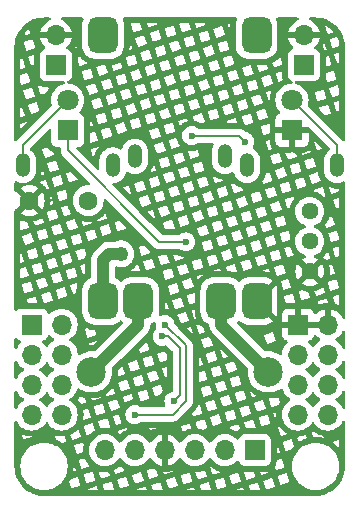
<source format=gbr>
%TF.GenerationSoftware,KiCad,Pcbnew,8.0.5*%
%TF.CreationDate,2025-02-27T19:04:08-06:00*%
%TF.ProjectId,PIC16F15313tht,50494331-3646-4313-9533-31337468742e,rev?*%
%TF.SameCoordinates,Original*%
%TF.FileFunction,Copper,L2,Bot*%
%TF.FilePolarity,Positive*%
%FSLAX46Y46*%
G04 Gerber Fmt 4.6, Leading zero omitted, Abs format (unit mm)*
G04 Created by KiCad (PCBNEW 8.0.5) date 2025-02-27 19:04:08*
%MOMM*%
%LPD*%
G01*
G04 APERTURE LIST*
G04 Aperture macros list*
%AMRoundRect*
0 Rectangle with rounded corners*
0 $1 Rounding radius*
0 $2 $3 $4 $5 $6 $7 $8 $9 X,Y pos of 4 corners*
0 Add a 4 corners polygon primitive as box body*
4,1,4,$2,$3,$4,$5,$6,$7,$8,$9,$2,$3,0*
0 Add four circle primitives for the rounded corners*
1,1,$1+$1,$2,$3*
1,1,$1+$1,$4,$5*
1,1,$1+$1,$6,$7*
1,1,$1+$1,$8,$9*
0 Add four rect primitives between the rounded corners*
20,1,$1+$1,$2,$3,$4,$5,0*
20,1,$1+$1,$4,$5,$6,$7,0*
20,1,$1+$1,$6,$7,$8,$9,0*
20,1,$1+$1,$8,$9,$2,$3,0*%
G04 Aperture macros list end*
%TA.AperFunction,ComponentPad*%
%ADD10R,1.700000X1.700000*%
%TD*%
%TA.AperFunction,ComponentPad*%
%ADD11O,1.700000X1.700000*%
%TD*%
%TA.AperFunction,ComponentPad*%
%ADD12C,1.440000*%
%TD*%
%TA.AperFunction,ComponentPad*%
%ADD13R,1.800000X1.800000*%
%TD*%
%TA.AperFunction,ComponentPad*%
%ADD14C,1.800000*%
%TD*%
%TA.AperFunction,ComponentPad*%
%ADD15O,1.250000X2.000000*%
%TD*%
%TA.AperFunction,ComponentPad*%
%ADD16C,1.600000*%
%TD*%
%TA.AperFunction,SMDPad,CuDef*%
%ADD17C,2.500000*%
%TD*%
%TA.AperFunction,SMDPad,CuDef*%
%ADD18RoundRect,0.625000X-0.625000X0.875000X-0.625000X-0.875000X0.625000X-0.875000X0.625000X0.875000X0*%
%TD*%
%TA.AperFunction,ViaPad*%
%ADD19C,0.600000*%
%TD*%
%TA.AperFunction,ViaPad*%
%ADD20C,1.250000*%
%TD*%
%TA.AperFunction,Conductor*%
%ADD21C,1.000000*%
%TD*%
%TA.AperFunction,Conductor*%
%ADD22C,0.200000*%
%TD*%
G04 APERTURE END LIST*
D10*
%TO.P,J7,1,Pin_1*%
%TO.N,VCC*%
X87460000Y-97000000D03*
D11*
%TO.P,J7,2,Pin_2*%
X90000000Y-97000000D03*
%TO.P,J7,3,Pin_3*%
%TO.N,/ra5*%
X87460000Y-99540000D03*
%TO.P,J7,4,Pin_4*%
X90000000Y-99540000D03*
%TO.P,J7,5,Pin_5*%
%TO.N,/ra4*%
X87460000Y-102080000D03*
%TO.P,J7,6,Pin_6*%
X90000000Y-102080000D03*
%TO.P,J7,7,Pin_7*%
%TO.N,/ra3*%
X87460000Y-104620000D03*
%TO.P,J7,8,Pin_8*%
X90000000Y-104620000D03*
%TD*%
D12*
%TO.P,RV1,1,1*%
%TO.N,VCC*%
X111000000Y-87420000D03*
%TO.P,RV1,2,2*%
%TO.N,/pot*%
X111000000Y-89960000D03*
%TO.P,RV1,3,3*%
%TO.N,GND*%
X111000000Y-92500000D03*
%TD*%
D10*
%TO.P,J6,1,Pin_1*%
%TO.N,GND*%
X110000000Y-97000000D03*
D11*
%TO.P,J6,2,Pin_2*%
X112540000Y-97000000D03*
%TO.P,J6,3,Pin_3*%
%TO.N,/pgd*%
X110000000Y-99540000D03*
%TO.P,J6,4,Pin_4*%
X112540000Y-99540000D03*
%TO.P,J6,5,Pin_5*%
%TO.N,/pgc*%
X110000000Y-102080000D03*
%TO.P,J6,6,Pin_6*%
X112540000Y-102080000D03*
%TO.P,J6,7,Pin_7*%
%TO.N,/ra2*%
X110000000Y-104620000D03*
%TO.P,J6,8,Pin_8*%
X112540000Y-104620000D03*
%TD*%
D10*
%TO.P,J2,1,Pin_1*%
%TO.N,Net-(D1-A)*%
X110500000Y-75040000D03*
D11*
%TO.P,J2,2,Pin_2*%
%TO.N,GND*%
X110500000Y-72500000D03*
%TD*%
D10*
%TO.P,J5,1,Pin_1*%
%TO.N,/aux*%
X106350000Y-107625000D03*
D11*
%TO.P,J5,2,Pin_2*%
%TO.N,/pgc*%
X103810000Y-107625000D03*
%TO.P,J5,3,Pin_3*%
%TO.N,/pgd*%
X101270000Y-107625000D03*
%TO.P,J5,4,Pin_4*%
%TO.N,GND*%
X98730000Y-107625000D03*
%TO.P,J5,5,Pin_5*%
%TO.N,VCC*%
X96190000Y-107625000D03*
%TO.P,J5,6,Pin_6*%
%TO.N,/ra3*%
X93650000Y-107625000D03*
%TD*%
D13*
%TO.P,D2,1,K*%
%TO.N,GND*%
X109500000Y-80540000D03*
D14*
%TO.P,D2,2,A*%
%TO.N,Net-(D2-A)*%
X109500000Y-78000000D03*
%TD*%
D13*
%TO.P,D3,1,K*%
%TO.N,/led_op*%
X90500000Y-80540000D03*
D14*
%TO.P,D3,2,A*%
%TO.N,Net-(D3-A)*%
X90500000Y-78000000D03*
%TD*%
D15*
%TO.P,R2,1*%
%TO.N,VCC*%
X96190000Y-82750000D03*
%TO.P,R2,2*%
%TO.N,/reset*%
X103810000Y-82750000D03*
%TD*%
%TO.P,R3,1*%
%TO.N,VCC*%
X94310000Y-83500000D03*
%TO.P,R3,2*%
%TO.N,Net-(D3-A)*%
X86690000Y-83500000D03*
%TD*%
D16*
%TO.P,C1,1*%
%TO.N,VCC*%
X92250000Y-86500000D03*
%TO.P,C1,2*%
%TO.N,GND*%
X87250000Y-86500000D03*
%TD*%
D10*
%TO.P,J1,1,Pin_1*%
%TO.N,Net-(D1-A)*%
X89500000Y-75040000D03*
D11*
%TO.P,J1,2,Pin_2*%
%TO.N,GND*%
X89500000Y-72500000D03*
%TD*%
D15*
%TO.P,R1,1*%
%TO.N,VCC*%
X105690000Y-83500000D03*
%TO.P,R1,2*%
%TO.N,Net-(D2-A)*%
X113310000Y-83500000D03*
%TD*%
D17*
%TO.P,J4,1,Pin_1*%
%TO.N,Net-(J4-Pin_1)*%
X107500000Y-101000000D03*
%TD*%
%TO.P,J3,1,Pin_1*%
%TO.N,Net-(J3-Pin_1)*%
X92500000Y-101000000D03*
%TD*%
D18*
%TO.P,Mod1,1,vin+*%
%TO.N,unconnected-(Mod1-vin+-Pad1)*%
X93500000Y-72500000D03*
%TO.P,Mod1,2,vin-*%
%TO.N,unconnected-(Mod1-vin--Pad2)*%
X106500000Y-72500000D03*
%TO.P,Mod1,3,vout+*%
%TO.N,/bat_vcc*%
X93500000Y-95000000D03*
%TO.P,Mod1,4,vout-*%
%TO.N,GND*%
X106500000Y-95000000D03*
%TO.P,Mod1,5,b+*%
%TO.N,Net-(J3-Pin_1)*%
X96500000Y-95000000D03*
%TO.P,Mod1,6,b+*%
%TO.N,Net-(J4-Pin_1)*%
X103500000Y-95000000D03*
%TD*%
D19*
%TO.N,VCC*%
X105500000Y-81500000D03*
X99500000Y-103500000D03*
X98500000Y-98000000D03*
X101000000Y-81000000D03*
%TO.N,/led_op*%
X100500000Y-90000000D03*
%TO.N,/ra3*%
X98750000Y-97000000D03*
X96190000Y-104620000D03*
D20*
%TO.N,/bat_vcc*%
X95000000Y-91000000D03*
%TD*%
D21*
%TO.N,Net-(J3-Pin_1)*%
X92500000Y-101000000D02*
X96500000Y-97000000D01*
X96500000Y-97000000D02*
X96500000Y-95000000D01*
%TO.N,Net-(J4-Pin_1)*%
X107500000Y-101000000D02*
X103500000Y-97000000D01*
X103500000Y-97000000D02*
X103500000Y-95000000D01*
D22*
%TO.N,VCC*%
X99000000Y-98000000D02*
X98500000Y-98000000D01*
X100000000Y-103000000D02*
X100000000Y-99000000D01*
X105500000Y-81500000D02*
X105000000Y-81000000D01*
X99500000Y-103500000D02*
X100000000Y-103000000D01*
X100000000Y-99000000D02*
X99000000Y-98000000D01*
X105000000Y-81000000D02*
X101000000Y-81000000D01*
%TO.N,Net-(D2-A)*%
X113310000Y-81810000D02*
X109500000Y-78000000D01*
X113310000Y-83500000D02*
X113310000Y-81810000D01*
%TO.N,Net-(D3-A)*%
X86690000Y-83500000D02*
X86690000Y-81810000D01*
X86690000Y-81810000D02*
X90500000Y-78000000D01*
%TO.N,/led_op*%
X98250000Y-90000000D02*
X90500000Y-82250000D01*
X100500000Y-90000000D02*
X98250000Y-90000000D01*
X90500000Y-82250000D02*
X90500000Y-80540000D01*
%TO.N,/ra3*%
X100500000Y-103500000D02*
X99380000Y-104620000D01*
X98750000Y-97000000D02*
X100500000Y-98750000D01*
X100500000Y-98750000D02*
X100500000Y-103500000D01*
X99380000Y-104620000D02*
X96190000Y-104620000D01*
D21*
%TO.N,/bat_vcc*%
X93500000Y-91500000D02*
X93500000Y-95000000D01*
X94000000Y-91000000D02*
X93500000Y-91500000D01*
X95000000Y-91000000D02*
X94000000Y-91000000D01*
%TD*%
%TA.AperFunction,Conductor*%
%TO.N,GND*%
G36*
X91797121Y-71020185D02*
G01*
X91842876Y-71072989D01*
X91852820Y-71142147D01*
X91844070Y-71173313D01*
X91798066Y-71280739D01*
X91798063Y-71280750D01*
X91758660Y-71461886D01*
X91752376Y-71490774D01*
X91749500Y-71539052D01*
X91749500Y-73460948D01*
X91752376Y-73509226D01*
X91752376Y-73509230D01*
X91752377Y-73509231D01*
X91798063Y-73719249D01*
X91798066Y-73719260D01*
X91882677Y-73916845D01*
X92003151Y-74094848D01*
X92003159Y-74094857D01*
X92155142Y-74246840D01*
X92155151Y-74246848D01*
X92281039Y-74332050D01*
X92333152Y-74367321D01*
X92333153Y-74367321D01*
X92333154Y-74367322D01*
X92431946Y-74409627D01*
X92530741Y-74451934D01*
X92740774Y-74497624D01*
X92789052Y-74500500D01*
X92789064Y-74500500D01*
X94210936Y-74500500D01*
X94210948Y-74500500D01*
X94259226Y-74497624D01*
X94469259Y-74451934D01*
X94625914Y-74384850D01*
X95401872Y-74384850D01*
X95403740Y-74420503D01*
X95616142Y-75074210D01*
X95635674Y-75104287D01*
X95652566Y-75112894D01*
X95688376Y-75111017D01*
X96342084Y-74898615D01*
X96372160Y-74879083D01*
X96380767Y-74862191D01*
X96378891Y-74826379D01*
X96376046Y-74817622D01*
X98276332Y-74817622D01*
X98278209Y-74853432D01*
X98490611Y-75507140D01*
X98510143Y-75537216D01*
X98527034Y-75545823D01*
X98562845Y-75543946D01*
X99216553Y-75331544D01*
X99246629Y-75312012D01*
X99255236Y-75295120D01*
X99253360Y-75259309D01*
X99250514Y-75250551D01*
X101150801Y-75250551D01*
X101152678Y-75286361D01*
X101365080Y-75940069D01*
X101384612Y-75970145D01*
X101401503Y-75978752D01*
X101437314Y-75976875D01*
X102091022Y-75764473D01*
X102121099Y-75744941D01*
X102129706Y-75728049D01*
X102127829Y-75692239D01*
X102124983Y-75683480D01*
X104025270Y-75683480D01*
X104027147Y-75719290D01*
X104239549Y-76372998D01*
X104259081Y-76403075D01*
X104275973Y-76411682D01*
X104311783Y-76409805D01*
X104965491Y-76197402D01*
X104995568Y-76177869D01*
X105004175Y-76160978D01*
X105002298Y-76125168D01*
X104999452Y-76116410D01*
X106899739Y-76116410D01*
X106901616Y-76152220D01*
X107114018Y-76805927D01*
X107133550Y-76836004D01*
X107150442Y-76844611D01*
X107186253Y-76842734D01*
X107839960Y-76630332D01*
X107870037Y-76610800D01*
X107878644Y-76593908D01*
X107876767Y-76558098D01*
X107664365Y-75904390D01*
X107644833Y-75874314D01*
X107627941Y-75865707D01*
X107592129Y-75867583D01*
X106938423Y-76079986D01*
X106908346Y-76099519D01*
X106899739Y-76116410D01*
X104999452Y-76116410D01*
X104789895Y-75471461D01*
X104770362Y-75441384D01*
X104753472Y-75432777D01*
X104717661Y-75434654D01*
X104063954Y-75647056D01*
X104033877Y-75666588D01*
X104025270Y-75683480D01*
X102124983Y-75683480D01*
X101915426Y-75038531D01*
X101895894Y-75008455D01*
X101879002Y-74999848D01*
X101843192Y-75001725D01*
X101189485Y-75214127D01*
X101159408Y-75233659D01*
X101150801Y-75250551D01*
X99250514Y-75250551D01*
X99040957Y-74605602D01*
X99021425Y-74575526D01*
X99004533Y-74566919D01*
X98968723Y-74568796D01*
X98315016Y-74781198D01*
X98284939Y-74800730D01*
X98276332Y-74817622D01*
X96376046Y-74817622D01*
X96166488Y-74172673D01*
X96146955Y-74142596D01*
X96130064Y-74133989D01*
X96094254Y-74135866D01*
X95440545Y-74348269D01*
X95415784Y-74364349D01*
X95402615Y-74383808D01*
X95401872Y-74384850D01*
X94625914Y-74384850D01*
X94666848Y-74367321D01*
X94809509Y-74270766D01*
X94844848Y-74246848D01*
X94844849Y-74246846D01*
X94844855Y-74246843D01*
X94996843Y-74094855D01*
X95000160Y-74089955D01*
X95027210Y-74049988D01*
X95072569Y-73982970D01*
X96638237Y-73982970D01*
X96640113Y-74018782D01*
X96852516Y-74672488D01*
X96872048Y-74702565D01*
X96888940Y-74711172D01*
X96924750Y-74709295D01*
X97578458Y-74496892D01*
X97608535Y-74477360D01*
X97617141Y-74460470D01*
X97615264Y-74424658D01*
X97612418Y-74415900D01*
X99512706Y-74415900D01*
X99514583Y-74451710D01*
X99726986Y-75105420D01*
X99746516Y-75135494D01*
X99763408Y-75144101D01*
X99799219Y-75142224D01*
X100452927Y-74929822D01*
X100483003Y-74910290D01*
X100491610Y-74893399D01*
X100489733Y-74857588D01*
X100486887Y-74848828D01*
X102387175Y-74848828D01*
X102389052Y-74884639D01*
X102601454Y-75538347D01*
X102620986Y-75568423D01*
X102637877Y-75577030D01*
X102673688Y-75575153D01*
X103327396Y-75362751D01*
X103357472Y-75343219D01*
X103366079Y-75326328D01*
X103364202Y-75290517D01*
X103361356Y-75281757D01*
X105261644Y-75281757D01*
X105263521Y-75317568D01*
X105475923Y-75971276D01*
X105495455Y-76001352D01*
X105512347Y-76009959D01*
X105548158Y-76008083D01*
X106201865Y-75795680D01*
X106231941Y-75776148D01*
X106240548Y-75759257D01*
X106238671Y-75723446D01*
X106235825Y-75714686D01*
X108136113Y-75714686D01*
X108137990Y-75750498D01*
X108350392Y-76404205D01*
X108369924Y-76434282D01*
X108386816Y-76442889D01*
X108411273Y-76441607D01*
X108433623Y-76424212D01*
X108437730Y-76421150D01*
X108446143Y-76415143D01*
X108450380Y-76412248D01*
X108467619Y-76400986D01*
X108471964Y-76398274D01*
X108480842Y-76392984D01*
X108485298Y-76390452D01*
X108707532Y-76270185D01*
X108712080Y-76267844D01*
X108721367Y-76263303D01*
X108723221Y-76262443D01*
X108683866Y-76156927D01*
X108681387Y-76149587D01*
X108676852Y-76134636D01*
X108674837Y-76127160D01*
X108667676Y-76096856D01*
X108666130Y-76089265D01*
X108663493Y-76073863D01*
X108662425Y-76066190D01*
X108653640Y-75984466D01*
X108653329Y-75981151D01*
X108652792Y-75974472D01*
X108652570Y-75971165D01*
X108651857Y-75957851D01*
X108651724Y-75954540D01*
X108651545Y-75947856D01*
X108651501Y-75944536D01*
X108651500Y-75523373D01*
X108174796Y-75678264D01*
X108144719Y-75697796D01*
X108136113Y-75714686D01*
X106235825Y-75714686D01*
X106026268Y-75069736D01*
X106006738Y-75039662D01*
X105989846Y-75031055D01*
X105954035Y-75032932D01*
X105300327Y-75245334D01*
X105270251Y-75264866D01*
X105261644Y-75281757D01*
X103361356Y-75281757D01*
X103151800Y-74636809D01*
X103132268Y-74606733D01*
X103115377Y-74598126D01*
X103079566Y-74600003D01*
X102425858Y-74812405D01*
X102395782Y-74831937D01*
X102387175Y-74848828D01*
X100486887Y-74848828D01*
X100277331Y-74203880D01*
X100257799Y-74173804D01*
X100240907Y-74165197D01*
X100205096Y-74167073D01*
X99551389Y-74379476D01*
X99521313Y-74399008D01*
X99512706Y-74415900D01*
X97612418Y-74415900D01*
X97402862Y-73770951D01*
X97383330Y-73740874D01*
X97366438Y-73732267D01*
X97330628Y-73734144D01*
X96676920Y-73946546D01*
X96646844Y-73966078D01*
X96638237Y-73982970D01*
X95072569Y-73982970D01*
X95117321Y-73916848D01*
X95193954Y-73737893D01*
X95707527Y-73737893D01*
X95940362Y-73662241D01*
X95970438Y-73642709D01*
X95979045Y-73625817D01*
X95977169Y-73590006D01*
X95974323Y-73581247D01*
X97874610Y-73581247D01*
X97876487Y-73617058D01*
X98088889Y-74270766D01*
X98108421Y-74300842D01*
X98125313Y-74309449D01*
X98161124Y-74307573D01*
X98814831Y-74095170D01*
X98844907Y-74075638D01*
X98853514Y-74058745D01*
X98851638Y-74022935D01*
X98848793Y-74014178D01*
X100749079Y-74014178D01*
X100750956Y-74049988D01*
X100963358Y-74703695D01*
X100982890Y-74733772D01*
X100999782Y-74742379D01*
X101035592Y-74740502D01*
X101689300Y-74528100D01*
X101719376Y-74508568D01*
X101727983Y-74491676D01*
X101726107Y-74455865D01*
X101723261Y-74447107D01*
X103623548Y-74447107D01*
X103625425Y-74482917D01*
X103837827Y-75136625D01*
X103857359Y-75166701D01*
X103874250Y-75175308D01*
X103910061Y-75173431D01*
X104448445Y-74998500D01*
X106526750Y-74998500D01*
X106712296Y-75569554D01*
X106731828Y-75599630D01*
X106748719Y-75608237D01*
X106784530Y-75606360D01*
X107438238Y-75393958D01*
X107468314Y-75374426D01*
X107476921Y-75357534D01*
X107475045Y-75321723D01*
X107365370Y-74984180D01*
X107355670Y-74986291D01*
X107350963Y-74987220D01*
X107341439Y-74988909D01*
X107336701Y-74989655D01*
X107317615Y-74992283D01*
X107312848Y-74992846D01*
X107303227Y-74993793D01*
X107298454Y-74994170D01*
X107235017Y-74997949D01*
X107231343Y-74998113D01*
X107220221Y-74998445D01*
X107216521Y-74998500D01*
X106526750Y-74998500D01*
X104448445Y-74998500D01*
X104563769Y-74961029D01*
X104593845Y-74941497D01*
X104602452Y-74924605D01*
X104600576Y-74888794D01*
X104583008Y-74834724D01*
X107840437Y-74834724D01*
X107948670Y-75167832D01*
X107968202Y-75197908D01*
X107985093Y-75206515D01*
X108020904Y-75204638D01*
X108651500Y-74999745D01*
X108651500Y-74735592D01*
X108499016Y-74266294D01*
X108490757Y-74253576D01*
X108402614Y-74383810D01*
X108399189Y-74388620D01*
X108392051Y-74398155D01*
X108388399Y-74402799D01*
X108373298Y-74421086D01*
X108369431Y-74425547D01*
X108361430Y-74434347D01*
X108357364Y-74438611D01*
X108188611Y-74607364D01*
X108184347Y-74611430D01*
X108175547Y-74619431D01*
X108171086Y-74623298D01*
X108152799Y-74638399D01*
X108148155Y-74642051D01*
X108138620Y-74649189D01*
X108133810Y-74652614D01*
X107936161Y-74786385D01*
X107931197Y-74789575D01*
X107921040Y-74795766D01*
X107915936Y-74798713D01*
X107895122Y-74810080D01*
X107889868Y-74812789D01*
X107879157Y-74817992D01*
X107873789Y-74820443D01*
X107840437Y-74834724D01*
X104583008Y-74834724D01*
X104388173Y-74235087D01*
X104368641Y-74205011D01*
X104351749Y-74196404D01*
X104315939Y-74198281D01*
X103662232Y-74410683D01*
X103632155Y-74430215D01*
X103623548Y-74447107D01*
X101723261Y-74447107D01*
X101513704Y-73802158D01*
X101494171Y-73772081D01*
X101477280Y-73763474D01*
X101441470Y-73765351D01*
X100787761Y-73977755D01*
X100757687Y-73997285D01*
X100749079Y-74014178D01*
X98848793Y-74014178D01*
X98639235Y-73369229D01*
X98619703Y-73339152D01*
X98602811Y-73330545D01*
X98567001Y-73332422D01*
X97913293Y-73544824D01*
X97883217Y-73564356D01*
X97874610Y-73581247D01*
X95974323Y-73581247D01*
X95764766Y-72936299D01*
X95748500Y-72911251D01*
X95748500Y-73466521D01*
X95748445Y-73470221D01*
X95748113Y-73481343D01*
X95747949Y-73485017D01*
X95744170Y-73548454D01*
X95743793Y-73553227D01*
X95742846Y-73562848D01*
X95742283Y-73567615D01*
X95739655Y-73586701D01*
X95738909Y-73591439D01*
X95737220Y-73600963D01*
X95736291Y-73605669D01*
X95707527Y-73737893D01*
X95193954Y-73737893D01*
X95201934Y-73719259D01*
X95247624Y-73509226D01*
X95250500Y-73460948D01*
X95250500Y-72746597D01*
X96236515Y-72746597D01*
X96238391Y-72782408D01*
X96450794Y-73436115D01*
X96470326Y-73466191D01*
X96487218Y-73474798D01*
X96523028Y-73472921D01*
X97176735Y-73260519D01*
X97206812Y-73240987D01*
X97215419Y-73224095D01*
X97213542Y-73188285D01*
X97210696Y-73179526D01*
X99110984Y-73179526D01*
X99112860Y-73215337D01*
X99325263Y-73869044D01*
X99344795Y-73899120D01*
X99361687Y-73907727D01*
X99397498Y-73905851D01*
X100051206Y-73693447D01*
X100081281Y-73673917D01*
X100089888Y-73657025D01*
X100088011Y-73621214D01*
X100085165Y-73612455D01*
X101985453Y-73612455D01*
X101987329Y-73648267D01*
X102199732Y-74301973D01*
X102219264Y-74332050D01*
X102236156Y-74340657D01*
X102271966Y-74338780D01*
X102925674Y-74126378D01*
X102955750Y-74106846D01*
X102964357Y-74089955D01*
X102962480Y-74054143D01*
X102750078Y-73400436D01*
X102730546Y-73370359D01*
X102713654Y-73361752D01*
X102677844Y-73363629D01*
X102024136Y-73576031D01*
X101994060Y-73595563D01*
X101985453Y-73612455D01*
X100085165Y-73612455D01*
X99875609Y-72967506D01*
X99856077Y-72937430D01*
X99839186Y-72928823D01*
X99803375Y-72930700D01*
X99149667Y-73143102D01*
X99119591Y-73162634D01*
X99110984Y-73179526D01*
X97210696Y-73179526D01*
X97001140Y-72534577D01*
X96981608Y-72504501D01*
X96964717Y-72495894D01*
X96928906Y-72497771D01*
X96275198Y-72710173D01*
X96245122Y-72729705D01*
X96236515Y-72746597D01*
X95250500Y-72746597D01*
X95250500Y-72344874D01*
X97472888Y-72344874D01*
X97474765Y-72380685D01*
X97687167Y-73034393D01*
X97706699Y-73064469D01*
X97723590Y-73073076D01*
X97759401Y-73071199D01*
X98413109Y-72858797D01*
X98443185Y-72839265D01*
X98451792Y-72822374D01*
X98449915Y-72786563D01*
X98447069Y-72777803D01*
X100347357Y-72777803D01*
X100349234Y-72813614D01*
X100561636Y-73467322D01*
X100581168Y-73497398D01*
X100598059Y-73506005D01*
X100633870Y-73504128D01*
X101287578Y-73291726D01*
X101317654Y-73272194D01*
X101326261Y-73255303D01*
X101324384Y-73219492D01*
X101321538Y-73210732D01*
X103221826Y-73210732D01*
X103223703Y-73246544D01*
X103436105Y-73900251D01*
X103455637Y-73930328D01*
X103472529Y-73938935D01*
X103508339Y-73937058D01*
X104162047Y-73724655D01*
X104192124Y-73705123D01*
X104200730Y-73688232D01*
X104198854Y-73652420D01*
X103986451Y-72998714D01*
X103966919Y-72968637D01*
X103950027Y-72960030D01*
X103914217Y-72961907D01*
X103260509Y-73174309D01*
X103230433Y-73193841D01*
X103221826Y-73210732D01*
X101321538Y-73210732D01*
X101111982Y-72565784D01*
X101092450Y-72535708D01*
X101075559Y-72527101D01*
X101039748Y-72528978D01*
X100386040Y-72741380D01*
X100355964Y-72760912D01*
X100347357Y-72777803D01*
X98447069Y-72777803D01*
X98237513Y-72132855D01*
X98217981Y-72102779D01*
X98201090Y-72094172D01*
X98165279Y-72096049D01*
X97511571Y-72308451D01*
X97481495Y-72327983D01*
X97472888Y-72344874D01*
X95250500Y-72344874D01*
X95250500Y-71539052D01*
X95248783Y-71510223D01*
X95834792Y-71510223D01*
X95836669Y-71546034D01*
X96049072Y-72199741D01*
X96068605Y-72229818D01*
X96085496Y-72238425D01*
X96121306Y-72236548D01*
X96775013Y-72024146D01*
X96805090Y-72004614D01*
X96813697Y-71987722D01*
X96811820Y-71951911D01*
X96808974Y-71943153D01*
X98709262Y-71943153D01*
X98711138Y-71978964D01*
X98923541Y-72632671D01*
X98943073Y-72662747D01*
X98959965Y-72671354D01*
X98995775Y-72669477D01*
X99649482Y-72457075D01*
X99679559Y-72437543D01*
X99688166Y-72420651D01*
X99686289Y-72384841D01*
X99683443Y-72376082D01*
X101583731Y-72376082D01*
X101585607Y-72411893D01*
X101798010Y-73065600D01*
X101817542Y-73095676D01*
X101834434Y-73104283D01*
X101870244Y-73102406D01*
X102523951Y-72890004D01*
X102554028Y-72870472D01*
X102562635Y-72853580D01*
X102560758Y-72817770D01*
X102348356Y-72164062D01*
X102328824Y-72133986D01*
X102311933Y-72125379D01*
X102276122Y-72127256D01*
X101622414Y-72339658D01*
X101592338Y-72359190D01*
X101583731Y-72376082D01*
X99683443Y-72376082D01*
X99473887Y-71731133D01*
X99454355Y-71701057D01*
X99437463Y-71692450D01*
X99401652Y-71694326D01*
X98747945Y-71906729D01*
X98717869Y-71926261D01*
X98709262Y-71943153D01*
X96808974Y-71943153D01*
X96664498Y-71498500D01*
X97188126Y-71498500D01*
X97285445Y-71798019D01*
X97304977Y-71828096D01*
X97321869Y-71836703D01*
X97357679Y-71834826D01*
X98011387Y-71622423D01*
X98041463Y-71602891D01*
X98050070Y-71585999D01*
X98048193Y-71550189D01*
X98045347Y-71541431D01*
X99945635Y-71541431D01*
X99947512Y-71577241D01*
X100159914Y-72230948D01*
X100179446Y-72261025D01*
X100196338Y-72269632D01*
X100232148Y-72267755D01*
X100885856Y-72055353D01*
X100915932Y-72035821D01*
X100924539Y-72018930D01*
X100922662Y-71983119D01*
X100919816Y-71974359D01*
X102820104Y-71974359D01*
X102821981Y-72010170D01*
X103034383Y-72663878D01*
X103053915Y-72693954D01*
X103070806Y-72702561D01*
X103106617Y-72700684D01*
X103760325Y-72488282D01*
X103790401Y-72468750D01*
X103799008Y-72451859D01*
X103797131Y-72416048D01*
X103584729Y-71762340D01*
X103565197Y-71732264D01*
X103548306Y-71723657D01*
X103512495Y-71725534D01*
X102858787Y-71937936D01*
X102828711Y-71957468D01*
X102820104Y-71974359D01*
X100919816Y-71974359D01*
X100765201Y-71498500D01*
X101288829Y-71498500D01*
X101396288Y-71829226D01*
X101415821Y-71859303D01*
X101432711Y-71867910D01*
X101468522Y-71866033D01*
X102122229Y-71653631D01*
X102152306Y-71634099D01*
X102160913Y-71617207D01*
X102159036Y-71581397D01*
X102156190Y-71572638D01*
X104056477Y-71572638D01*
X104058354Y-71608448D01*
X104251500Y-72202887D01*
X104251500Y-71533479D01*
X104251555Y-71529779D01*
X104251887Y-71518657D01*
X104252051Y-71514983D01*
X104253033Y-71498500D01*
X104211236Y-71498500D01*
X104095161Y-71536214D01*
X104065084Y-71555746D01*
X104056477Y-71572638D01*
X102156190Y-71572638D01*
X102132102Y-71498500D01*
X101288829Y-71498500D01*
X100765201Y-71498500D01*
X100004348Y-71498500D01*
X99984318Y-71505007D01*
X99954242Y-71524539D01*
X99945635Y-71541431D01*
X98045347Y-71541431D01*
X98031399Y-71498500D01*
X97188126Y-71498500D01*
X96664498Y-71498500D01*
X95840767Y-71498500D01*
X95834792Y-71510223D01*
X95248783Y-71510223D01*
X95247624Y-71490774D01*
X95201934Y-71280741D01*
X95155929Y-71173311D01*
X95147635Y-71103937D01*
X95178164Y-71041090D01*
X95237824Y-71004725D01*
X95269918Y-71000500D01*
X104730082Y-71000500D01*
X104797121Y-71020185D01*
X104842876Y-71072989D01*
X104852820Y-71142147D01*
X104844070Y-71173313D01*
X104798066Y-71280739D01*
X104798063Y-71280750D01*
X104758660Y-71461886D01*
X104752376Y-71490774D01*
X104749500Y-71539052D01*
X104749500Y-73460948D01*
X104752376Y-73509226D01*
X104752376Y-73509230D01*
X104752377Y-73509231D01*
X104798063Y-73719249D01*
X104798066Y-73719260D01*
X104882677Y-73916845D01*
X105003151Y-74094848D01*
X105003159Y-74094857D01*
X105155142Y-74246840D01*
X105155151Y-74246848D01*
X105281039Y-74332050D01*
X105333152Y-74367321D01*
X105333153Y-74367321D01*
X105333154Y-74367322D01*
X105431946Y-74409627D01*
X105530741Y-74451934D01*
X105740774Y-74497624D01*
X105789052Y-74500500D01*
X105789064Y-74500500D01*
X107210936Y-74500500D01*
X107210948Y-74500500D01*
X107259226Y-74497624D01*
X107469259Y-74451934D01*
X107666848Y-74367321D01*
X107809509Y-74270766D01*
X107844848Y-74246848D01*
X107844849Y-74246846D01*
X107844855Y-74246843D01*
X107996843Y-74094855D01*
X108000160Y-74089955D01*
X108027210Y-74049988D01*
X108117321Y-73916848D01*
X108201934Y-73719259D01*
X108247624Y-73509226D01*
X108250500Y-73460948D01*
X108250500Y-71539052D01*
X108247624Y-71490774D01*
X108201934Y-71280741D01*
X108155929Y-71173311D01*
X108147635Y-71103937D01*
X108178164Y-71041090D01*
X108237824Y-71004725D01*
X108269918Y-71000500D01*
X109961988Y-71000500D01*
X110029027Y-71020185D01*
X110074782Y-71072989D01*
X110084726Y-71142147D01*
X110055701Y-71205703D01*
X110014393Y-71236882D01*
X109822422Y-71326399D01*
X109822420Y-71326400D01*
X109628926Y-71461886D01*
X109628920Y-71461891D01*
X109461891Y-71628920D01*
X109461886Y-71628926D01*
X109326400Y-71822420D01*
X109326399Y-71822422D01*
X109226570Y-72036507D01*
X109226567Y-72036513D01*
X109169364Y-72249999D01*
X109169364Y-72250000D01*
X110066988Y-72250000D01*
X110034075Y-72307007D01*
X110000000Y-72434174D01*
X110000000Y-72565826D01*
X110034075Y-72692993D01*
X110066988Y-72750000D01*
X109169364Y-72750000D01*
X109226567Y-72963486D01*
X109226570Y-72963492D01*
X109326399Y-73177578D01*
X109461894Y-73371082D01*
X109583946Y-73493134D01*
X109617431Y-73554457D01*
X109612447Y-73624149D01*
X109570575Y-73680082D01*
X109539598Y-73696997D01*
X109407671Y-73746202D01*
X109407664Y-73746206D01*
X109292455Y-73832452D01*
X109292452Y-73832455D01*
X109206206Y-73947664D01*
X109206202Y-73947671D01*
X109155908Y-74082517D01*
X109151193Y-74126378D01*
X109149501Y-74142123D01*
X109149500Y-74142135D01*
X109149500Y-75937870D01*
X109149501Y-75937876D01*
X109155908Y-75997483D01*
X109206202Y-76132328D01*
X109206206Y-76132335D01*
X109292452Y-76247544D01*
X109292455Y-76247547D01*
X109407664Y-76333793D01*
X109407671Y-76333797D01*
X109476096Y-76359318D01*
X109532030Y-76401189D01*
X109556447Y-76466653D01*
X109541595Y-76534926D01*
X109492190Y-76584332D01*
X109432763Y-76599500D01*
X109383951Y-76599500D01*
X109342889Y-76606352D01*
X109155015Y-76637702D01*
X108935504Y-76713061D01*
X108935495Y-76713064D01*
X108731371Y-76823531D01*
X108731365Y-76823535D01*
X108548222Y-76966081D01*
X108548219Y-76966084D01*
X108548216Y-76966086D01*
X108548216Y-76966087D01*
X108531057Y-76984727D01*
X108391016Y-77136852D01*
X108264075Y-77331151D01*
X108170842Y-77543699D01*
X108113866Y-77768691D01*
X108113864Y-77768702D01*
X108094700Y-77999993D01*
X108094700Y-78000006D01*
X108113864Y-78231297D01*
X108113866Y-78231308D01*
X108170842Y-78456300D01*
X108264075Y-78668848D01*
X108391018Y-78863150D01*
X108486167Y-78966510D01*
X108517089Y-79029164D01*
X108509228Y-79098590D01*
X108465081Y-79152746D01*
X108438271Y-79166674D01*
X108357911Y-79196646D01*
X108357906Y-79196649D01*
X108242812Y-79282809D01*
X108242809Y-79282812D01*
X108156649Y-79397906D01*
X108156645Y-79397913D01*
X108106403Y-79532620D01*
X108106401Y-79532627D01*
X108100000Y-79592155D01*
X108100000Y-80290000D01*
X109124722Y-80290000D01*
X109080667Y-80366306D01*
X109050000Y-80480756D01*
X109050000Y-80599244D01*
X109080667Y-80713694D01*
X109124722Y-80790000D01*
X108100000Y-80790000D01*
X108100000Y-81487844D01*
X108106401Y-81547372D01*
X108106403Y-81547379D01*
X108156645Y-81682086D01*
X108156649Y-81682093D01*
X108242809Y-81797187D01*
X108242812Y-81797190D01*
X108357906Y-81883350D01*
X108357913Y-81883354D01*
X108492620Y-81933596D01*
X108492627Y-81933598D01*
X108552155Y-81939999D01*
X108552172Y-81940000D01*
X109250000Y-81940000D01*
X109250000Y-80915277D01*
X109326306Y-80959333D01*
X109440756Y-80990000D01*
X109559244Y-80990000D01*
X109673694Y-80959333D01*
X109750000Y-80915277D01*
X109750000Y-81940000D01*
X110447828Y-81940000D01*
X110447844Y-81939999D01*
X110507372Y-81933598D01*
X110507379Y-81933596D01*
X110642086Y-81883354D01*
X110642093Y-81883350D01*
X110757187Y-81797190D01*
X110757190Y-81797187D01*
X110843350Y-81682093D01*
X110843354Y-81682086D01*
X110888373Y-81561382D01*
X111392961Y-81561382D01*
X111595376Y-82184351D01*
X111614908Y-82214427D01*
X111631799Y-82223034D01*
X111667610Y-82221157D01*
X112045016Y-82098529D01*
X111410756Y-81464269D01*
X111398000Y-81472554D01*
X111398000Y-81494492D01*
X111397956Y-81497813D01*
X111397777Y-81504495D01*
X111397644Y-81507804D01*
X111396931Y-81521121D01*
X111396710Y-81524423D01*
X111396173Y-81531106D01*
X111395860Y-81534432D01*
X111392961Y-81561382D01*
X110888373Y-81561382D01*
X110893596Y-81547379D01*
X110893598Y-81547372D01*
X110899999Y-81487844D01*
X110900000Y-81487827D01*
X110900000Y-80790000D01*
X109875278Y-80790000D01*
X109919333Y-80713694D01*
X109950000Y-80599244D01*
X109950000Y-80480756D01*
X109919333Y-80366306D01*
X109875278Y-80290000D01*
X110889403Y-80290000D01*
X110956442Y-80309685D01*
X110977080Y-80326316D01*
X111345744Y-80694979D01*
X112671336Y-82020571D01*
X112704821Y-82081894D01*
X112699837Y-82151586D01*
X112657965Y-82207519D01*
X112656542Y-82208569D01*
X112576786Y-82266516D01*
X112451519Y-82391783D01*
X112451519Y-82391784D01*
X112451517Y-82391786D01*
X112419268Y-82436173D01*
X112347386Y-82535109D01*
X112266957Y-82692957D01*
X112266956Y-82692960D01*
X112212214Y-82861443D01*
X112202087Y-82925380D01*
X112184500Y-83036421D01*
X112184500Y-83963579D01*
X112195588Y-84033584D01*
X112212214Y-84138556D01*
X112266956Y-84307039D01*
X112266957Y-84307042D01*
X112328883Y-84428576D01*
X112347386Y-84464890D01*
X112451517Y-84608214D01*
X112576786Y-84733483D01*
X112720110Y-84837614D01*
X112771291Y-84863692D01*
X112877957Y-84918042D01*
X112877960Y-84918043D01*
X112944277Y-84939590D01*
X113046445Y-84972786D01*
X113221421Y-85000500D01*
X113221422Y-85000500D01*
X113398578Y-85000500D01*
X113398579Y-85000500D01*
X113573555Y-84972786D01*
X113742042Y-84918042D01*
X113742042Y-84918041D01*
X113742047Y-84918040D01*
X113819204Y-84878726D01*
X113887874Y-84865829D01*
X113952614Y-84892105D01*
X113992872Y-84949211D01*
X113999500Y-84989210D01*
X113999500Y-96376208D01*
X113979815Y-96443247D01*
X113927011Y-96489002D01*
X113857853Y-96498946D01*
X113794297Y-96469921D01*
X113763118Y-96428613D01*
X113713600Y-96322422D01*
X113713599Y-96322420D01*
X113578113Y-96128926D01*
X113578108Y-96128920D01*
X113411082Y-95961894D01*
X113217578Y-95826399D01*
X113003492Y-95726570D01*
X113003486Y-95726567D01*
X112790000Y-95669364D01*
X112790000Y-96566988D01*
X112732993Y-96534075D01*
X112605826Y-96500000D01*
X112474174Y-96500000D01*
X112347007Y-96534075D01*
X112290000Y-96566988D01*
X112290000Y-95669364D01*
X112289999Y-95669364D01*
X112076513Y-95726567D01*
X112076507Y-95726570D01*
X111862422Y-95826399D01*
X111862420Y-95826400D01*
X111668926Y-95961886D01*
X111546477Y-96084335D01*
X111485154Y-96117819D01*
X111415462Y-96112835D01*
X111359529Y-96070963D01*
X111342614Y-96039986D01*
X111293354Y-95907913D01*
X111293350Y-95907906D01*
X111207190Y-95792812D01*
X111207187Y-95792809D01*
X111092093Y-95706649D01*
X111092086Y-95706645D01*
X110957379Y-95656403D01*
X110957372Y-95656401D01*
X110897844Y-95650000D01*
X110250000Y-95650000D01*
X110250000Y-96566988D01*
X110192993Y-96534075D01*
X110065826Y-96500000D01*
X109934174Y-96500000D01*
X109807007Y-96534075D01*
X109750000Y-96566988D01*
X109750000Y-95650000D01*
X109102155Y-95650000D01*
X109042627Y-95656401D01*
X109042620Y-95656403D01*
X108907913Y-95706645D01*
X108907906Y-95706649D01*
X108792812Y-95792809D01*
X108792809Y-95792812D01*
X108706649Y-95907906D01*
X108706645Y-95907913D01*
X108656403Y-96042620D01*
X108656401Y-96042627D01*
X108650000Y-96102155D01*
X108650000Y-96750000D01*
X109566988Y-96750000D01*
X109534075Y-96807007D01*
X109500000Y-96934174D01*
X109500000Y-97065826D01*
X109534075Y-97192993D01*
X109566988Y-97250000D01*
X108650000Y-97250000D01*
X108650000Y-97897844D01*
X108656401Y-97957372D01*
X108656403Y-97957379D01*
X108706645Y-98092086D01*
X108706649Y-98092093D01*
X108792809Y-98207187D01*
X108792812Y-98207190D01*
X108907906Y-98293350D01*
X108907913Y-98293354D01*
X109039470Y-98342421D01*
X109095403Y-98384292D01*
X109119821Y-98449756D01*
X109104970Y-98518029D01*
X109083819Y-98546284D01*
X108961503Y-98668600D01*
X108825965Y-98862169D01*
X108825964Y-98862171D01*
X108726098Y-99076335D01*
X108726094Y-99076344D01*
X108664938Y-99304586D01*
X108664936Y-99304596D01*
X108652756Y-99443810D01*
X108627303Y-99508879D01*
X108570712Y-99549857D01*
X108500950Y-99553735D01*
X108459379Y-99535457D01*
X108377704Y-99479772D01*
X108377700Y-99479770D01*
X108377697Y-99479768D01*
X108377696Y-99479767D01*
X108141325Y-99365938D01*
X108141327Y-99365938D01*
X107890623Y-99288606D01*
X107890619Y-99288605D01*
X107890615Y-99288604D01*
X107765823Y-99269794D01*
X107631187Y-99249500D01*
X107631182Y-99249500D01*
X107368818Y-99249500D01*
X107368812Y-99249500D01*
X107253092Y-99266943D01*
X107183867Y-99257470D01*
X107146929Y-99232009D01*
X105821916Y-97906996D01*
X107145425Y-97906996D01*
X107147302Y-97942806D01*
X107359705Y-98596513D01*
X107379238Y-98626590D01*
X107396128Y-98635197D01*
X107431939Y-98633320D01*
X108085646Y-98420918D01*
X108115723Y-98401386D01*
X108124330Y-98384494D01*
X108122453Y-98348684D01*
X107910051Y-97694976D01*
X107890519Y-97664900D01*
X107873627Y-97656293D01*
X107837816Y-97658169D01*
X107184109Y-97870572D01*
X107154032Y-97890105D01*
X107145425Y-97906996D01*
X105821916Y-97906996D01*
X104840990Y-96926070D01*
X104807505Y-96864747D01*
X104812489Y-96795055D01*
X104840990Y-96750708D01*
X104912673Y-96679025D01*
X104973996Y-96645540D01*
X105043688Y-96650524D01*
X105088035Y-96679025D01*
X105155463Y-96746453D01*
X105155472Y-96746461D01*
X105333388Y-96866876D01*
X105333398Y-96866882D01*
X105530891Y-96951454D01*
X105530898Y-96951456D01*
X105740828Y-96997124D01*
X105789109Y-97000000D01*
X107210891Y-97000000D01*
X107259171Y-96997124D01*
X107469101Y-96951456D01*
X107469108Y-96951454D01*
X107666601Y-96866882D01*
X107666605Y-96866879D01*
X107844539Y-96746451D01*
X107868718Y-96722271D01*
X106234128Y-95087681D01*
X106200643Y-95026358D01*
X106202528Y-94999999D01*
X106853553Y-94999999D01*
X106853553Y-95000000D01*
X108162836Y-96309284D01*
X108201453Y-96219107D01*
X108201454Y-96219104D01*
X108247124Y-96009169D01*
X108250000Y-95960890D01*
X108250000Y-94630804D01*
X108814728Y-94630804D01*
X108816605Y-94666615D01*
X108977731Y-95162509D01*
X109055570Y-95154140D01*
X109058894Y-95153827D01*
X109065577Y-95153290D01*
X109068879Y-95153069D01*
X109082196Y-95152356D01*
X109085505Y-95152223D01*
X109092187Y-95152044D01*
X109095508Y-95152000D01*
X109732566Y-95152000D01*
X109754949Y-95144727D01*
X109785025Y-95125195D01*
X109793632Y-95108303D01*
X109791756Y-95072491D01*
X109788911Y-95063734D01*
X111689197Y-95063734D01*
X111691074Y-95099544D01*
X111763668Y-95322967D01*
X111875892Y-95270636D01*
X111880842Y-95268458D01*
X111890916Y-95264285D01*
X111895955Y-95262325D01*
X111916382Y-95254889D01*
X111921506Y-95253149D01*
X111931917Y-95249866D01*
X111937115Y-95248351D01*
X112276480Y-95157418D01*
X112332766Y-95155576D01*
X112447110Y-95178321D01*
X112498404Y-95201562D01*
X112540000Y-95233479D01*
X112570308Y-95210222D01*
X112453822Y-94851714D01*
X112434290Y-94821638D01*
X112417398Y-94813031D01*
X112381588Y-94814908D01*
X111727881Y-95027310D01*
X111697804Y-95046842D01*
X111689197Y-95063734D01*
X109788911Y-95063734D01*
X109579352Y-94418783D01*
X109559820Y-94388708D01*
X109542929Y-94380101D01*
X109507119Y-94381978D01*
X108853412Y-94594380D01*
X108823335Y-94613912D01*
X108814728Y-94630804D01*
X108250000Y-94630804D01*
X108250000Y-94229081D01*
X110051102Y-94229081D01*
X110052979Y-94264893D01*
X110265381Y-94918600D01*
X110284913Y-94948677D01*
X110301805Y-94957284D01*
X110337615Y-94955407D01*
X110991323Y-94743004D01*
X111021400Y-94723472D01*
X111030006Y-94706582D01*
X111028129Y-94670770D01*
X111025283Y-94662011D01*
X112925571Y-94662011D01*
X112927448Y-94697822D01*
X113102838Y-95237620D01*
X113142885Y-95248351D01*
X113148083Y-95249866D01*
X113158494Y-95253149D01*
X113163618Y-95254889D01*
X113184045Y-95262325D01*
X113189084Y-95264285D01*
X113199158Y-95268458D01*
X113204108Y-95270636D01*
X113356139Y-95341530D01*
X113501500Y-95294299D01*
X113501500Y-94451026D01*
X112964254Y-94625588D01*
X112934178Y-94645120D01*
X112925571Y-94662011D01*
X111025283Y-94662011D01*
X110879728Y-94214039D01*
X110733110Y-94201212D01*
X110727741Y-94200624D01*
X110716926Y-94199201D01*
X110711568Y-94198377D01*
X110690161Y-94194602D01*
X110684867Y-94193549D01*
X110674213Y-94191188D01*
X110668947Y-94189900D01*
X110609649Y-94174011D01*
X111390350Y-94174011D01*
X111501754Y-94516878D01*
X111521286Y-94546954D01*
X111538178Y-94555561D01*
X111573989Y-94553685D01*
X112227696Y-94341282D01*
X112257772Y-94321750D01*
X112266379Y-94304857D01*
X112264503Y-94269047D01*
X112106708Y-93783407D01*
X112082704Y-93824986D01*
X112046441Y-93864562D01*
X111889075Y-93974754D01*
X111884582Y-93977756D01*
X111875385Y-93983616D01*
X111870758Y-93986424D01*
X111851931Y-93997295D01*
X111847186Y-93999899D01*
X111837503Y-94004940D01*
X111832647Y-94007335D01*
X111619473Y-94106738D01*
X111614528Y-94108914D01*
X111604455Y-94113087D01*
X111599412Y-94115048D01*
X111578985Y-94122484D01*
X111573861Y-94124224D01*
X111563450Y-94127507D01*
X111558252Y-94129022D01*
X111390350Y-94174011D01*
X110609649Y-94174011D01*
X110441748Y-94129022D01*
X110436550Y-94127507D01*
X110426139Y-94124224D01*
X110421015Y-94122484D01*
X110400588Y-94115048D01*
X110395545Y-94113087D01*
X110385472Y-94108914D01*
X110380527Y-94106738D01*
X110369724Y-94101700D01*
X110089785Y-94192658D01*
X110059709Y-94212190D01*
X110051102Y-94229081D01*
X108250000Y-94229081D01*
X108250000Y-94039109D01*
X108247124Y-93990828D01*
X108201457Y-93780905D01*
X108201454Y-93780893D01*
X108162836Y-93690714D01*
X106853553Y-94999999D01*
X106202528Y-94999999D01*
X106205627Y-94956666D01*
X106234128Y-94912319D01*
X107815595Y-93330852D01*
X108535266Y-93330852D01*
X108570227Y-93376980D01*
X108663912Y-93595753D01*
X108666104Y-93601228D01*
X108670261Y-93612372D01*
X108672190Y-93617945D01*
X108679413Y-93640535D01*
X108681077Y-93646201D01*
X108684160Y-93657705D01*
X108685553Y-93663446D01*
X108735792Y-93894390D01*
X108736721Y-93899098D01*
X108738410Y-93908623D01*
X108739156Y-93913359D01*
X108741784Y-93932445D01*
X108742347Y-93937212D01*
X108743294Y-93946833D01*
X108743671Y-93951607D01*
X108747449Y-94015030D01*
X108747613Y-94018703D01*
X108747945Y-94029825D01*
X108748000Y-94033525D01*
X108748000Y-94105003D01*
X109353227Y-93908353D01*
X109383303Y-93888821D01*
X109391910Y-93871929D01*
X109390034Y-93836118D01*
X109177631Y-93182411D01*
X109158099Y-93152335D01*
X109141208Y-93143728D01*
X109105397Y-93145605D01*
X108535266Y-93330852D01*
X107815595Y-93330852D01*
X107868718Y-93277729D01*
X107868718Y-93277728D01*
X107844530Y-93253541D01*
X107844527Y-93253538D01*
X107666611Y-93133123D01*
X107666601Y-93133117D01*
X107469108Y-93048545D01*
X107469101Y-93048543D01*
X107259171Y-93002875D01*
X107210891Y-93000000D01*
X105789109Y-93000000D01*
X105740828Y-93002875D01*
X105530898Y-93048543D01*
X105530891Y-93048545D01*
X105333398Y-93133117D01*
X105333388Y-93133123D01*
X105155472Y-93253538D01*
X105088035Y-93320975D01*
X105026711Y-93354459D01*
X104957020Y-93349474D01*
X104912673Y-93320975D01*
X104887291Y-93295593D01*
X104844855Y-93253157D01*
X104844851Y-93253154D01*
X104844848Y-93253151D01*
X104666845Y-93132677D01*
X104469260Y-93048066D01*
X104469249Y-93048063D01*
X104259231Y-93002377D01*
X104259230Y-93002376D01*
X104259226Y-93002376D01*
X104210948Y-92999500D01*
X102789052Y-92999500D01*
X102740774Y-93002376D01*
X102740769Y-93002376D01*
X102740768Y-93002377D01*
X102530750Y-93048063D01*
X102530739Y-93048066D01*
X102333154Y-93132677D01*
X102155151Y-93253151D01*
X102155142Y-93253159D01*
X102003159Y-93405142D01*
X102003151Y-93405151D01*
X101882677Y-93583154D01*
X101798066Y-93780739D01*
X101798063Y-93780750D01*
X101755861Y-93974754D01*
X101752376Y-93990774D01*
X101749500Y-94039052D01*
X101749500Y-95960948D01*
X101752376Y-96009226D01*
X101752376Y-96009230D01*
X101752377Y-96009231D01*
X101798063Y-96219249D01*
X101798066Y-96219260D01*
X101882677Y-96416845D01*
X102003151Y-96594848D01*
X102003159Y-96594857D01*
X102155142Y-96746840D01*
X102155151Y-96746848D01*
X102251459Y-96812030D01*
X102333152Y-96867321D01*
X102424314Y-96906358D01*
X102478190Y-96950841D01*
X102499465Y-97017393D01*
X102499500Y-97020345D01*
X102499500Y-97098544D01*
X102537947Y-97291833D01*
X102537949Y-97291836D01*
X102560038Y-97345165D01*
X102561843Y-97349522D01*
X102613366Y-97473911D01*
X102613371Y-97473920D01*
X102722859Y-97637780D01*
X102722860Y-97637781D01*
X102722861Y-97637782D01*
X102862218Y-97777139D01*
X102862219Y-97777139D01*
X102869286Y-97784206D01*
X102869285Y-97784206D01*
X102869289Y-97784209D01*
X105728105Y-100643026D01*
X105761590Y-100704349D01*
X105764077Y-100739973D01*
X105744592Y-100999995D01*
X105744592Y-101000004D01*
X105764196Y-101261620D01*
X105764197Y-101261625D01*
X105822576Y-101517402D01*
X105822578Y-101517411D01*
X105822580Y-101517416D01*
X105918432Y-101761643D01*
X106049614Y-101988857D01*
X106143386Y-102106443D01*
X106213198Y-102193985D01*
X106370840Y-102340254D01*
X106405521Y-102372433D01*
X106622296Y-102520228D01*
X106622301Y-102520230D01*
X106622302Y-102520231D01*
X106622303Y-102520232D01*
X106744724Y-102579186D01*
X106858673Y-102634061D01*
X106858674Y-102634061D01*
X106858677Y-102634063D01*
X107109385Y-102711396D01*
X107368818Y-102750500D01*
X107631182Y-102750500D01*
X107890615Y-102711396D01*
X108141323Y-102634063D01*
X108337658Y-102539513D01*
X108377696Y-102520232D01*
X108377696Y-102520231D01*
X108377704Y-102520228D01*
X108522579Y-102421453D01*
X108589056Y-102399954D01*
X108656607Y-102417808D01*
X108703781Y-102469348D01*
X108712204Y-102491814D01*
X108726095Y-102543658D01*
X108726096Y-102543660D01*
X108726097Y-102543663D01*
X108822547Y-102750500D01*
X108825965Y-102757830D01*
X108825967Y-102757834D01*
X108895469Y-102857092D01*
X108961501Y-102951396D01*
X108961506Y-102951402D01*
X109128597Y-103118493D01*
X109128603Y-103118498D01*
X109314158Y-103248425D01*
X109357783Y-103303002D01*
X109364977Y-103372500D01*
X109333454Y-103434855D01*
X109314158Y-103451575D01*
X109128597Y-103581505D01*
X108961505Y-103748597D01*
X108825965Y-103942169D01*
X108825964Y-103942171D01*
X108726098Y-104156335D01*
X108726094Y-104156344D01*
X108664938Y-104384586D01*
X108664936Y-104384596D01*
X108644341Y-104619999D01*
X108644341Y-104620000D01*
X108664936Y-104855403D01*
X108664938Y-104855413D01*
X108726094Y-105083655D01*
X108726096Y-105083659D01*
X108726097Y-105083663D01*
X108789906Y-105220501D01*
X108825965Y-105297830D01*
X108825967Y-105297834D01*
X108915406Y-105425565D01*
X108961505Y-105491401D01*
X109128599Y-105658495D01*
X109208340Y-105714330D01*
X109322165Y-105794032D01*
X109322167Y-105794033D01*
X109322170Y-105794035D01*
X109536337Y-105893903D01*
X109764592Y-105955063D01*
X109917603Y-105968450D01*
X109999999Y-105975659D01*
X110000000Y-105975659D01*
X110000001Y-105975659D01*
X110039234Y-105972226D01*
X110235408Y-105955063D01*
X110463663Y-105893903D01*
X110677830Y-105794035D01*
X110871401Y-105658495D01*
X111038495Y-105491401D01*
X111168425Y-105305842D01*
X111223002Y-105262217D01*
X111292500Y-105255023D01*
X111354855Y-105286546D01*
X111371575Y-105305842D01*
X111501500Y-105491395D01*
X111501505Y-105491401D01*
X111668599Y-105658495D01*
X111748340Y-105714330D01*
X111862165Y-105794032D01*
X111862167Y-105794033D01*
X111862170Y-105794035D01*
X112076337Y-105893903D01*
X112304592Y-105955063D01*
X112457603Y-105968450D01*
X112539999Y-105975659D01*
X112540000Y-105975659D01*
X112540001Y-105975659D01*
X112579234Y-105972226D01*
X112775408Y-105955063D01*
X113003663Y-105893903D01*
X113217830Y-105794035D01*
X113411401Y-105658495D01*
X113578495Y-105491401D01*
X113714035Y-105297830D01*
X113763118Y-105192570D01*
X113809290Y-105140131D01*
X113876483Y-105120979D01*
X113943365Y-105141195D01*
X113988699Y-105194360D01*
X113999500Y-105244975D01*
X113999500Y-108996249D01*
X113999274Y-109003736D01*
X113981728Y-109293794D01*
X113979923Y-109308659D01*
X113928219Y-109590798D01*
X113924635Y-109605336D01*
X113839306Y-109879167D01*
X113833997Y-109893168D01*
X113716275Y-110154736D01*
X113709316Y-110167995D01*
X113560928Y-110413459D01*
X113552422Y-110425782D01*
X113375526Y-110651573D01*
X113365596Y-110662781D01*
X113162781Y-110865596D01*
X113151573Y-110875526D01*
X112925782Y-111052422D01*
X112913459Y-111060928D01*
X112667995Y-111209316D01*
X112654736Y-111216275D01*
X112393168Y-111333997D01*
X112379167Y-111339306D01*
X112105336Y-111424635D01*
X112090798Y-111428219D01*
X111808659Y-111479923D01*
X111793794Y-111481728D01*
X111503736Y-111499274D01*
X111496249Y-111499500D01*
X88503751Y-111499500D01*
X88496264Y-111499274D01*
X88206205Y-111481728D01*
X88191340Y-111479923D01*
X87909201Y-111428219D01*
X87894663Y-111424635D01*
X87620832Y-111339306D01*
X87606831Y-111333997D01*
X87345263Y-111216275D01*
X87332004Y-111209316D01*
X87086540Y-111060928D01*
X87074217Y-111052422D01*
X86988409Y-110985196D01*
X86848426Y-110875526D01*
X86837218Y-110865596D01*
X86634403Y-110662781D01*
X86624473Y-110651573D01*
X86606487Y-110628616D01*
X86447573Y-110425776D01*
X86439075Y-110413465D01*
X86290680Y-110167989D01*
X86283727Y-110154743D01*
X86166000Y-109893163D01*
X86160693Y-109879167D01*
X86157230Y-109868055D01*
X86075363Y-109605335D01*
X86071780Y-109590798D01*
X86051056Y-109477711D01*
X86020075Y-109308657D01*
X86018271Y-109293794D01*
X86015222Y-109243395D01*
X86002137Y-109027060D01*
X86000726Y-109003736D01*
X86000613Y-108999998D01*
X86494390Y-108999998D01*
X86494390Y-109000001D01*
X86514804Y-109285433D01*
X86575628Y-109565037D01*
X86575630Y-109565043D01*
X86575631Y-109565046D01*
X86655801Y-109779990D01*
X86675635Y-109833166D01*
X86812770Y-110084309D01*
X86812775Y-110084317D01*
X86984254Y-110313387D01*
X86984270Y-110313405D01*
X87186594Y-110515729D01*
X87186612Y-110515745D01*
X87415682Y-110687224D01*
X87415690Y-110687229D01*
X87666833Y-110824364D01*
X87666832Y-110824364D01*
X87666836Y-110824365D01*
X87666839Y-110824367D01*
X87934954Y-110924369D01*
X87934960Y-110924370D01*
X87934962Y-110924371D01*
X88214566Y-110985195D01*
X88214568Y-110985195D01*
X88214572Y-110985196D01*
X88468220Y-111003337D01*
X88499999Y-111005610D01*
X88500000Y-111005610D01*
X88500001Y-111005610D01*
X88528595Y-111003564D01*
X88785428Y-110985196D01*
X88806777Y-110980552D01*
X88950229Y-110949346D01*
X92246529Y-110949346D01*
X92248406Y-110985156D01*
X92253717Y-111001500D01*
X93096990Y-111001500D01*
X93011155Y-110737326D01*
X92991623Y-110707250D01*
X92974731Y-110698643D01*
X92938919Y-110700519D01*
X92285213Y-110912922D01*
X92255136Y-110932454D01*
X92246529Y-110949346D01*
X88950229Y-110949346D01*
X89065037Y-110924371D01*
X89065037Y-110924370D01*
X89065046Y-110924369D01*
X89333161Y-110824367D01*
X89584315Y-110687226D01*
X89813395Y-110515739D01*
X90015739Y-110313395D01*
X90044699Y-110274709D01*
X90650667Y-110274709D01*
X90822713Y-110804212D01*
X90842245Y-110834289D01*
X90859137Y-110842896D01*
X90894947Y-110841019D01*
X91548655Y-110628616D01*
X91578732Y-110609084D01*
X91587338Y-110592194D01*
X91585461Y-110556382D01*
X91582615Y-110547624D01*
X93482903Y-110547624D01*
X93484780Y-110583434D01*
X93620618Y-111001500D01*
X94460569Y-111001500D01*
X94459930Y-110989312D01*
X94457084Y-110980552D01*
X96357372Y-110980552D01*
X96358471Y-111001500D01*
X97197693Y-111001500D01*
X97121997Y-110768533D01*
X97102465Y-110738457D01*
X97085574Y-110729850D01*
X97049763Y-110731727D01*
X96396055Y-110944129D01*
X96365979Y-110963661D01*
X96357372Y-110980552D01*
X94457084Y-110980552D01*
X94247528Y-110335604D01*
X94227996Y-110305528D01*
X94211104Y-110296921D01*
X94175293Y-110298797D01*
X93521586Y-110511200D01*
X93491510Y-110530732D01*
X93482903Y-110547624D01*
X91582615Y-110547624D01*
X91373059Y-109902675D01*
X91353527Y-109872598D01*
X91336635Y-109863991D01*
X91300825Y-109865868D01*
X90779554Y-110035239D01*
X90773676Y-110048113D01*
X90771767Y-110052105D01*
X90767769Y-110060093D01*
X90765714Y-110064021D01*
X90650667Y-110274709D01*
X90044699Y-110274709D01*
X90187226Y-110084315D01*
X90324367Y-109833161D01*
X90369195Y-109712972D01*
X91844807Y-109712972D01*
X91846684Y-109748782D01*
X92059086Y-110402490D01*
X92078618Y-110432566D01*
X92095510Y-110441173D01*
X92131322Y-110439297D01*
X92785028Y-110226894D01*
X92815105Y-110207361D01*
X92823712Y-110190470D01*
X92821835Y-110154660D01*
X92818989Y-110145902D01*
X94719276Y-110145902D01*
X94721153Y-110181712D01*
X94933555Y-110835419D01*
X94953087Y-110865496D01*
X94969979Y-110874103D01*
X95005790Y-110872226D01*
X95659497Y-110659824D01*
X95689574Y-110640292D01*
X95698181Y-110623400D01*
X95696304Y-110587590D01*
X95693458Y-110578831D01*
X97593745Y-110578831D01*
X97595622Y-110614641D01*
X97721320Y-111001500D01*
X98564594Y-111001500D01*
X100473443Y-111001500D01*
X101298396Y-111001500D01*
X101232840Y-110799740D01*
X101213308Y-110769664D01*
X101196417Y-110761057D01*
X101160605Y-110762934D01*
X100506898Y-110975336D01*
X100476821Y-110994868D01*
X100473443Y-111001500D01*
X98564594Y-111001500D01*
X98358371Y-110366811D01*
X98338839Y-110336735D01*
X98321948Y-110328128D01*
X98286136Y-110330005D01*
X97632429Y-110542407D01*
X97602352Y-110561939D01*
X97593745Y-110578831D01*
X95693458Y-110578831D01*
X95483902Y-109933882D01*
X95464370Y-109903805D01*
X95447478Y-109895198D01*
X95411667Y-109897075D01*
X94757960Y-110109478D01*
X94727883Y-110129011D01*
X94719276Y-110145902D01*
X92818989Y-110145902D01*
X92609433Y-109500953D01*
X92589901Y-109470876D01*
X92573009Y-109462269D01*
X92537198Y-109464146D01*
X91883491Y-109676548D01*
X91853414Y-109696080D01*
X91844807Y-109712972D01*
X90369195Y-109712972D01*
X90424369Y-109565046D01*
X90446727Y-109462269D01*
X90448625Y-109453542D01*
X90958271Y-109453542D01*
X91146933Y-109392243D01*
X91149485Y-109390586D01*
X93097201Y-109390586D01*
X93295460Y-110000768D01*
X93314992Y-110030844D01*
X93331884Y-110039451D01*
X93367695Y-110037575D01*
X94021402Y-109825172D01*
X94051478Y-109805640D01*
X94060085Y-109788749D01*
X94058208Y-109752938D01*
X94055362Y-109744178D01*
X95955650Y-109744178D01*
X95957527Y-109779990D01*
X96169929Y-110433697D01*
X96189461Y-110463774D01*
X96206353Y-110472381D01*
X96242163Y-110470504D01*
X96895871Y-110258102D01*
X96925947Y-110238570D01*
X96934554Y-110221679D01*
X96932677Y-110185867D01*
X96929831Y-110177108D01*
X98830119Y-110177108D01*
X98831996Y-110212919D01*
X99044398Y-110866627D01*
X99063930Y-110896703D01*
X99080821Y-110905310D01*
X99116632Y-110903433D01*
X99770340Y-110691031D01*
X99800416Y-110671499D01*
X99809023Y-110654608D01*
X99807146Y-110618797D01*
X99804300Y-110610037D01*
X101704588Y-110610037D01*
X101706465Y-110645848D01*
X101822023Y-111001500D01*
X102665296Y-111001500D01*
X104633264Y-111001500D01*
X105399098Y-111001500D01*
X105343682Y-110830948D01*
X105324150Y-110800871D01*
X105307258Y-110792264D01*
X105271448Y-110794141D01*
X104633264Y-111001500D01*
X102665296Y-111001500D01*
X102469213Y-110398018D01*
X102449681Y-110367942D01*
X102432790Y-110359335D01*
X102396979Y-110361212D01*
X101743271Y-110573614D01*
X101713195Y-110593146D01*
X101704588Y-110610037D01*
X99804300Y-110610037D01*
X99594744Y-109965089D01*
X99575212Y-109935013D01*
X99558321Y-109926406D01*
X99522510Y-109928283D01*
X98868802Y-110140685D01*
X98838726Y-110160217D01*
X98830119Y-110177108D01*
X96929831Y-110177108D01*
X96720275Y-109532160D01*
X96700743Y-109502083D01*
X96683851Y-109493476D01*
X96648041Y-109495353D01*
X95994333Y-109707755D01*
X95964257Y-109727287D01*
X95955650Y-109744178D01*
X94055362Y-109744178D01*
X93960582Y-109452476D01*
X93955824Y-109453209D01*
X93945010Y-109454632D01*
X93939640Y-109455220D01*
X93682577Y-109477711D01*
X93677179Y-109478065D01*
X93666279Y-109478541D01*
X93660869Y-109478659D01*
X93639131Y-109478659D01*
X93633721Y-109478541D01*
X93622821Y-109478065D01*
X93617423Y-109477711D01*
X93360360Y-109455220D01*
X93354990Y-109454632D01*
X93344176Y-109453209D01*
X93338820Y-109452385D01*
X93317413Y-109448610D01*
X93312116Y-109447556D01*
X93301463Y-109445195D01*
X93296201Y-109443908D01*
X93097201Y-109390586D01*
X91149485Y-109390586D01*
X91177009Y-109372711D01*
X91185616Y-109355820D01*
X91183739Y-109320009D01*
X91176870Y-109298868D01*
X94434299Y-109298868D01*
X94531833Y-109599046D01*
X94551365Y-109629122D01*
X94568256Y-109637729D01*
X94604067Y-109635852D01*
X95257775Y-109423450D01*
X95287852Y-109403918D01*
X95296459Y-109387026D01*
X95294582Y-109351216D01*
X95291736Y-109342457D01*
X97192023Y-109342457D01*
X97193900Y-109378267D01*
X97406302Y-110031975D01*
X97425834Y-110062052D01*
X97442726Y-110070659D01*
X97478537Y-110068782D01*
X98132244Y-109856379D01*
X98162321Y-109836846D01*
X98170928Y-109819956D01*
X98169051Y-109784145D01*
X98166205Y-109775387D01*
X100066492Y-109775387D01*
X100068369Y-109811197D01*
X100280772Y-110464907D01*
X100300302Y-110494981D01*
X100317194Y-110503588D01*
X100353006Y-110501711D01*
X101006713Y-110289309D01*
X101036790Y-110269777D01*
X101045397Y-110252885D01*
X101043520Y-110217075D01*
X101040674Y-110208316D01*
X102940961Y-110208316D01*
X102942838Y-110244126D01*
X103155240Y-110897834D01*
X103174772Y-110927910D01*
X103191663Y-110936517D01*
X103227475Y-110934640D01*
X103881182Y-110722238D01*
X103911259Y-110702706D01*
X103919866Y-110685814D01*
X103917989Y-110650004D01*
X103915143Y-110641245D01*
X105815430Y-110641245D01*
X105817307Y-110677055D01*
X105922726Y-111001500D01*
X106765999Y-111001500D01*
X106580055Y-110429223D01*
X106560525Y-110399149D01*
X106543633Y-110390542D01*
X106507821Y-110392419D01*
X105854114Y-110604821D01*
X105824037Y-110624353D01*
X105815430Y-110641245D01*
X103915143Y-110641245D01*
X103705587Y-109996296D01*
X103686055Y-109966220D01*
X103669164Y-109957613D01*
X103633352Y-109959490D01*
X102979645Y-110171892D01*
X102949568Y-110191424D01*
X102940961Y-110208316D01*
X101040674Y-110208316D01*
X100831118Y-109563367D01*
X100811586Y-109533291D01*
X100794694Y-109524684D01*
X100758882Y-109526560D01*
X100105176Y-109738963D01*
X100075099Y-109758496D01*
X100066492Y-109775387D01*
X98166205Y-109775387D01*
X98062683Y-109456780D01*
X98586312Y-109456780D01*
X98642676Y-109630253D01*
X98662208Y-109660329D01*
X98679100Y-109668936D01*
X98714911Y-109667060D01*
X99304039Y-109475640D01*
X101326241Y-109475640D01*
X101517145Y-110063182D01*
X101536677Y-110093259D01*
X101553569Y-110101866D01*
X101589379Y-110099989D01*
X102243087Y-109887587D01*
X102273163Y-109868055D01*
X102281770Y-109851164D01*
X102279893Y-109815353D01*
X102277047Y-109806593D01*
X104177335Y-109806593D01*
X104179212Y-109842404D01*
X104391614Y-110496112D01*
X104411146Y-110526188D01*
X104428037Y-110534795D01*
X104463848Y-110532918D01*
X105117556Y-110320516D01*
X105147632Y-110300984D01*
X105156239Y-110284093D01*
X105154362Y-110248282D01*
X105151516Y-110239522D01*
X107051804Y-110239522D01*
X107053681Y-110275333D01*
X107266083Y-110929041D01*
X107285615Y-110959117D01*
X107302506Y-110967724D01*
X107338317Y-110965847D01*
X107992025Y-110753445D01*
X108022101Y-110733913D01*
X108030708Y-110717022D01*
X108028831Y-110681211D01*
X107816429Y-110027503D01*
X107796897Y-109997427D01*
X107780006Y-109988820D01*
X107744195Y-109990697D01*
X107090487Y-110203099D01*
X107060411Y-110222631D01*
X107051804Y-110239522D01*
X105151516Y-110239522D01*
X104941960Y-109594574D01*
X104922428Y-109564498D01*
X104905537Y-109555891D01*
X104869726Y-109557768D01*
X104216018Y-109770170D01*
X104185942Y-109789702D01*
X104177335Y-109806593D01*
X102277047Y-109806593D01*
X102104475Y-109275471D01*
X101934280Y-109354836D01*
X101929330Y-109357014D01*
X101919256Y-109361187D01*
X101914217Y-109363147D01*
X101893790Y-109370583D01*
X101888663Y-109372324D01*
X101878251Y-109375607D01*
X101873055Y-109377121D01*
X101623799Y-109443908D01*
X101618537Y-109445195D01*
X101607884Y-109447556D01*
X101602587Y-109448610D01*
X101581180Y-109452385D01*
X101575824Y-109453209D01*
X101565010Y-109454632D01*
X101559640Y-109455220D01*
X101326241Y-109475640D01*
X99304039Y-109475640D01*
X99368618Y-109454657D01*
X99398694Y-109435125D01*
X99407301Y-109418233D01*
X99405424Y-109382423D01*
X99396017Y-109353473D01*
X99394108Y-109354364D01*
X99389158Y-109356542D01*
X99379084Y-109360715D01*
X99374045Y-109362675D01*
X99353618Y-109370111D01*
X99348491Y-109371852D01*
X99338079Y-109375135D01*
X99332883Y-109376649D01*
X98993518Y-109467579D01*
X98937234Y-109469421D01*
X98822892Y-109446677D01*
X98771597Y-109423436D01*
X98730000Y-109391517D01*
X98688403Y-109423436D01*
X98637108Y-109446677D01*
X98586312Y-109456780D01*
X98062683Y-109456780D01*
X98022891Y-109334312D01*
X97832108Y-109245348D01*
X97827265Y-109242960D01*
X97817591Y-109237925D01*
X97812840Y-109235319D01*
X97794014Y-109224450D01*
X97789395Y-109221647D01*
X97780189Y-109215783D01*
X97775682Y-109212772D01*
X97693925Y-109155524D01*
X97230707Y-109306033D01*
X97200630Y-109325565D01*
X97192023Y-109342457D01*
X95291736Y-109342457D01*
X95253478Y-109224712D01*
X95249139Y-109222079D01*
X95239934Y-109216215D01*
X95235433Y-109213208D01*
X95024052Y-109065197D01*
X95019690Y-109061998D01*
X95011030Y-109055353D01*
X95006806Y-109051963D01*
X94990154Y-109037989D01*
X94986093Y-109034427D01*
X94978053Y-109027060D01*
X94974143Y-109023317D01*
X94920000Y-108969174D01*
X94865857Y-109023317D01*
X94861947Y-109027060D01*
X94853907Y-109034427D01*
X94849846Y-109037989D01*
X94833194Y-109051963D01*
X94828970Y-109055353D01*
X94820310Y-109061998D01*
X94815948Y-109065197D01*
X94604567Y-109213208D01*
X94600066Y-109216215D01*
X94590861Y-109222079D01*
X94586237Y-109224885D01*
X94567411Y-109235754D01*
X94562660Y-109238360D01*
X94552986Y-109243395D01*
X94548142Y-109245783D01*
X94434299Y-109298868D01*
X91176870Y-109298868D01*
X90983747Y-108704495D01*
X91002975Y-108973342D01*
X91003212Y-108977756D01*
X91003531Y-108986676D01*
X91003610Y-108991108D01*
X91003610Y-109008892D01*
X91003531Y-109013324D01*
X91003212Y-109022244D01*
X91002975Y-109026658D01*
X90981293Y-109329819D01*
X90980899Y-109334225D01*
X90979946Y-109343091D01*
X90979395Y-109347480D01*
X90976865Y-109365083D01*
X90976157Y-109369453D01*
X90974571Y-109378246D01*
X90973706Y-109382593D01*
X90958271Y-109453542D01*
X90448625Y-109453542D01*
X90485195Y-109285433D01*
X90485195Y-109285432D01*
X90485196Y-109285428D01*
X90505610Y-109000000D01*
X90504124Y-108979229D01*
X90498346Y-108898433D01*
X90485196Y-108714572D01*
X90474084Y-108663493D01*
X90433428Y-108476599D01*
X91443085Y-108476599D01*
X91444962Y-108512409D01*
X91657364Y-109166117D01*
X91676896Y-109196193D01*
X91693787Y-109204800D01*
X91729598Y-109202923D01*
X92383306Y-108990521D01*
X92394244Y-108983418D01*
X92251683Y-108840857D01*
X92247940Y-108836947D01*
X92240573Y-108828907D01*
X92237011Y-108824846D01*
X92223037Y-108808194D01*
X92219647Y-108803970D01*
X92213002Y-108795310D01*
X92209803Y-108790948D01*
X92061792Y-108579567D01*
X92058785Y-108575066D01*
X92052921Y-108565861D01*
X92050115Y-108561237D01*
X92039246Y-108542411D01*
X92036640Y-108537660D01*
X92031605Y-108527986D01*
X92029217Y-108523143D01*
X91923586Y-108296620D01*
X91481769Y-108440175D01*
X91451692Y-108459707D01*
X91443085Y-108476599D01*
X90433428Y-108476599D01*
X90424371Y-108434962D01*
X90424370Y-108434960D01*
X90424369Y-108434954D01*
X90324367Y-108166839D01*
X90286249Y-108097032D01*
X90187229Y-107915690D01*
X90187224Y-107915682D01*
X90015745Y-107686612D01*
X90015729Y-107686594D01*
X89813405Y-107484270D01*
X89813387Y-107484254D01*
X89584317Y-107312775D01*
X89584309Y-107312770D01*
X89451451Y-107240224D01*
X91041363Y-107240224D01*
X91043240Y-107276035D01*
X91255642Y-107929743D01*
X91275174Y-107959820D01*
X91292066Y-107968427D01*
X91327876Y-107966550D01*
X91810598Y-107809703D01*
X91797289Y-107657576D01*
X91796935Y-107652179D01*
X91796459Y-107641279D01*
X91796341Y-107635869D01*
X91796341Y-107624999D01*
X92294341Y-107624999D01*
X92294341Y-107625000D01*
X92314936Y-107860403D01*
X92314938Y-107860413D01*
X92376094Y-108088655D01*
X92376096Y-108088659D01*
X92376097Y-108088663D01*
X92455801Y-108259588D01*
X92475965Y-108302830D01*
X92475967Y-108302834D01*
X92568479Y-108434954D01*
X92611505Y-108496401D01*
X92778599Y-108663495D01*
X92858765Y-108719628D01*
X92972165Y-108799032D01*
X92972167Y-108799033D01*
X92972170Y-108799035D01*
X93186337Y-108898903D01*
X93414592Y-108960063D01*
X93591034Y-108975500D01*
X93649999Y-108980659D01*
X93650000Y-108980659D01*
X93650001Y-108980659D01*
X93708966Y-108975500D01*
X93885408Y-108960063D01*
X94113663Y-108898903D01*
X94327830Y-108799035D01*
X94521401Y-108663495D01*
X94688495Y-108496401D01*
X94818425Y-108310842D01*
X94873002Y-108267217D01*
X94942500Y-108260023D01*
X95004855Y-108291546D01*
X95021575Y-108310842D01*
X95151500Y-108496395D01*
X95151505Y-108496401D01*
X95318599Y-108663495D01*
X95398765Y-108719628D01*
X95512165Y-108799032D01*
X95512167Y-108799033D01*
X95512170Y-108799035D01*
X95726337Y-108898903D01*
X95954592Y-108960063D01*
X96131034Y-108975500D01*
X96189999Y-108980659D01*
X96190000Y-108980659D01*
X96190001Y-108980659D01*
X96248966Y-108975500D01*
X96425408Y-108960063D01*
X96653663Y-108898903D01*
X96867830Y-108799035D01*
X97061401Y-108663495D01*
X97228495Y-108496401D01*
X97358730Y-108310405D01*
X97413307Y-108266781D01*
X97482805Y-108259587D01*
X97545160Y-108291110D01*
X97561879Y-108310405D01*
X97691890Y-108496078D01*
X97858917Y-108663105D01*
X98052421Y-108798600D01*
X98266507Y-108898429D01*
X98266516Y-108898433D01*
X98480000Y-108955634D01*
X98480000Y-108058012D01*
X98537007Y-108090925D01*
X98664174Y-108125000D01*
X98795826Y-108125000D01*
X98922993Y-108090925D01*
X98980000Y-108058012D01*
X98980000Y-108955633D01*
X99193483Y-108898433D01*
X99193492Y-108898429D01*
X99407578Y-108798600D01*
X99601082Y-108663105D01*
X99768105Y-108496082D01*
X99898119Y-108310405D01*
X99952696Y-108266781D01*
X100022195Y-108259588D01*
X100084549Y-108291110D01*
X100101269Y-108310405D01*
X100231505Y-108496401D01*
X100398599Y-108663495D01*
X100478765Y-108719628D01*
X100592165Y-108799032D01*
X100592167Y-108799033D01*
X100592170Y-108799035D01*
X100806337Y-108898903D01*
X101034592Y-108960063D01*
X101211034Y-108975500D01*
X101269999Y-108980659D01*
X101270000Y-108980659D01*
X101270001Y-108980659D01*
X101328966Y-108975500D01*
X101369633Y-108971942D01*
X102539239Y-108971942D01*
X102541116Y-109007753D01*
X102753518Y-109661460D01*
X102773050Y-109691537D01*
X102789942Y-109700144D01*
X102825752Y-109698267D01*
X103479460Y-109485865D01*
X103499555Y-109472815D01*
X105426026Y-109472815D01*
X105627987Y-110094390D01*
X105647519Y-110124466D01*
X105664410Y-110133073D01*
X105700222Y-110131196D01*
X106353929Y-109918794D01*
X106384006Y-109899262D01*
X106392613Y-109882370D01*
X106390736Y-109846560D01*
X106387890Y-109837801D01*
X108288177Y-109837801D01*
X108290054Y-109873611D01*
X108502456Y-110527319D01*
X108521988Y-110557395D01*
X108538879Y-110566002D01*
X108574691Y-110564125D01*
X109228398Y-110351723D01*
X109258475Y-110332191D01*
X109267082Y-110315299D01*
X109265205Y-110279489D01*
X109052803Y-109625781D01*
X109033271Y-109595705D01*
X109016380Y-109587098D01*
X108980568Y-109588975D01*
X108326861Y-109801377D01*
X108296784Y-109820909D01*
X108288177Y-109837801D01*
X106387890Y-109837801D01*
X106269520Y-109473499D01*
X106793149Y-109473499D01*
X106864362Y-109692669D01*
X106883892Y-109722744D01*
X106900784Y-109731351D01*
X106936595Y-109729474D01*
X107590303Y-109517072D01*
X107620379Y-109497540D01*
X107628986Y-109480649D01*
X107627109Y-109444838D01*
X107608721Y-109388247D01*
X107466927Y-109441134D01*
X107459587Y-109443613D01*
X107444636Y-109448148D01*
X107437160Y-109450163D01*
X107406856Y-109457324D01*
X107399265Y-109458870D01*
X107383863Y-109461507D01*
X107376190Y-109462575D01*
X107294466Y-109471360D01*
X107291151Y-109471671D01*
X107284472Y-109472208D01*
X107281165Y-109472430D01*
X107267851Y-109473143D01*
X107264540Y-109473276D01*
X107257856Y-109473455D01*
X107254536Y-109473499D01*
X106793149Y-109473499D01*
X106269520Y-109473499D01*
X105445455Y-109473500D01*
X105442125Y-109473455D01*
X105435424Y-109473275D01*
X105432115Y-109473142D01*
X105426026Y-109472815D01*
X103499555Y-109472815D01*
X103509537Y-109466333D01*
X103515472Y-109454684D01*
X103514990Y-109454632D01*
X103504176Y-109453209D01*
X103498820Y-109452385D01*
X103477413Y-109448610D01*
X103472116Y-109447556D01*
X103461463Y-109445195D01*
X103456201Y-109443908D01*
X103206945Y-109377121D01*
X103201749Y-109375607D01*
X103191337Y-109372324D01*
X103186210Y-109370583D01*
X103165783Y-109363147D01*
X103160744Y-109361187D01*
X103150670Y-109357014D01*
X103145720Y-109354836D01*
X102911857Y-109245783D01*
X102907014Y-109243395D01*
X102897340Y-109238360D01*
X102892589Y-109235754D01*
X102873763Y-109224885D01*
X102869139Y-109222079D01*
X102859934Y-109216215D01*
X102855433Y-109213208D01*
X102644052Y-109065197D01*
X102639690Y-109061998D01*
X102631030Y-109055353D01*
X102626806Y-109051963D01*
X102618245Y-109044779D01*
X108020750Y-109044779D01*
X108100734Y-109290945D01*
X108120266Y-109321022D01*
X108137158Y-109329629D01*
X108172968Y-109327752D01*
X108826676Y-109115350D01*
X108856753Y-109095818D01*
X108865360Y-109078926D01*
X108863483Y-109043116D01*
X108849473Y-108999998D01*
X109494390Y-108999998D01*
X109494390Y-109000001D01*
X109514804Y-109285433D01*
X109575628Y-109565037D01*
X109575630Y-109565043D01*
X109575631Y-109565046D01*
X109655801Y-109779990D01*
X109675635Y-109833166D01*
X109812770Y-110084309D01*
X109812775Y-110084317D01*
X109984254Y-110313387D01*
X109984270Y-110313405D01*
X110186594Y-110515729D01*
X110186612Y-110515745D01*
X110415682Y-110687224D01*
X110415690Y-110687229D01*
X110666833Y-110824364D01*
X110666832Y-110824364D01*
X110666836Y-110824365D01*
X110666839Y-110824367D01*
X110934954Y-110924369D01*
X110934960Y-110924370D01*
X110934962Y-110924371D01*
X111214566Y-110985195D01*
X111214568Y-110985195D01*
X111214572Y-110985196D01*
X111468220Y-111003337D01*
X111499999Y-111005610D01*
X111500000Y-111005610D01*
X111500001Y-111005610D01*
X111528595Y-111003564D01*
X111785428Y-110985196D01*
X111806777Y-110980552D01*
X112065037Y-110924371D01*
X112065037Y-110924370D01*
X112065046Y-110924369D01*
X112333161Y-110824367D01*
X112584315Y-110687226D01*
X112813395Y-110515739D01*
X113015739Y-110313395D01*
X113187226Y-110084315D01*
X113324367Y-109833161D01*
X113424369Y-109565046D01*
X113446727Y-109462269D01*
X113485195Y-109285433D01*
X113485195Y-109285432D01*
X113485196Y-109285428D01*
X113505610Y-109000000D01*
X113504124Y-108979229D01*
X113498346Y-108898433D01*
X113485196Y-108714572D01*
X113474084Y-108663493D01*
X113424371Y-108434962D01*
X113424370Y-108434960D01*
X113424369Y-108434954D01*
X113324367Y-108166839D01*
X113286249Y-108097032D01*
X113187229Y-107915690D01*
X113187224Y-107915682D01*
X113015745Y-107686612D01*
X113015729Y-107686594D01*
X112813405Y-107484270D01*
X112813387Y-107484254D01*
X112584317Y-107312775D01*
X112584309Y-107312770D01*
X112333166Y-107175635D01*
X112333167Y-107175635D01*
X112191414Y-107122764D01*
X112065046Y-107075631D01*
X112065043Y-107075630D01*
X112065037Y-107075628D01*
X111785433Y-107014804D01*
X111500001Y-106994390D01*
X111499999Y-106994390D01*
X111214566Y-107014804D01*
X110934962Y-107075628D01*
X110666833Y-107175635D01*
X110415690Y-107312770D01*
X110415682Y-107312775D01*
X110186612Y-107484254D01*
X110186594Y-107484270D01*
X109984270Y-107686594D01*
X109984254Y-107686612D01*
X109812775Y-107915682D01*
X109812770Y-107915690D01*
X109675635Y-108166833D01*
X109575628Y-108434962D01*
X109514804Y-108714566D01*
X109494390Y-108999998D01*
X108849473Y-108999998D01*
X108651080Y-108389408D01*
X108631547Y-108359331D01*
X108614656Y-108350724D01*
X108578846Y-108352601D01*
X108198499Y-108476183D01*
X108198500Y-108529544D01*
X108198455Y-108532875D01*
X108198275Y-108539576D01*
X108198142Y-108542885D01*
X108197428Y-108556202D01*
X108197205Y-108559521D01*
X108196668Y-108566186D01*
X108196359Y-108569483D01*
X108187574Y-108651195D01*
X108186506Y-108658866D01*
X108183870Y-108674262D01*
X108182325Y-108681851D01*
X108175165Y-108712152D01*
X108173150Y-108719628D01*
X108168614Y-108734583D01*
X108166134Y-108741925D01*
X108104178Y-108908039D01*
X108100790Y-108916218D01*
X108093371Y-108932463D01*
X108089408Y-108940379D01*
X108072348Y-108971621D01*
X108067835Y-108979229D01*
X108058181Y-108994252D01*
X108053129Y-109001528D01*
X108020750Y-109044779D01*
X102618245Y-109044779D01*
X102610154Y-109037989D01*
X102606093Y-109034427D01*
X102598053Y-109027060D01*
X102594143Y-109023317D01*
X102540430Y-108969604D01*
X102539239Y-108971942D01*
X101369633Y-108971942D01*
X101505408Y-108960063D01*
X101733663Y-108898903D01*
X101947830Y-108799035D01*
X102141401Y-108663495D01*
X102308495Y-108496401D01*
X102438425Y-108310842D01*
X102493002Y-108267217D01*
X102562500Y-108260023D01*
X102624855Y-108291546D01*
X102641575Y-108310842D01*
X102771500Y-108496395D01*
X102771505Y-108496401D01*
X102938599Y-108663495D01*
X103018765Y-108719628D01*
X103132165Y-108799032D01*
X103132167Y-108799033D01*
X103132170Y-108799035D01*
X103346337Y-108898903D01*
X103574592Y-108960063D01*
X103751034Y-108975500D01*
X103809999Y-108980659D01*
X103810000Y-108980659D01*
X103810001Y-108980659D01*
X103868966Y-108975500D01*
X104045408Y-108960063D01*
X104273663Y-108898903D01*
X104487830Y-108799035D01*
X104681401Y-108663495D01*
X104803329Y-108541566D01*
X104864648Y-108508084D01*
X104934340Y-108513068D01*
X104990274Y-108554939D01*
X105007189Y-108585917D01*
X105056202Y-108717328D01*
X105056206Y-108717335D01*
X105142452Y-108832544D01*
X105142455Y-108832547D01*
X105257664Y-108918793D01*
X105257671Y-108918797D01*
X105392517Y-108969091D01*
X105392516Y-108969091D01*
X105397288Y-108969604D01*
X105452127Y-108975500D01*
X107247872Y-108975499D01*
X107307483Y-108969091D01*
X107442331Y-108918796D01*
X107557546Y-108832546D01*
X107643796Y-108717331D01*
X107694091Y-108582483D01*
X107700500Y-108522873D01*
X107700499Y-107115108D01*
X108198499Y-107115108D01*
X108198499Y-107952555D01*
X108424954Y-107878976D01*
X108455030Y-107859444D01*
X108463637Y-107842552D01*
X108461761Y-107806741D01*
X108249358Y-107153034D01*
X108229826Y-107122958D01*
X108212934Y-107114351D01*
X108198499Y-107115108D01*
X107700499Y-107115108D01*
X107700499Y-106963332D01*
X108721107Y-106963332D01*
X108722983Y-106999143D01*
X108935386Y-107652850D01*
X108954918Y-107682926D01*
X108971809Y-107691533D01*
X109007620Y-107689656D01*
X109473122Y-107538405D01*
X109590919Y-107381048D01*
X109593627Y-107377562D01*
X109599225Y-107370614D01*
X109602068Y-107367212D01*
X109613713Y-107353772D01*
X109616679Y-107350470D01*
X109622764Y-107343935D01*
X109625832Y-107340755D01*
X109664642Y-107301943D01*
X109485732Y-106751312D01*
X109466200Y-106721236D01*
X109449309Y-106712629D01*
X109413498Y-106714506D01*
X108759790Y-106926908D01*
X108729714Y-106946440D01*
X108721107Y-106963332D01*
X107700499Y-106963332D01*
X107700499Y-106727128D01*
X107694091Y-106667517D01*
X107692810Y-106664083D01*
X107654590Y-106561609D01*
X109957480Y-106561609D01*
X109959357Y-106597420D01*
X110073012Y-106947215D01*
X110079915Y-106942048D01*
X112920083Y-106942048D01*
X113118951Y-107090919D01*
X113122438Y-107093627D01*
X113129386Y-107099225D01*
X113132788Y-107102068D01*
X113146228Y-107113713D01*
X113149530Y-107116679D01*
X113156065Y-107122764D01*
X113159245Y-107125833D01*
X113374167Y-107340755D01*
X113377236Y-107343935D01*
X113383321Y-107350470D01*
X113386287Y-107353772D01*
X113397932Y-107367212D01*
X113400775Y-107370614D01*
X113406373Y-107377562D01*
X113409081Y-107381049D01*
X113501500Y-107504506D01*
X113501500Y-106753134D01*
X112920083Y-106942048D01*
X110079915Y-106942048D01*
X110124361Y-106908777D01*
X110127953Y-106906187D01*
X110135280Y-106901100D01*
X110138951Y-106898647D01*
X110153910Y-106889032D01*
X110157683Y-106886702D01*
X110165365Y-106882144D01*
X110169212Y-106879953D01*
X110435979Y-106734286D01*
X110439907Y-106732231D01*
X110447895Y-106728233D01*
X110451887Y-106726324D01*
X110468064Y-106718937D01*
X110472120Y-106717171D01*
X110480360Y-106713758D01*
X110484478Y-106712138D01*
X110769248Y-106605925D01*
X110773415Y-106604455D01*
X110781874Y-106601639D01*
X110786091Y-106600318D01*
X110802048Y-106595630D01*
X110722105Y-106349590D01*
X110708786Y-106329081D01*
X110664280Y-106349836D01*
X110659330Y-106352014D01*
X110649256Y-106356187D01*
X110644217Y-106358147D01*
X110623790Y-106365583D01*
X110618663Y-106367324D01*
X110608251Y-106370607D01*
X110603055Y-106372121D01*
X110353799Y-106438908D01*
X110348537Y-106440195D01*
X110337884Y-106442556D01*
X110332587Y-106443610D01*
X110311180Y-106447385D01*
X110305824Y-106448209D01*
X110295010Y-106449632D01*
X110289639Y-106450220D01*
X110203764Y-106457732D01*
X109996162Y-106525187D01*
X109966087Y-106544718D01*
X109957480Y-106561609D01*
X107654590Y-106561609D01*
X107643797Y-106532671D01*
X107643793Y-106532664D01*
X107557547Y-106417455D01*
X107557544Y-106417452D01*
X107442335Y-106331206D01*
X107442328Y-106331202D01*
X107307482Y-106280908D01*
X107307483Y-106280908D01*
X107247883Y-106274501D01*
X107247881Y-106274500D01*
X107247873Y-106274500D01*
X107247864Y-106274500D01*
X105452129Y-106274500D01*
X105452123Y-106274501D01*
X105392516Y-106280908D01*
X105257671Y-106331202D01*
X105257664Y-106331206D01*
X105142455Y-106417452D01*
X105142452Y-106417455D01*
X105056206Y-106532664D01*
X105056203Y-106532669D01*
X105007189Y-106664083D01*
X104965317Y-106720016D01*
X104899853Y-106744433D01*
X104831580Y-106729581D01*
X104803326Y-106708430D01*
X104681402Y-106586506D01*
X104681395Y-106586501D01*
X104487834Y-106450967D01*
X104487830Y-106450965D01*
X104419062Y-106418898D01*
X104273663Y-106351097D01*
X104273659Y-106351096D01*
X104273655Y-106351094D01*
X104045413Y-106289938D01*
X104045403Y-106289936D01*
X103810001Y-106269341D01*
X103809999Y-106269341D01*
X103574596Y-106289936D01*
X103574586Y-106289938D01*
X103346344Y-106351094D01*
X103346335Y-106351098D01*
X103132171Y-106450964D01*
X103132169Y-106450965D01*
X102938597Y-106586505D01*
X102771505Y-106753597D01*
X102641575Y-106939158D01*
X102586998Y-106982783D01*
X102517500Y-106989977D01*
X102455145Y-106958454D01*
X102438425Y-106939158D01*
X102308494Y-106753597D01*
X102141402Y-106586506D01*
X102141395Y-106586501D01*
X101947834Y-106450967D01*
X101947830Y-106450965D01*
X101879062Y-106418898D01*
X101733663Y-106351097D01*
X101733659Y-106351096D01*
X101733655Y-106351094D01*
X101505413Y-106289938D01*
X101505403Y-106289936D01*
X101270001Y-106269341D01*
X101269999Y-106269341D01*
X101034596Y-106289936D01*
X101034586Y-106289938D01*
X100806344Y-106351094D01*
X100806335Y-106351098D01*
X100592171Y-106450964D01*
X100592169Y-106450965D01*
X100398597Y-106586505D01*
X100231508Y-106753594D01*
X100101269Y-106939595D01*
X100046692Y-106983219D01*
X99977193Y-106990412D01*
X99914839Y-106958890D01*
X99898119Y-106939594D01*
X99768113Y-106753926D01*
X99768108Y-106753920D01*
X99601082Y-106586894D01*
X99407578Y-106451399D01*
X99193492Y-106351570D01*
X99193486Y-106351567D01*
X98980000Y-106294364D01*
X98980000Y-107191988D01*
X98922993Y-107159075D01*
X98795826Y-107125000D01*
X98664174Y-107125000D01*
X98537007Y-107159075D01*
X98480000Y-107191988D01*
X98480000Y-106294364D01*
X98479999Y-106294364D01*
X98266513Y-106351567D01*
X98266507Y-106351570D01*
X98052422Y-106451399D01*
X98052420Y-106451400D01*
X97858926Y-106586886D01*
X97858920Y-106586891D01*
X97691891Y-106753920D01*
X97691890Y-106753922D01*
X97561880Y-106939595D01*
X97507303Y-106983219D01*
X97437804Y-106990412D01*
X97375450Y-106958890D01*
X97358730Y-106939594D01*
X97228494Y-106753597D01*
X97061402Y-106586506D01*
X97061395Y-106586501D01*
X96867834Y-106450967D01*
X96867830Y-106450965D01*
X96799062Y-106418898D01*
X96653663Y-106351097D01*
X96653659Y-106351096D01*
X96653655Y-106351094D01*
X96425413Y-106289938D01*
X96425403Y-106289936D01*
X96190001Y-106269341D01*
X96189999Y-106269341D01*
X95954596Y-106289936D01*
X95954586Y-106289938D01*
X95726344Y-106351094D01*
X95726335Y-106351098D01*
X95512171Y-106450964D01*
X95512169Y-106450965D01*
X95318597Y-106586505D01*
X95151505Y-106753597D01*
X95021575Y-106939158D01*
X94966998Y-106982783D01*
X94897500Y-106989977D01*
X94835145Y-106958454D01*
X94818425Y-106939158D01*
X94688494Y-106753597D01*
X94521402Y-106586506D01*
X94521395Y-106586501D01*
X94327834Y-106450967D01*
X94327830Y-106450965D01*
X94259062Y-106418898D01*
X94113663Y-106351097D01*
X94113659Y-106351096D01*
X94113655Y-106351094D01*
X93885413Y-106289938D01*
X93885403Y-106289936D01*
X93650001Y-106269341D01*
X93649999Y-106269341D01*
X93414596Y-106289936D01*
X93414586Y-106289938D01*
X93186344Y-106351094D01*
X93186335Y-106351098D01*
X92972171Y-106450964D01*
X92972169Y-106450965D01*
X92778597Y-106586505D01*
X92611505Y-106753597D01*
X92475965Y-106947169D01*
X92475964Y-106947171D01*
X92376098Y-107161335D01*
X92376094Y-107161344D01*
X92314938Y-107389586D01*
X92314936Y-107389596D01*
X92294341Y-107624999D01*
X91796341Y-107624999D01*
X91796341Y-107614131D01*
X91796459Y-107608721D01*
X91796935Y-107597821D01*
X91797289Y-107592423D01*
X91819780Y-107335360D01*
X91820368Y-107329990D01*
X91821791Y-107319176D01*
X91822615Y-107313820D01*
X91826390Y-107292413D01*
X91827444Y-107287116D01*
X91829805Y-107276463D01*
X91831092Y-107271202D01*
X91855429Y-107180371D01*
X91805988Y-107028206D01*
X91786456Y-106998129D01*
X91769564Y-106989522D01*
X91733754Y-106991399D01*
X91080046Y-107203801D01*
X91049970Y-107223333D01*
X91041363Y-107240224D01*
X89451451Y-107240224D01*
X89333166Y-107175635D01*
X89333167Y-107175635D01*
X89191414Y-107122764D01*
X89065046Y-107075631D01*
X89065043Y-107075630D01*
X89065037Y-107075628D01*
X88785433Y-107014804D01*
X88500001Y-106994390D01*
X88499999Y-106994390D01*
X88214566Y-107014804D01*
X87934962Y-107075628D01*
X87666833Y-107175635D01*
X87415690Y-107312770D01*
X87415682Y-107312775D01*
X87186612Y-107484254D01*
X87186594Y-107484270D01*
X86984270Y-107686594D01*
X86984254Y-107686612D01*
X86812775Y-107915682D01*
X86812770Y-107915690D01*
X86675635Y-108166833D01*
X86575628Y-108434962D01*
X86514804Y-108714566D01*
X86494390Y-108999998D01*
X86000613Y-108999998D01*
X86000500Y-108996249D01*
X86000500Y-106265133D01*
X86614075Y-106265133D01*
X86743079Y-106662164D01*
X86762609Y-106692238D01*
X86779502Y-106700846D01*
X86815312Y-106698969D01*
X87469019Y-106486567D01*
X87490106Y-106472873D01*
X87487179Y-106473065D01*
X87476279Y-106473541D01*
X87470869Y-106473659D01*
X87449131Y-106473659D01*
X87443721Y-106473541D01*
X87432821Y-106473065D01*
X87427423Y-106472711D01*
X87170360Y-106450220D01*
X87164990Y-106449632D01*
X87154176Y-106448209D01*
X87148820Y-106447385D01*
X87127413Y-106443610D01*
X87122116Y-106442556D01*
X87111463Y-106440195D01*
X87106201Y-106438908D01*
X86981795Y-106405574D01*
X89403268Y-106405574D01*
X89405144Y-106441385D01*
X89490027Y-106702628D01*
X89515523Y-106712138D01*
X89519640Y-106713758D01*
X89527880Y-106717171D01*
X89531936Y-106718937D01*
X89548113Y-106726324D01*
X89552105Y-106728233D01*
X89560093Y-106732231D01*
X89564021Y-106734286D01*
X89830788Y-106879953D01*
X89834635Y-106882144D01*
X89842317Y-106886702D01*
X89846090Y-106889032D01*
X89861049Y-106898647D01*
X89864720Y-106901100D01*
X89872047Y-106906187D01*
X89875639Y-106908778D01*
X90027226Y-107022255D01*
X90343491Y-106919495D01*
X90373565Y-106899965D01*
X90382172Y-106883073D01*
X90380295Y-106847262D01*
X90252348Y-106453482D01*
X90032577Y-106472711D01*
X90027179Y-106473065D01*
X90016279Y-106473541D01*
X90010869Y-106473659D01*
X89989131Y-106473659D01*
X89983721Y-106473541D01*
X89972821Y-106473065D01*
X89967423Y-106472711D01*
X89710360Y-106450220D01*
X89704990Y-106449632D01*
X89694176Y-106448209D01*
X89688820Y-106447385D01*
X89667413Y-106443610D01*
X89662116Y-106442556D01*
X89651463Y-106440195D01*
X89646201Y-106438908D01*
X89425568Y-106379790D01*
X89411875Y-106388682D01*
X89403268Y-106405574D01*
X86981795Y-106405574D01*
X86856945Y-106372121D01*
X86851749Y-106370607D01*
X86841337Y-106367324D01*
X86836210Y-106365583D01*
X86815783Y-106358147D01*
X86810744Y-106356187D01*
X86800670Y-106352014D01*
X86795720Y-106349836D01*
X86727965Y-106318241D01*
X90732033Y-106318241D01*
X90853920Y-106693370D01*
X90873452Y-106723446D01*
X90890343Y-106732053D01*
X90926154Y-106730176D01*
X91579862Y-106517774D01*
X91609938Y-106498242D01*
X91618545Y-106481351D01*
X91616668Y-106445540D01*
X91413262Y-105819520D01*
X91412989Y-105819846D01*
X91409427Y-105823907D01*
X91402060Y-105831947D01*
X91398317Y-105835857D01*
X91215857Y-106018317D01*
X91211947Y-106022060D01*
X91203907Y-106029427D01*
X91199846Y-106032989D01*
X91183194Y-106046963D01*
X91178970Y-106050353D01*
X91170310Y-106056998D01*
X91165948Y-106060197D01*
X90954567Y-106208208D01*
X90950066Y-106211215D01*
X90940861Y-106217079D01*
X90936237Y-106219885D01*
X90917411Y-106230754D01*
X90912660Y-106233360D01*
X90902986Y-106238395D01*
X90898143Y-106240783D01*
X90732033Y-106318241D01*
X86727965Y-106318241D01*
X86614075Y-106265133D01*
X86000500Y-106265133D01*
X86000500Y-105244975D01*
X86020185Y-105177936D01*
X86072989Y-105132181D01*
X86142147Y-105122237D01*
X86205703Y-105151262D01*
X86236881Y-105192570D01*
X86240536Y-105200407D01*
X86285963Y-105297826D01*
X86285967Y-105297834D01*
X86375406Y-105425565D01*
X86421505Y-105491401D01*
X86588599Y-105658495D01*
X86668340Y-105714330D01*
X86782165Y-105794032D01*
X86782167Y-105794033D01*
X86782170Y-105794035D01*
X86996337Y-105893903D01*
X87224592Y-105955063D01*
X87377603Y-105968450D01*
X87459999Y-105975659D01*
X87460000Y-105975659D01*
X87460001Y-105975659D01*
X87499234Y-105972226D01*
X87695408Y-105955063D01*
X87923663Y-105893903D01*
X88137830Y-105794035D01*
X88331401Y-105658495D01*
X88498495Y-105491401D01*
X88628425Y-105305842D01*
X88683002Y-105262217D01*
X88752500Y-105255023D01*
X88814855Y-105286546D01*
X88831575Y-105305842D01*
X88961500Y-105491395D01*
X88961505Y-105491401D01*
X89128599Y-105658495D01*
X89208340Y-105714330D01*
X89322165Y-105794032D01*
X89322167Y-105794033D01*
X89322170Y-105794035D01*
X89536337Y-105893903D01*
X89764592Y-105955063D01*
X89917603Y-105968450D01*
X89999999Y-105975659D01*
X90000000Y-105975659D01*
X90000001Y-105975659D01*
X90039234Y-105972226D01*
X90235408Y-105955063D01*
X90463663Y-105893903D01*
X90677830Y-105794035D01*
X90871401Y-105658495D01*
X90927766Y-105602130D01*
X91876015Y-105602130D01*
X91877891Y-105637941D01*
X92090294Y-106291648D01*
X92109826Y-106321724D01*
X92126718Y-106330331D01*
X92162528Y-106328454D01*
X92414118Y-106246707D01*
X92434148Y-106226678D01*
X92438054Y-106222939D01*
X92446100Y-106215566D01*
X92450171Y-106211996D01*
X92466823Y-106198024D01*
X92471043Y-106194637D01*
X92479697Y-106187997D01*
X92484057Y-106184800D01*
X92695433Y-106036793D01*
X92698028Y-106035059D01*
X94750484Y-106035059D01*
X94752360Y-106070870D01*
X94781555Y-106160721D01*
X94815948Y-106184804D01*
X94820310Y-106188002D01*
X94828970Y-106194647D01*
X94833194Y-106198037D01*
X94849846Y-106212011D01*
X94853913Y-106215578D01*
X94861952Y-106222945D01*
X94865856Y-106226682D01*
X94919999Y-106280824D01*
X94974147Y-106226678D01*
X94978054Y-106222939D01*
X94986100Y-106215566D01*
X94990171Y-106211996D01*
X95006823Y-106198024D01*
X95011043Y-106194637D01*
X95019697Y-106187997D01*
X95024057Y-106184800D01*
X95235433Y-106036793D01*
X95239939Y-106033782D01*
X95249139Y-106027922D01*
X95253754Y-106025122D01*
X95272579Y-106014253D01*
X95277316Y-106011654D01*
X95286994Y-106006615D01*
X95291854Y-106004218D01*
X95525720Y-105895164D01*
X95530670Y-105892986D01*
X95536986Y-105890369D01*
X95515109Y-105823039D01*
X95495577Y-105792963D01*
X95478686Y-105784356D01*
X95442875Y-105786233D01*
X94789167Y-105998635D01*
X94759091Y-106018167D01*
X94750484Y-106035059D01*
X92698028Y-106035059D01*
X92699939Y-106033782D01*
X92709139Y-106027922D01*
X92713754Y-106025122D01*
X92732579Y-106014253D01*
X92737316Y-106011654D01*
X92746994Y-106006615D01*
X92751853Y-106004218D01*
X92828554Y-105968450D01*
X92640640Y-105390110D01*
X92621108Y-105360034D01*
X92604217Y-105351427D01*
X92568406Y-105353304D01*
X91914698Y-105565706D01*
X91884622Y-105585238D01*
X91876015Y-105602130D01*
X90927766Y-105602130D01*
X91038495Y-105491401D01*
X91174035Y-105297830D01*
X91219464Y-105200407D01*
X93112388Y-105200407D01*
X93114265Y-105236218D01*
X93299191Y-105805360D01*
X93301463Y-105804805D01*
X93312116Y-105802444D01*
X93317413Y-105801390D01*
X93338820Y-105797615D01*
X93344176Y-105796791D01*
X93354990Y-105795368D01*
X93360360Y-105794780D01*
X93617423Y-105772289D01*
X93622821Y-105771935D01*
X93633721Y-105771459D01*
X93639131Y-105771341D01*
X93660869Y-105771341D01*
X93666279Y-105771459D01*
X93677179Y-105771935D01*
X93682576Y-105772289D01*
X93833571Y-105785499D01*
X94039775Y-105718500D01*
X97371671Y-105718500D01*
X97437510Y-105921133D01*
X97457042Y-105951209D01*
X97473934Y-105959816D01*
X97509744Y-105957939D01*
X98163451Y-105745537D01*
X98193528Y-105726005D01*
X98197352Y-105718500D01*
X97371671Y-105718500D01*
X94039775Y-105718500D01*
X94052609Y-105714330D01*
X94082685Y-105694798D01*
X94091292Y-105677907D01*
X94090592Y-105664544D01*
X100097700Y-105664544D01*
X100099576Y-105700355D01*
X100228638Y-106097566D01*
X100315433Y-106036793D01*
X100319939Y-106033782D01*
X100329139Y-106027922D01*
X100333754Y-106025122D01*
X100352579Y-106014253D01*
X100357316Y-106011654D01*
X100366994Y-106006615D01*
X100371854Y-106004218D01*
X100605720Y-105895164D01*
X100610670Y-105892986D01*
X100620744Y-105888813D01*
X100625783Y-105886853D01*
X100646210Y-105879417D01*
X100651337Y-105877676D01*
X100661749Y-105874393D01*
X100666945Y-105872879D01*
X100916201Y-105806092D01*
X100921463Y-105804805D01*
X100932116Y-105802444D01*
X100937413Y-105801390D01*
X100958820Y-105797615D01*
X100964176Y-105796791D01*
X100973773Y-105795528D01*
X100862325Y-105452524D01*
X100842793Y-105422448D01*
X100825902Y-105413841D01*
X100790091Y-105415718D01*
X100136383Y-105628120D01*
X100106307Y-105647652D01*
X100097700Y-105664544D01*
X94090592Y-105664544D01*
X94089415Y-105642096D01*
X93877013Y-104988388D01*
X93857481Y-104958312D01*
X93840589Y-104949705D01*
X93804778Y-104951581D01*
X93151071Y-105163984D01*
X93120995Y-105183516D01*
X93112388Y-105200407D01*
X91219464Y-105200407D01*
X91273903Y-105083663D01*
X91274166Y-105082682D01*
X91789733Y-105082682D01*
X92414513Y-104879678D01*
X92444590Y-104860145D01*
X92453197Y-104843254D01*
X92451320Y-104807444D01*
X92448474Y-104798686D01*
X94348761Y-104798686D01*
X94350638Y-104834496D01*
X94563041Y-105488203D01*
X94582574Y-105518280D01*
X94599464Y-105526887D01*
X94635275Y-105525010D01*
X95125096Y-105365857D01*
X95035106Y-105222640D01*
X95031575Y-105216654D01*
X95024789Y-105204377D01*
X95021594Y-105198193D01*
X95009464Y-105173005D01*
X95006623Y-105166655D01*
X95001254Y-105153693D01*
X94998773Y-105147196D01*
X94929960Y-104950540D01*
X94927847Y-104943909D01*
X94923963Y-104930426D01*
X94922227Y-104923695D01*
X94916006Y-104896439D01*
X94914648Y-104889613D01*
X94912299Y-104875785D01*
X94911328Y-104868901D01*
X94888002Y-104661867D01*
X94887417Y-104654941D01*
X94886630Y-104640935D01*
X94886435Y-104633978D01*
X94886435Y-104606022D01*
X94886601Y-104600076D01*
X94387445Y-104762262D01*
X94357368Y-104781795D01*
X94348761Y-104798686D01*
X92448474Y-104798686D01*
X92238918Y-104153737D01*
X92219386Y-104123660D01*
X92202494Y-104115053D01*
X92166683Y-104116930D01*
X91809967Y-104232833D01*
X91818908Y-104266201D01*
X91820195Y-104271463D01*
X91822556Y-104282116D01*
X91823610Y-104287413D01*
X91827385Y-104308820D01*
X91828209Y-104314176D01*
X91829632Y-104324990D01*
X91830220Y-104330360D01*
X91852711Y-104587423D01*
X91853065Y-104592821D01*
X91853541Y-104603721D01*
X91853659Y-104609131D01*
X91853659Y-104630869D01*
X91853541Y-104636279D01*
X91853065Y-104647179D01*
X91852711Y-104652577D01*
X91830220Y-104909640D01*
X91829632Y-104915010D01*
X91828209Y-104925824D01*
X91827385Y-104931180D01*
X91823610Y-104952587D01*
X91822556Y-104957884D01*
X91820195Y-104968537D01*
X91818908Y-104973799D01*
X91789733Y-105082682D01*
X91274166Y-105082682D01*
X91335063Y-104855408D01*
X91355659Y-104620000D01*
X91335063Y-104384592D01*
X91273903Y-104156337D01*
X91184229Y-103964033D01*
X92710666Y-103964033D01*
X92712543Y-103999844D01*
X92924945Y-104653552D01*
X92944477Y-104683628D01*
X92961369Y-104692235D01*
X92997180Y-104690359D01*
X93650887Y-104477956D01*
X93680963Y-104458424D01*
X93689570Y-104441533D01*
X93687693Y-104405722D01*
X93475291Y-103752014D01*
X93455759Y-103721938D01*
X93438868Y-103713331D01*
X93403057Y-103715208D01*
X92749349Y-103927610D01*
X92719273Y-103947142D01*
X92710666Y-103964033D01*
X91184229Y-103964033D01*
X91174035Y-103942171D01*
X91168425Y-103934158D01*
X91038494Y-103748597D01*
X90871402Y-103581506D01*
X90871396Y-103581501D01*
X90685842Y-103451575D01*
X90642217Y-103396998D01*
X90637352Y-103349999D01*
X91344174Y-103349999D01*
X91398321Y-103404145D01*
X91402061Y-103408053D01*
X91409434Y-103416099D01*
X91413007Y-103420172D01*
X91426979Y-103436825D01*
X91430363Y-103441043D01*
X91437003Y-103449697D01*
X91440200Y-103454057D01*
X91588207Y-103665433D01*
X91591218Y-103669939D01*
X91597078Y-103679139D01*
X91599878Y-103683754D01*
X91610747Y-103702579D01*
X91613346Y-103707316D01*
X91618385Y-103716994D01*
X91620782Y-103721854D01*
X91640552Y-103764252D01*
X92012791Y-103643305D01*
X92042868Y-103623773D01*
X92051475Y-103606881D01*
X92049598Y-103571071D01*
X92046752Y-103562312D01*
X93947039Y-103562312D01*
X93948916Y-103598122D01*
X94161318Y-104251830D01*
X94180850Y-104281906D01*
X94197741Y-104290513D01*
X94233553Y-104288636D01*
X94887260Y-104076234D01*
X94917337Y-104056702D01*
X94925944Y-104039810D01*
X94924067Y-104004000D01*
X94711665Y-103350292D01*
X94692133Y-103320216D01*
X94675242Y-103311609D01*
X94639430Y-103313486D01*
X93985723Y-103525888D01*
X93955646Y-103545420D01*
X93947039Y-103562312D01*
X92046752Y-103562312D01*
X91944788Y-103248500D01*
X92468416Y-103248500D01*
X92523223Y-103417179D01*
X92542755Y-103447255D01*
X92559646Y-103455862D01*
X92595457Y-103453985D01*
X93249165Y-103241583D01*
X93279241Y-103222051D01*
X93287848Y-103205160D01*
X93285971Y-103169349D01*
X93283125Y-103160589D01*
X95183413Y-103160589D01*
X95185290Y-103196400D01*
X95330458Y-103643185D01*
X95345482Y-103628162D01*
X95350540Y-103623380D01*
X95360999Y-103614034D01*
X95366308Y-103609551D01*
X95388165Y-103592120D01*
X95393721Y-103587938D01*
X95405163Y-103579819D01*
X95410949Y-103575953D01*
X95587360Y-103465106D01*
X95593346Y-103461575D01*
X95605623Y-103454789D01*
X95611807Y-103451594D01*
X95636995Y-103439464D01*
X95643345Y-103436623D01*
X95656307Y-103431254D01*
X95662804Y-103428773D01*
X95859460Y-103359960D01*
X95866091Y-103357847D01*
X95879574Y-103353963D01*
X95886305Y-103352227D01*
X95913561Y-103346006D01*
X95920387Y-103344648D01*
X95934215Y-103342299D01*
X95941099Y-103341328D01*
X96070900Y-103326703D01*
X95948038Y-102948570D01*
X95928506Y-102918494D01*
X95911615Y-102909887D01*
X95875804Y-102911764D01*
X95222096Y-103124166D01*
X95192020Y-103143698D01*
X95183413Y-103160589D01*
X93283125Y-103160589D01*
X93268620Y-103115949D01*
X93028497Y-103190019D01*
X93024033Y-103191305D01*
X93014988Y-103193728D01*
X93010485Y-103194844D01*
X92992322Y-103198988D01*
X92987790Y-103199934D01*
X92978614Y-103201670D01*
X92974045Y-103202446D01*
X92696193Y-103244327D01*
X92691598Y-103244932D01*
X92682299Y-103245980D01*
X92677669Y-103246414D01*
X92659089Y-103247805D01*
X92654463Y-103248064D01*
X92645125Y-103248413D01*
X92640494Y-103248500D01*
X92468416Y-103248500D01*
X91944788Y-103248500D01*
X91920694Y-103174346D01*
X91702988Y-103107192D01*
X91698591Y-103105745D01*
X91689767Y-103102658D01*
X91685415Y-103101044D01*
X91668072Y-103094238D01*
X91663772Y-103092456D01*
X91655200Y-103088715D01*
X91650998Y-103086787D01*
X91576697Y-103051005D01*
X91440197Y-103245948D01*
X91436998Y-103250310D01*
X91430353Y-103258970D01*
X91426963Y-103263194D01*
X91412989Y-103279846D01*
X91409427Y-103283907D01*
X91402060Y-103291947D01*
X91398317Y-103295858D01*
X91344174Y-103349999D01*
X90637352Y-103349999D01*
X90635023Y-103327500D01*
X90666546Y-103265145D01*
X90685842Y-103248425D01*
X90746271Y-103206112D01*
X90871401Y-103118495D01*
X91038495Y-102951401D01*
X91081270Y-102890312D01*
X93718934Y-102890312D01*
X93759596Y-103015456D01*
X93779128Y-103045533D01*
X93796020Y-103054140D01*
X93831830Y-103052263D01*
X94485538Y-102839861D01*
X94515615Y-102820329D01*
X94524222Y-102803437D01*
X94522345Y-102767627D01*
X94519499Y-102758868D01*
X96419786Y-102758868D01*
X96421663Y-102794678D01*
X96616211Y-103393437D01*
X96717196Y-103428774D01*
X96723693Y-103431254D01*
X96736655Y-103436623D01*
X96743005Y-103439464D01*
X96768193Y-103451594D01*
X96774377Y-103454789D01*
X96783814Y-103460005D01*
X97360007Y-103272790D01*
X97390084Y-103253258D01*
X97398691Y-103236366D01*
X97396814Y-103200556D01*
X97184411Y-102546848D01*
X97164879Y-102516771D01*
X97147989Y-102508165D01*
X97112177Y-102510042D01*
X96458470Y-102722444D01*
X96428393Y-102741976D01*
X96419786Y-102758868D01*
X94519499Y-102758868D01*
X94360908Y-102270775D01*
X94356607Y-102277084D01*
X94353932Y-102280855D01*
X94348378Y-102288382D01*
X94345547Y-102292071D01*
X94170352Y-102511757D01*
X94167400Y-102515320D01*
X94161309Y-102522399D01*
X94158222Y-102525855D01*
X94145552Y-102539513D01*
X94142332Y-102542856D01*
X94135711Y-102549478D01*
X94132364Y-102552702D01*
X93926376Y-102743829D01*
X93922924Y-102746914D01*
X93915840Y-102753011D01*
X93912264Y-102755974D01*
X93897698Y-102767590D01*
X93894024Y-102770410D01*
X93886498Y-102775965D01*
X93882711Y-102778652D01*
X93718934Y-102890312D01*
X91081270Y-102890312D01*
X91174035Y-102757830D01*
X91273903Y-102543663D01*
X91274120Y-102542856D01*
X91287795Y-102491816D01*
X91324159Y-102432155D01*
X91387005Y-102401625D01*
X91456381Y-102409919D01*
X91477419Y-102421452D01*
X91622296Y-102520228D01*
X91622301Y-102520230D01*
X91622302Y-102520231D01*
X91622303Y-102520232D01*
X91744724Y-102579186D01*
X91858673Y-102634061D01*
X91858674Y-102634061D01*
X91858677Y-102634063D01*
X92109385Y-102711396D01*
X92368818Y-102750500D01*
X92631182Y-102750500D01*
X92890615Y-102711396D01*
X93141323Y-102634063D01*
X93337658Y-102539513D01*
X93377696Y-102520232D01*
X93377696Y-102520231D01*
X93377704Y-102520228D01*
X93594479Y-102372433D01*
X93786805Y-102193981D01*
X93950386Y-101988857D01*
X93987707Y-101924215D01*
X94781691Y-101924215D01*
X94783568Y-101960027D01*
X94995970Y-102613734D01*
X95015502Y-102643811D01*
X95032394Y-102652418D01*
X95068204Y-102650541D01*
X95721912Y-102438139D01*
X95751988Y-102418607D01*
X95760595Y-102401716D01*
X95758718Y-102365905D01*
X95755872Y-102357145D01*
X97656160Y-102357145D01*
X97658037Y-102392956D01*
X97870439Y-103046664D01*
X97889971Y-103076740D01*
X97906862Y-103085347D01*
X97942673Y-103083470D01*
X98312496Y-102963306D01*
X98316623Y-102953345D01*
X98319464Y-102946995D01*
X98331594Y-102921807D01*
X98334789Y-102915623D01*
X98341575Y-102903346D01*
X98345106Y-102897360D01*
X98455953Y-102720949D01*
X98459819Y-102715163D01*
X98467938Y-102703721D01*
X98472120Y-102698165D01*
X98489551Y-102676308D01*
X98494034Y-102670999D01*
X98503380Y-102660540D01*
X98508161Y-102655482D01*
X98567370Y-102596271D01*
X98420785Y-102145126D01*
X98401253Y-102115050D01*
X98384362Y-102106443D01*
X98348551Y-102108320D01*
X97694843Y-102320722D01*
X97664767Y-102340254D01*
X97656160Y-102357145D01*
X95755872Y-102357145D01*
X95546316Y-101712197D01*
X95526784Y-101682120D01*
X95509892Y-101673513D01*
X95474082Y-101675390D01*
X94820374Y-101887793D01*
X94790297Y-101907325D01*
X94781691Y-101924215D01*
X93987707Y-101924215D01*
X94081568Y-101761643D01*
X94175427Y-101522494D01*
X96018064Y-101522494D01*
X96019941Y-101558305D01*
X96232343Y-102212012D01*
X96251875Y-102242089D01*
X96268767Y-102250696D01*
X96304577Y-102248819D01*
X96958285Y-102036417D01*
X96988361Y-102016885D01*
X96996968Y-101999993D01*
X96995092Y-101964181D01*
X96782689Y-101310475D01*
X96763156Y-101280398D01*
X96746265Y-101271791D01*
X96710455Y-101273668D01*
X96056748Y-101486070D01*
X96026671Y-101505602D01*
X96018064Y-101522494D01*
X94175427Y-101522494D01*
X94177420Y-101517416D01*
X94204615Y-101398266D01*
X94715422Y-101398266D01*
X95320190Y-101201765D01*
X95350266Y-101182233D01*
X95358873Y-101165342D01*
X95356996Y-101129531D01*
X95354150Y-101120771D01*
X97254438Y-101120771D01*
X97256315Y-101156582D01*
X97468717Y-101810290D01*
X97488249Y-101840367D01*
X97505141Y-101848974D01*
X97540951Y-101847097D01*
X98194659Y-101634694D01*
X98224736Y-101615162D01*
X98233342Y-101598272D01*
X98231465Y-101562460D01*
X98019063Y-100908753D01*
X97999531Y-100878676D01*
X97982639Y-100870069D01*
X97946829Y-100871946D01*
X97293121Y-101084348D01*
X97263045Y-101103880D01*
X97254438Y-101120771D01*
X95354150Y-101120771D01*
X95144594Y-100475823D01*
X95144112Y-100475082D01*
X94745349Y-100873846D01*
X94752711Y-100972074D01*
X94752971Y-100976699D01*
X94753321Y-100986043D01*
X94753408Y-100990684D01*
X94753408Y-101009315D01*
X94753321Y-101013956D01*
X94752971Y-101023300D01*
X94752711Y-101027925D01*
X94731713Y-101308140D01*
X94731279Y-101312765D01*
X94730230Y-101322070D01*
X94729625Y-101326669D01*
X94726847Y-101345091D01*
X94726069Y-101349664D01*
X94724332Y-101358840D01*
X94723387Y-101363370D01*
X94715422Y-101398266D01*
X94204615Y-101398266D01*
X94235802Y-101261630D01*
X94237075Y-101244648D01*
X94255408Y-101000004D01*
X94255408Y-100999995D01*
X94235922Y-100739972D01*
X94250541Y-100671649D01*
X94271891Y-100643028D01*
X94628799Y-100286120D01*
X95616342Y-100286120D01*
X95618219Y-100321931D01*
X95830621Y-100975639D01*
X95850153Y-101005715D01*
X95867044Y-101014322D01*
X95902855Y-101012445D01*
X96556563Y-100800043D01*
X96586639Y-100780511D01*
X96595246Y-100763619D01*
X96593370Y-100727808D01*
X96590524Y-100719049D01*
X98490811Y-100719049D01*
X98492688Y-100754860D01*
X98705090Y-101408568D01*
X98724622Y-101438644D01*
X98741514Y-101447251D01*
X98777324Y-101445375D01*
X98901500Y-101405028D01*
X98901500Y-100561754D01*
X98529493Y-100682627D01*
X98499418Y-100702157D01*
X98490811Y-100719049D01*
X96590524Y-100719049D01*
X96380967Y-100074101D01*
X96361435Y-100044025D01*
X96344544Y-100035418D01*
X96308733Y-100037295D01*
X95655025Y-100249697D01*
X95624949Y-100269229D01*
X95616342Y-100286120D01*
X94628799Y-100286120D01*
X95030520Y-99884399D01*
X96852716Y-99884399D01*
X96854592Y-99920210D01*
X97066995Y-100573917D01*
X97086527Y-100603993D01*
X97103418Y-100612600D01*
X97139229Y-100610723D01*
X97792939Y-100398320D01*
X97823013Y-100378790D01*
X97831620Y-100361898D01*
X97829743Y-100326087D01*
X97617341Y-99672379D01*
X97597809Y-99642303D01*
X97580918Y-99633696D01*
X97545107Y-99635573D01*
X96891399Y-99847975D01*
X96861323Y-99867507D01*
X96852716Y-99884399D01*
X95030520Y-99884399D01*
X95432243Y-99482676D01*
X98089089Y-99482676D01*
X98090966Y-99518487D01*
X98303368Y-100172195D01*
X98322900Y-100202271D01*
X98339791Y-100210878D01*
X98375602Y-100209001D01*
X98901500Y-100038126D01*
X98901500Y-99455012D01*
X98727563Y-99281076D01*
X98587606Y-99296844D01*
X98127772Y-99446253D01*
X98097696Y-99465785D01*
X98089089Y-99482676D01*
X95432243Y-99482676D01*
X95866919Y-99048001D01*
X96571195Y-99048001D01*
X96665273Y-99337543D01*
X96684806Y-99367620D01*
X96701697Y-99376227D01*
X96737507Y-99374350D01*
X97391214Y-99161948D01*
X97421291Y-99142416D01*
X97429898Y-99125524D01*
X97428021Y-99089713D01*
X97215619Y-98436006D01*
X97202851Y-98416346D01*
X96571195Y-99048001D01*
X95866919Y-99048001D01*
X97277139Y-97637782D01*
X97325456Y-97565470D01*
X97386632Y-97473914D01*
X97432345Y-97363553D01*
X97439961Y-97345166D01*
X97439961Y-97345165D01*
X97450201Y-97320443D01*
X97462051Y-97291836D01*
X97500500Y-97098540D01*
X97500500Y-97020345D01*
X97520185Y-96953306D01*
X97572989Y-96907551D01*
X97575594Y-96906397D01*
X97666848Y-96867321D01*
X97760684Y-96803810D01*
X97827233Y-96782538D01*
X97894722Y-96800622D01*
X97941721Y-96852322D01*
X97953404Y-96920385D01*
X97944435Y-96999994D01*
X97944435Y-97000000D01*
X97964630Y-97179249D01*
X97964633Y-97179262D01*
X97996970Y-97271674D01*
X98000532Y-97341453D01*
X97967611Y-97400309D01*
X97870185Y-97497736D01*
X97870184Y-97497737D01*
X97774211Y-97650476D01*
X97714631Y-97820745D01*
X97714630Y-97820750D01*
X97694435Y-97999996D01*
X97694435Y-98000003D01*
X97714630Y-98179249D01*
X97714631Y-98179254D01*
X97774211Y-98349523D01*
X97859314Y-98484963D01*
X97870184Y-98502262D01*
X97997738Y-98629816D01*
X98150478Y-98725789D01*
X98203997Y-98744516D01*
X98320745Y-98785368D01*
X98320750Y-98785369D01*
X98499996Y-98805565D01*
X98500000Y-98805565D01*
X98500004Y-98805565D01*
X98679249Y-98785369D01*
X98679251Y-98785368D01*
X98679255Y-98785368D01*
X98679258Y-98785366D01*
X98679262Y-98785366D01*
X98796004Y-98744516D01*
X98865783Y-98740954D01*
X98924640Y-98773876D01*
X99363181Y-99212416D01*
X99396666Y-99273739D01*
X99399500Y-99300097D01*
X99399500Y-102599092D01*
X99379815Y-102666131D01*
X99327011Y-102711886D01*
X99316463Y-102716130D01*
X99260093Y-102735854D01*
X99150478Y-102774210D01*
X98997737Y-102870184D01*
X98870184Y-102997737D01*
X98774211Y-103150476D01*
X98714631Y-103320745D01*
X98714630Y-103320750D01*
X98694435Y-103499996D01*
X98694435Y-103500003D01*
X98714630Y-103679249D01*
X98714633Y-103679262D01*
X98775968Y-103854545D01*
X98779530Y-103924324D01*
X98744802Y-103984951D01*
X98682808Y-104017179D01*
X98658927Y-104019500D01*
X96772412Y-104019500D01*
X96705373Y-103999815D01*
X96695097Y-103992445D01*
X96692263Y-103990185D01*
X96692262Y-103990184D01*
X96620075Y-103944826D01*
X96539523Y-103894211D01*
X96369254Y-103834631D01*
X96369249Y-103834630D01*
X96190004Y-103814435D01*
X96189996Y-103814435D01*
X96010750Y-103834630D01*
X96010745Y-103834631D01*
X95840476Y-103894211D01*
X95687737Y-103990184D01*
X95560184Y-104117737D01*
X95464211Y-104270476D01*
X95404631Y-104440745D01*
X95404630Y-104440750D01*
X95384435Y-104619996D01*
X95384435Y-104620003D01*
X95404630Y-104799249D01*
X95404631Y-104799254D01*
X95464211Y-104969523D01*
X95559378Y-105120979D01*
X95560184Y-105122262D01*
X95687738Y-105249816D01*
X95758103Y-105294029D01*
X95829033Y-105338598D01*
X95840478Y-105345789D01*
X95967140Y-105390110D01*
X96010745Y-105405368D01*
X96010750Y-105405369D01*
X96189996Y-105425565D01*
X96190000Y-105425565D01*
X96190004Y-105425565D01*
X96369249Y-105405369D01*
X96369252Y-105405368D01*
X96369255Y-105405368D01*
X96539522Y-105345789D01*
X96671565Y-105262821D01*
X101334073Y-105262821D01*
X101335950Y-105298632D01*
X101495330Y-105789152D01*
X101559641Y-105794780D01*
X101565010Y-105795368D01*
X101575824Y-105796791D01*
X101581180Y-105797615D01*
X101602587Y-105801390D01*
X101607884Y-105802444D01*
X101618537Y-105804805D01*
X101623799Y-105806092D01*
X101873055Y-105872879D01*
X101878251Y-105874393D01*
X101888663Y-105877676D01*
X101893790Y-105879417D01*
X101914217Y-105886853D01*
X101919256Y-105888813D01*
X101923705Y-105890656D01*
X102274294Y-105776744D01*
X102304370Y-105757212D01*
X102312977Y-105740321D01*
X102311100Y-105704510D01*
X102308254Y-105695750D01*
X104208542Y-105695750D01*
X104210419Y-105731561D01*
X104241390Y-105826882D01*
X104413055Y-105872879D01*
X104418251Y-105874393D01*
X104428663Y-105877676D01*
X104433790Y-105879417D01*
X104454217Y-105886853D01*
X104459256Y-105888813D01*
X104469330Y-105892986D01*
X104474280Y-105895164D01*
X104708143Y-106004217D01*
X104712986Y-106006605D01*
X104722660Y-106011640D01*
X104727411Y-106014246D01*
X104746237Y-106025115D01*
X104750861Y-106027921D01*
X104760066Y-106033785D01*
X104764566Y-106036792D01*
X104796486Y-106059143D01*
X104802899Y-106052731D01*
X104809379Y-106046697D01*
X104822874Y-106035004D01*
X104829763Y-106029453D01*
X104973472Y-105921871D01*
X104980748Y-105916819D01*
X104995771Y-105907165D01*
X105003379Y-105902652D01*
X105034621Y-105885592D01*
X105042537Y-105881629D01*
X105058782Y-105874210D01*
X105066961Y-105870822D01*
X105095483Y-105860183D01*
X104973167Y-105483732D01*
X104953635Y-105453655D01*
X104936743Y-105445048D01*
X104900933Y-105446925D01*
X104247225Y-105659327D01*
X104217149Y-105678859D01*
X104208542Y-105695750D01*
X102308254Y-105695750D01*
X102098698Y-105050802D01*
X102079166Y-105020726D01*
X102062275Y-105012119D01*
X102026464Y-105013996D01*
X101372756Y-105226398D01*
X101342680Y-105245930D01*
X101334073Y-105262821D01*
X96671565Y-105262821D01*
X96692262Y-105249816D01*
X96692267Y-105249810D01*
X96695097Y-105247555D01*
X96697275Y-105246665D01*
X96698158Y-105246111D01*
X96698255Y-105246265D01*
X96759783Y-105221145D01*
X96772412Y-105220500D01*
X99293331Y-105220500D01*
X99293347Y-105220501D01*
X99300943Y-105220501D01*
X99459054Y-105220501D01*
X99459057Y-105220501D01*
X99611785Y-105179577D01*
X99661904Y-105150639D01*
X99748716Y-105100520D01*
X99860520Y-104988716D01*
X99860520Y-104988714D01*
X99870728Y-104978507D01*
X99870730Y-104978504D01*
X99988134Y-104861100D01*
X102570446Y-104861100D01*
X102572323Y-104896910D01*
X102784726Y-105550618D01*
X102804258Y-105580694D01*
X102821150Y-105589301D01*
X102856960Y-105587424D01*
X103510667Y-105375022D01*
X103540744Y-105355490D01*
X103549351Y-105338598D01*
X103547474Y-105302788D01*
X103544628Y-105294029D01*
X105444915Y-105294029D01*
X105446792Y-105329839D01*
X105591921Y-105776500D01*
X106421287Y-105776500D01*
X106423820Y-105771527D01*
X106421943Y-105735717D01*
X106419097Y-105726958D01*
X108319385Y-105726958D01*
X108321261Y-105762770D01*
X108533664Y-106416476D01*
X108553197Y-106446553D01*
X108570088Y-106455160D01*
X108605898Y-106453283D01*
X109166760Y-106271048D01*
X109101857Y-106240783D01*
X109097014Y-106238395D01*
X109087340Y-106233360D01*
X109082589Y-106230754D01*
X109063763Y-106219885D01*
X109059139Y-106217079D01*
X109049934Y-106211215D01*
X109045433Y-106208208D01*
X108976425Y-106159888D01*
X111193854Y-106159888D01*
X111195730Y-106195699D01*
X111297718Y-106509584D01*
X111473343Y-106497025D01*
X111477756Y-106496788D01*
X111486676Y-106496469D01*
X111491108Y-106496390D01*
X111508892Y-106496390D01*
X111513324Y-106496469D01*
X111522244Y-106496788D01*
X111526658Y-106497025D01*
X111829819Y-106518707D01*
X111834225Y-106519101D01*
X111843091Y-106520054D01*
X111847480Y-106520605D01*
X111865083Y-106523135D01*
X111869453Y-106523843D01*
X111878246Y-106525429D01*
X111882593Y-106526294D01*
X112166486Y-106588051D01*
X112111525Y-106418898D01*
X111936945Y-106372121D01*
X111931749Y-106370607D01*
X111921337Y-106367324D01*
X111916210Y-106365583D01*
X111895783Y-106358147D01*
X111890744Y-106356187D01*
X111880670Y-106352014D01*
X111875720Y-106349836D01*
X111641857Y-106240783D01*
X111637014Y-106238395D01*
X111627340Y-106233360D01*
X111622589Y-106230754D01*
X111603763Y-106219885D01*
X111599139Y-106217079D01*
X111589934Y-106211215D01*
X111585433Y-106208208D01*
X111390915Y-106072004D01*
X111232537Y-106123464D01*
X111202461Y-106142996D01*
X111193854Y-106159888D01*
X108976425Y-106159888D01*
X108834052Y-106060197D01*
X108829690Y-106056998D01*
X108821030Y-106050353D01*
X108816806Y-106046963D01*
X108800154Y-106032989D01*
X108796093Y-106029427D01*
X108788053Y-106022060D01*
X108784143Y-106018317D01*
X108601683Y-105835857D01*
X108597940Y-105831947D01*
X108590573Y-105823907D01*
X108587011Y-105819846D01*
X108573037Y-105803194D01*
X108569647Y-105798970D01*
X108563002Y-105790310D01*
X108559803Y-105785948D01*
X108467986Y-105654821D01*
X108358068Y-105690535D01*
X108327991Y-105710067D01*
X108319385Y-105726958D01*
X106419097Y-105726958D01*
X106209540Y-105082007D01*
X106190010Y-105051933D01*
X106173118Y-105043326D01*
X106137307Y-105045203D01*
X105483599Y-105257605D01*
X105453522Y-105277137D01*
X105444915Y-105294029D01*
X103544628Y-105294029D01*
X103335072Y-104649080D01*
X103315540Y-104619004D01*
X103298649Y-104610397D01*
X103262838Y-104612274D01*
X102609130Y-104824676D01*
X102579053Y-104844208D01*
X102570446Y-104861100D01*
X99988134Y-104861100D01*
X100366556Y-104482678D01*
X101070830Y-104482678D01*
X101146630Y-104715966D01*
X101166162Y-104746043D01*
X101183054Y-104754650D01*
X101218864Y-104752773D01*
X101872572Y-104540371D01*
X101902648Y-104520839D01*
X101911255Y-104503948D01*
X101909378Y-104468137D01*
X101906532Y-104459377D01*
X103806820Y-104459377D01*
X103808697Y-104495188D01*
X104021099Y-105148896D01*
X104040631Y-105178972D01*
X104057522Y-105187579D01*
X104093333Y-105185702D01*
X104747041Y-104973300D01*
X104777117Y-104953768D01*
X104785724Y-104936877D01*
X104783847Y-104901066D01*
X104781001Y-104892306D01*
X106681289Y-104892306D01*
X106683166Y-104928117D01*
X106895568Y-105581825D01*
X106915100Y-105611901D01*
X106931991Y-105620508D01*
X106967802Y-105618631D01*
X107621510Y-105406229D01*
X107651586Y-105386697D01*
X107660193Y-105369806D01*
X107658316Y-105333995D01*
X107445914Y-104680287D01*
X107426382Y-104650211D01*
X107409491Y-104641604D01*
X107373680Y-104643481D01*
X106719972Y-104855883D01*
X106689896Y-104875415D01*
X106681289Y-104892306D01*
X104781001Y-104892306D01*
X104571445Y-104247358D01*
X104551913Y-104217282D01*
X104535022Y-104208675D01*
X104499211Y-104210552D01*
X103845503Y-104422954D01*
X103815427Y-104442486D01*
X103806820Y-104459377D01*
X101906532Y-104459377D01*
X101696976Y-103814429D01*
X101677444Y-103784352D01*
X101660552Y-103775745D01*
X101624741Y-103777622D01*
X101556960Y-103799646D01*
X101536386Y-103876433D01*
X101534031Y-103884198D01*
X101528769Y-103899700D01*
X101525908Y-103907300D01*
X101513422Y-103937441D01*
X101510076Y-103944826D01*
X101502837Y-103959506D01*
X101499010Y-103966666D01*
X101481146Y-103997606D01*
X101403645Y-104131842D01*
X101399360Y-104138733D01*
X101390264Y-104152346D01*
X101385536Y-104158944D01*
X101365675Y-104184826D01*
X101360530Y-104191095D01*
X101349740Y-104203399D01*
X101344192Y-104209323D01*
X101196395Y-104357119D01*
X101196375Y-104357134D01*
X101070830Y-104482678D01*
X100366556Y-104482678D01*
X100858506Y-103990728D01*
X100858511Y-103990724D01*
X100868714Y-103980520D01*
X100868716Y-103980520D01*
X100980520Y-103868716D01*
X101000199Y-103834631D01*
X101049868Y-103748602D01*
X101049869Y-103748599D01*
X101049870Y-103748597D01*
X101059577Y-103731785D01*
X101088263Y-103624726D01*
X102168724Y-103624726D01*
X102170601Y-103660537D01*
X102383003Y-104314244D01*
X102402535Y-104344321D01*
X102419427Y-104352928D01*
X102455238Y-104351051D01*
X103108945Y-104138649D01*
X103139022Y-104119117D01*
X103147629Y-104102225D01*
X103145752Y-104066414D01*
X103142906Y-104057656D01*
X105043193Y-104057656D01*
X105045070Y-104093466D01*
X105257472Y-104747174D01*
X105277004Y-104777250D01*
X105293895Y-104785857D01*
X105329707Y-104783980D01*
X105983414Y-104571578D01*
X106013491Y-104552046D01*
X106022098Y-104535154D01*
X106020221Y-104499344D01*
X106017375Y-104490585D01*
X107917662Y-104490585D01*
X107919539Y-104526395D01*
X108131942Y-105180103D01*
X108151474Y-105210180D01*
X108168364Y-105218786D01*
X108204175Y-105216909D01*
X108242864Y-105204338D01*
X108181092Y-104973799D01*
X108179805Y-104968537D01*
X108177444Y-104957884D01*
X108176390Y-104952587D01*
X108172615Y-104931180D01*
X108171791Y-104925824D01*
X108170368Y-104915010D01*
X108169780Y-104909640D01*
X108147289Y-104652577D01*
X108146935Y-104647179D01*
X108146459Y-104636279D01*
X108146341Y-104630869D01*
X108146341Y-104609131D01*
X108146459Y-104603721D01*
X108146935Y-104592821D01*
X108147289Y-104587423D01*
X108164876Y-104386406D01*
X107956346Y-104454161D01*
X107926269Y-104473693D01*
X107917662Y-104490585D01*
X106017375Y-104490585D01*
X105807819Y-103845636D01*
X105788287Y-103815560D01*
X105771396Y-103806953D01*
X105735584Y-103808830D01*
X105081877Y-104021232D01*
X105051800Y-104040764D01*
X105043193Y-104057656D01*
X103142906Y-104057656D01*
X102933350Y-103412707D01*
X102913818Y-103382630D01*
X102896926Y-103374023D01*
X102861115Y-103375900D01*
X102207408Y-103588302D01*
X102177331Y-103607834D01*
X102168724Y-103624726D01*
X101088263Y-103624726D01*
X101100500Y-103579058D01*
X101100500Y-103420943D01*
X101100500Y-103223003D01*
X103405098Y-103223003D01*
X103406975Y-103258815D01*
X103619377Y-103912522D01*
X103638909Y-103942599D01*
X103655801Y-103951206D01*
X103691611Y-103949329D01*
X104345319Y-103736927D01*
X104375395Y-103717395D01*
X104384002Y-103700504D01*
X104382125Y-103664692D01*
X104379279Y-103655933D01*
X106279567Y-103655933D01*
X106281444Y-103691744D01*
X106493846Y-104345452D01*
X106513378Y-104375528D01*
X106530269Y-104384135D01*
X106566080Y-104382258D01*
X107219788Y-104169856D01*
X107249864Y-104150324D01*
X107258471Y-104133433D01*
X107256594Y-104097622D01*
X107044192Y-103443914D01*
X107024660Y-103413838D01*
X107007768Y-103405231D01*
X106971957Y-103407107D01*
X106318250Y-103619510D01*
X106288174Y-103639042D01*
X106279567Y-103655933D01*
X104379279Y-103655933D01*
X104169723Y-103010985D01*
X104150191Y-102980908D01*
X104133299Y-102972301D01*
X104097489Y-102974178D01*
X103443781Y-103186580D01*
X103413705Y-103206112D01*
X103405098Y-103223003D01*
X101100500Y-103223003D01*
X101100500Y-102388353D01*
X101767002Y-102388353D01*
X101768879Y-102424163D01*
X101981281Y-103077871D01*
X102000813Y-103107947D01*
X102017704Y-103116554D01*
X102053515Y-103114677D01*
X102707223Y-102902275D01*
X102737300Y-102882743D01*
X102745907Y-102865851D01*
X102744030Y-102830041D01*
X102741184Y-102821282D01*
X104641471Y-102821282D01*
X104643348Y-102857092D01*
X104855750Y-103510800D01*
X104875282Y-103540876D01*
X104892174Y-103549483D01*
X104927986Y-103547607D01*
X105581692Y-103335204D01*
X105611769Y-103315671D01*
X105620376Y-103298780D01*
X105618499Y-103262970D01*
X105615653Y-103254212D01*
X107515940Y-103254212D01*
X107517817Y-103290022D01*
X107730219Y-103943729D01*
X107749751Y-103973806D01*
X107766643Y-103982413D01*
X107802454Y-103980536D01*
X108340042Y-103805862D01*
X108379218Y-103721853D01*
X108381615Y-103716994D01*
X108386654Y-103707316D01*
X108389253Y-103702579D01*
X108400122Y-103683754D01*
X108402922Y-103679139D01*
X108408782Y-103669939D01*
X108411793Y-103665433D01*
X108460477Y-103595904D01*
X108301234Y-103105802D01*
X108297012Y-103107192D01*
X108028497Y-103190019D01*
X108024033Y-103191305D01*
X108014988Y-103193728D01*
X108010485Y-103194844D01*
X107992322Y-103198988D01*
X107987790Y-103199934D01*
X107978614Y-103201670D01*
X107974045Y-103202446D01*
X107696193Y-103244327D01*
X107691598Y-103244932D01*
X107682299Y-103245980D01*
X107677669Y-103246414D01*
X107659089Y-103247805D01*
X107654463Y-103248064D01*
X107645125Y-103248413D01*
X107640494Y-103248500D01*
X107518851Y-103248500D01*
X107515940Y-103254212D01*
X105615653Y-103254212D01*
X105406585Y-102610764D01*
X105930212Y-102610764D01*
X106092124Y-103109078D01*
X106111656Y-103139154D01*
X106128548Y-103147761D01*
X106164359Y-103145885D01*
X106528218Y-103027659D01*
X106397828Y-102964868D01*
X106393686Y-102962778D01*
X106385414Y-102958406D01*
X106381352Y-102956160D01*
X106365218Y-102946844D01*
X106361248Y-102944452D01*
X106353334Y-102939479D01*
X106349457Y-102936941D01*
X106117289Y-102778652D01*
X106113502Y-102775965D01*
X106105976Y-102770410D01*
X106102302Y-102767590D01*
X106087736Y-102755974D01*
X106084160Y-102753011D01*
X106077076Y-102746914D01*
X106073624Y-102743829D01*
X105930212Y-102610764D01*
X105406585Y-102610764D01*
X105406097Y-102609263D01*
X105386565Y-102579186D01*
X105369673Y-102570579D01*
X105333862Y-102572456D01*
X104680155Y-102784858D01*
X104650078Y-102804390D01*
X104641471Y-102821282D01*
X102741184Y-102821282D01*
X102531627Y-102176333D01*
X102512095Y-102146256D01*
X102495205Y-102137650D01*
X102459393Y-102139527D01*
X101805686Y-102351929D01*
X101775609Y-102371461D01*
X101767002Y-102388353D01*
X101100500Y-102388353D01*
X101100500Y-101986630D01*
X103003376Y-101986630D01*
X103005253Y-102022441D01*
X103217655Y-102676149D01*
X103237187Y-102706225D01*
X103254078Y-102714832D01*
X103289889Y-102712955D01*
X103943597Y-102500553D01*
X103973673Y-102481021D01*
X103982280Y-102464130D01*
X103980403Y-102428319D01*
X103768001Y-101774611D01*
X103748469Y-101744535D01*
X103731578Y-101735928D01*
X103695767Y-101737805D01*
X103042059Y-101950207D01*
X103011983Y-101969739D01*
X103003376Y-101986630D01*
X101100500Y-101986630D01*
X101100500Y-101052347D01*
X101598500Y-101052347D01*
X101598500Y-101870663D01*
X101599091Y-101871573D01*
X101615983Y-101880181D01*
X101651793Y-101878304D01*
X102305501Y-101665902D01*
X102335577Y-101646370D01*
X102344184Y-101629478D01*
X102342308Y-101593667D01*
X102339462Y-101584909D01*
X104239749Y-101584909D01*
X104241626Y-101620719D01*
X104454028Y-102274427D01*
X104473560Y-102304503D01*
X104490451Y-102313110D01*
X104526262Y-102311233D01*
X105179970Y-102098831D01*
X105210046Y-102079299D01*
X105218653Y-102062407D01*
X105216777Y-102026596D01*
X105004374Y-101372889D01*
X104984842Y-101342813D01*
X104967950Y-101334206D01*
X104932140Y-101336083D01*
X104278433Y-101548485D01*
X104248356Y-101568017D01*
X104239749Y-101584909D01*
X102339462Y-101584909D01*
X102129905Y-100939960D01*
X102110372Y-100909883D01*
X102093481Y-100901276D01*
X102057671Y-100903153D01*
X101598500Y-101052347D01*
X101100500Y-101052347D01*
X101100500Y-100750256D01*
X102601654Y-100750256D01*
X102603531Y-100786068D01*
X102815933Y-101439775D01*
X102835465Y-101469852D01*
X102852357Y-101478459D01*
X102888167Y-101476582D01*
X103541875Y-101264180D01*
X103571951Y-101244648D01*
X103580558Y-101227757D01*
X103578681Y-101191945D01*
X103366279Y-100538238D01*
X103346747Y-100508161D01*
X103329855Y-100499554D01*
X103294045Y-100501431D01*
X102640337Y-100713833D01*
X102610261Y-100733365D01*
X102601654Y-100750256D01*
X101100500Y-100750256D01*
X101100500Y-99685446D01*
X101598500Y-99685446D01*
X101598500Y-100528718D01*
X101903779Y-100429528D01*
X101933855Y-100409996D01*
X101942462Y-100393104D01*
X101940586Y-100357293D01*
X101937740Y-100348534D01*
X103838027Y-100348534D01*
X103839904Y-100384345D01*
X104052306Y-101038053D01*
X104071838Y-101068130D01*
X104088730Y-101076737D01*
X104124540Y-101074860D01*
X104778248Y-100862457D01*
X104808325Y-100842925D01*
X104816931Y-100826034D01*
X104815055Y-100790222D01*
X104643724Y-100262922D01*
X104492749Y-100111948D01*
X103876710Y-100312111D01*
X103846634Y-100331643D01*
X103838027Y-100348534D01*
X101937740Y-100348534D01*
X101728183Y-99703586D01*
X101708651Y-99673510D01*
X101691760Y-99664903D01*
X101655948Y-99666780D01*
X101598500Y-99685446D01*
X101100500Y-99685446D01*
X101100500Y-99513884D01*
X102199932Y-99513884D01*
X102201808Y-99549695D01*
X102414211Y-100203402D01*
X102433743Y-100233478D01*
X102450635Y-100242085D01*
X102486445Y-100240208D01*
X103140152Y-100027806D01*
X103170229Y-100008274D01*
X103178836Y-99991382D01*
X103176959Y-99955572D01*
X102964557Y-99301864D01*
X102945025Y-99271788D01*
X102928134Y-99263181D01*
X102892323Y-99265058D01*
X102238615Y-99477460D01*
X102208539Y-99496992D01*
X102199932Y-99513884D01*
X101100500Y-99513884D01*
X101100500Y-99112161D01*
X103436305Y-99112161D01*
X103438182Y-99147972D01*
X103650584Y-99801680D01*
X103670116Y-99831756D01*
X103687007Y-99840363D01*
X103722818Y-99838486D01*
X104097534Y-99716733D01*
X103463804Y-99083002D01*
X103444912Y-99095270D01*
X103436305Y-99112161D01*
X101100500Y-99112161D01*
X101100500Y-98839060D01*
X101100501Y-98839047D01*
X101100501Y-98670944D01*
X101099872Y-98668597D01*
X101059577Y-98518216D01*
X101020052Y-98449756D01*
X100980524Y-98381290D01*
X100980518Y-98381282D01*
X100876746Y-98277510D01*
X101798209Y-98277510D01*
X101800086Y-98313321D01*
X102012489Y-98967028D01*
X102032022Y-98997105D01*
X102048913Y-99005712D01*
X102084723Y-99003835D01*
X102738430Y-98791433D01*
X102768507Y-98771901D01*
X102777114Y-98755009D01*
X102775237Y-98719198D01*
X102618927Y-98238125D01*
X102429378Y-98048576D01*
X101836893Y-98241087D01*
X101806816Y-98260620D01*
X101798209Y-98277510D01*
X100876746Y-98277510D01*
X100294212Y-97694976D01*
X99880316Y-97281081D01*
X100584595Y-97281081D01*
X101112633Y-97809119D01*
X100924739Y-97230839D01*
X100905207Y-97200763D01*
X100888316Y-97192156D01*
X100852505Y-97194033D01*
X100584595Y-97281081D01*
X99880316Y-97281081D01*
X99640372Y-97041137D01*
X101396487Y-97041137D01*
X101398364Y-97076947D01*
X101610766Y-97730655D01*
X101630298Y-97760731D01*
X101647189Y-97769338D01*
X101683001Y-97767461D01*
X102135083Y-97620570D01*
X102099946Y-97535742D01*
X102099946Y-97535741D01*
X102073176Y-97471112D01*
X102070982Y-97465426D01*
X102066846Y-97453864D01*
X102064940Y-97448091D01*
X102057841Y-97424687D01*
X102056217Y-97418821D01*
X102053236Y-97406919D01*
X102051904Y-97400984D01*
X102023704Y-97259221D01*
X101866190Y-97152614D01*
X101861380Y-97149189D01*
X101851845Y-97142051D01*
X101847201Y-97138399D01*
X101828914Y-97123298D01*
X101824453Y-97119431D01*
X101815653Y-97111430D01*
X101811389Y-97107364D01*
X101642636Y-96938611D01*
X101641684Y-96937613D01*
X101435171Y-97004713D01*
X101405094Y-97024245D01*
X101396487Y-97041137D01*
X99640372Y-97041137D01*
X99580699Y-96981464D01*
X99547215Y-96920142D01*
X99545163Y-96907686D01*
X99535368Y-96820745D01*
X99475789Y-96650478D01*
X99379816Y-96497738D01*
X99252262Y-96370184D01*
X99198984Y-96336707D01*
X99099523Y-96274211D01*
X98929254Y-96214631D01*
X98929249Y-96214630D01*
X98750004Y-96194435D01*
X98749996Y-96194435D01*
X98570750Y-96214630D01*
X98570745Y-96214631D01*
X98400468Y-96274214D01*
X98394339Y-96277166D01*
X98325398Y-96288517D01*
X98261264Y-96260793D01*
X98222299Y-96202797D01*
X98221613Y-96187863D01*
X99769664Y-96187863D01*
X99777880Y-96198165D01*
X99782062Y-96203721D01*
X99790181Y-96215163D01*
X99794047Y-96220949D01*
X99904894Y-96397360D01*
X99908425Y-96403346D01*
X99915211Y-96415623D01*
X99918406Y-96421807D01*
X99930536Y-96446995D01*
X99933377Y-96453345D01*
X99938746Y-96466307D01*
X99941227Y-96472805D01*
X100010040Y-96669462D01*
X100012154Y-96676095D01*
X100016037Y-96689576D01*
X100017772Y-96696303D01*
X100023082Y-96719569D01*
X100189380Y-96885866D01*
X100698613Y-96720408D01*
X100728689Y-96700876D01*
X100737296Y-96683985D01*
X100735419Y-96648174D01*
X100523017Y-95994466D01*
X100503485Y-95964390D01*
X100486593Y-95955783D01*
X100450782Y-95957659D01*
X99797075Y-96170062D01*
X99769664Y-96187863D01*
X98221613Y-96187863D01*
X98219374Y-96139088D01*
X98247624Y-96009226D01*
X98250500Y-95960948D01*
X98250500Y-95804764D01*
X100994765Y-95804764D01*
X100996642Y-95840574D01*
X101209044Y-96494281D01*
X101228576Y-96524358D01*
X101245468Y-96532965D01*
X101281278Y-96531088D01*
X101376597Y-96500117D01*
X101335609Y-96404401D01*
X101333417Y-96398926D01*
X101329260Y-96387782D01*
X101327331Y-96382209D01*
X101320108Y-96359619D01*
X101318443Y-96353950D01*
X101315360Y-96342445D01*
X101313968Y-96336707D01*
X101263709Y-96105669D01*
X101262780Y-96100963D01*
X101261091Y-96091439D01*
X101260345Y-96086701D01*
X101257717Y-96067615D01*
X101257154Y-96062848D01*
X101256207Y-96053227D01*
X101255830Y-96048454D01*
X101252051Y-95985017D01*
X101251887Y-95981343D01*
X101251555Y-95970221D01*
X101251500Y-95966521D01*
X101251500Y-95697491D01*
X101033449Y-95768340D01*
X101003372Y-95787873D01*
X100994765Y-95804764D01*
X98250500Y-95804764D01*
X98250500Y-95143864D01*
X98748500Y-95143864D01*
X98748500Y-95696435D01*
X98763978Y-95696435D01*
X98770935Y-95696630D01*
X98784941Y-95697417D01*
X98791867Y-95698002D01*
X98998901Y-95721328D01*
X99005785Y-95722299D01*
X99019613Y-95724648D01*
X99026439Y-95726006D01*
X99053695Y-95732227D01*
X99060426Y-95733963D01*
X99072614Y-95737474D01*
X98884921Y-95159815D01*
X98865388Y-95129738D01*
X98848497Y-95121131D01*
X98812687Y-95123008D01*
X98748500Y-95143864D01*
X98250500Y-95143864D01*
X98250500Y-94970111D01*
X99356670Y-94970111D01*
X99358547Y-95005922D01*
X99570949Y-95659630D01*
X99590481Y-95689706D01*
X99607373Y-95698313D01*
X99643184Y-95696437D01*
X100296891Y-95484034D01*
X100326967Y-95464502D01*
X100335574Y-95447611D01*
X100333697Y-95411800D01*
X100121295Y-94758092D01*
X100101763Y-94728016D01*
X100084872Y-94719409D01*
X100049061Y-94721286D01*
X99395353Y-94933688D01*
X99365277Y-94953220D01*
X99356670Y-94970111D01*
X98250500Y-94970111D01*
X98250500Y-94568390D01*
X100593043Y-94568390D01*
X100594920Y-94604200D01*
X100807322Y-95257908D01*
X100826854Y-95287984D01*
X100843745Y-95296591D01*
X100879556Y-95294714D01*
X101251500Y-95173862D01*
X101251500Y-94330590D01*
X100631727Y-94531966D01*
X100601650Y-94551498D01*
X100593043Y-94568390D01*
X98250500Y-94568390D01*
X98250500Y-94039052D01*
X98247624Y-93990774D01*
X98201934Y-93780741D01*
X98181806Y-93733739D01*
X98954948Y-93733739D01*
X98956824Y-93769550D01*
X99169227Y-94423257D01*
X99188759Y-94453333D01*
X99205650Y-94461940D01*
X99241461Y-94460063D01*
X99895169Y-94247661D01*
X99925245Y-94228129D01*
X99933852Y-94211238D01*
X99931975Y-94175427D01*
X99719573Y-93521719D01*
X99700041Y-93491643D01*
X99683149Y-93483036D01*
X99647338Y-93484912D01*
X98993631Y-93697315D01*
X98963555Y-93716847D01*
X98954948Y-93733739D01*
X98181806Y-93733739D01*
X98159627Y-93681946D01*
X98117322Y-93583154D01*
X97996848Y-93405151D01*
X97996840Y-93405142D01*
X97923715Y-93332017D01*
X100191321Y-93332017D01*
X100193198Y-93367827D01*
X100405600Y-94021534D01*
X100425132Y-94051611D01*
X100442024Y-94060218D01*
X100477834Y-94058341D01*
X101131542Y-93845939D01*
X101161618Y-93826407D01*
X101170225Y-93809515D01*
X101168349Y-93773704D01*
X100955946Y-93119997D01*
X100936414Y-93089921D01*
X100919522Y-93081314D01*
X100883711Y-93083190D01*
X100230004Y-93295593D01*
X100199928Y-93315125D01*
X100191321Y-93332017D01*
X97923715Y-93332017D01*
X97844857Y-93253159D01*
X97844848Y-93253151D01*
X97666845Y-93132677D01*
X97469260Y-93048066D01*
X97469249Y-93048063D01*
X97259231Y-93002377D01*
X97259230Y-93002376D01*
X97259226Y-93002376D01*
X97210948Y-92999500D01*
X95789052Y-92999500D01*
X95740774Y-93002376D01*
X95740769Y-93002376D01*
X95740768Y-93002377D01*
X95530750Y-93048063D01*
X95530739Y-93048066D01*
X95333154Y-93132677D01*
X95155151Y-93253151D01*
X95155142Y-93253159D01*
X95087681Y-93320621D01*
X95026358Y-93354106D01*
X94956666Y-93349122D01*
X94912319Y-93320621D01*
X94844857Y-93253159D01*
X94844848Y-93253151D01*
X94666845Y-93132677D01*
X94575687Y-93093641D01*
X94521809Y-93049156D01*
X94500535Y-92982604D01*
X94500500Y-92979653D01*
X94500500Y-92423125D01*
X95785543Y-92423125D01*
X95811009Y-92501500D01*
X96654282Y-92501500D01*
X96652938Y-92497365D01*
X98553226Y-92497365D01*
X98555102Y-92533176D01*
X98767505Y-93186883D01*
X98787037Y-93216959D01*
X98803930Y-93225566D01*
X98839740Y-93223690D01*
X99493446Y-93011287D01*
X99523523Y-92991754D01*
X99532130Y-92974863D01*
X99530253Y-92939053D01*
X99527407Y-92930294D01*
X101427695Y-92930294D01*
X101429571Y-92966106D01*
X101516951Y-93235033D01*
X101597386Y-93116190D01*
X101600811Y-93111380D01*
X101607949Y-93101845D01*
X101611601Y-93097201D01*
X101626702Y-93078914D01*
X101630569Y-93074453D01*
X101638570Y-93065653D01*
X101642636Y-93061389D01*
X101811389Y-92892636D01*
X101815653Y-92888570D01*
X101824453Y-92880569D01*
X101828914Y-92876702D01*
X101847201Y-92861601D01*
X101851845Y-92857949D01*
X101861380Y-92850811D01*
X101866190Y-92847386D01*
X102063839Y-92713615D01*
X102068803Y-92710425D01*
X102078960Y-92704234D01*
X102084064Y-92701287D01*
X102104878Y-92689920D01*
X102110132Y-92687211D01*
X102120843Y-92682008D01*
X102122275Y-92681353D01*
X102120086Y-92681468D01*
X101466378Y-92893871D01*
X101436301Y-92913403D01*
X101427695Y-92930294D01*
X99527407Y-92930294D01*
X99317850Y-92285343D01*
X99298320Y-92255269D01*
X99281428Y-92246662D01*
X99245617Y-92248539D01*
X98591909Y-92460941D01*
X98561833Y-92480473D01*
X98553226Y-92497365D01*
X96652938Y-92497365D01*
X96443382Y-91852416D01*
X96423850Y-91822340D01*
X96408144Y-91814337D01*
X96401682Y-91827316D01*
X96399008Y-91832388D01*
X96393388Y-91842477D01*
X96390490Y-91847408D01*
X96378373Y-91866979D01*
X96375245Y-91871780D01*
X96368715Y-91881313D01*
X96365368Y-91885965D01*
X96225795Y-92070790D01*
X96222238Y-92075281D01*
X96214859Y-92084167D01*
X96211098Y-92088488D01*
X96195591Y-92105498D01*
X96191642Y-92109635D01*
X96183473Y-92117805D01*
X96179324Y-92121766D01*
X96008167Y-92277795D01*
X96003847Y-92281555D01*
X95994961Y-92288934D01*
X95990470Y-92292491D01*
X95972102Y-92306362D01*
X95967455Y-92309706D01*
X95957923Y-92316236D01*
X95953121Y-92319365D01*
X95785543Y-92423125D01*
X94500500Y-92423125D01*
X94500500Y-92194516D01*
X94520185Y-92127477D01*
X94572989Y-92081722D01*
X94642147Y-92071778D01*
X94669282Y-92078886D01*
X94690673Y-92087173D01*
X94895707Y-92125500D01*
X94895710Y-92125500D01*
X95104290Y-92125500D01*
X95104293Y-92125500D01*
X95309327Y-92087173D01*
X95503828Y-92011823D01*
X95681171Y-91902016D01*
X95835318Y-91761493D01*
X95909913Y-91662713D01*
X96915130Y-91662713D01*
X96917007Y-91698524D01*
X97129409Y-92352232D01*
X97148941Y-92382308D01*
X97165832Y-92390915D01*
X97201643Y-92389038D01*
X97855351Y-92176636D01*
X97885427Y-92157104D01*
X97894034Y-92140213D01*
X97892157Y-92104402D01*
X97889311Y-92095642D01*
X99789599Y-92095642D01*
X99791476Y-92131453D01*
X100003878Y-92785161D01*
X100023410Y-92815237D01*
X100040301Y-92823844D01*
X100076112Y-92821967D01*
X100729820Y-92609565D01*
X100759896Y-92590033D01*
X100768503Y-92573142D01*
X100766626Y-92537331D01*
X100757209Y-92508347D01*
X102677808Y-92508347D01*
X102682385Y-92507717D01*
X102687152Y-92507154D01*
X102696773Y-92506207D01*
X102701546Y-92505830D01*
X102764983Y-92502051D01*
X102768657Y-92501887D01*
X102779779Y-92501555D01*
X102783479Y-92501500D01*
X103488786Y-92501500D01*
X103428693Y-92316553D01*
X103409161Y-92286476D01*
X103392269Y-92277869D01*
X103356459Y-92279746D01*
X102702751Y-92492148D01*
X102677808Y-92508347D01*
X100757209Y-92508347D01*
X100554224Y-91883623D01*
X100534692Y-91853547D01*
X100517801Y-91844940D01*
X100481990Y-91846817D01*
X99828282Y-92059219D01*
X99798206Y-92078751D01*
X99789599Y-92095642D01*
X97889311Y-92095642D01*
X97679755Y-91450694D01*
X97660223Y-91420618D01*
X97643332Y-91412011D01*
X97607521Y-91413888D01*
X96953813Y-91626290D01*
X96923737Y-91645822D01*
X96915130Y-91662713D01*
X95909913Y-91662713D01*
X95961019Y-91595038D01*
X96053994Y-91408319D01*
X96095912Y-91260992D01*
X98151503Y-91260992D01*
X98153380Y-91296802D01*
X98365783Y-91950510D01*
X98385315Y-91980587D01*
X98402205Y-91989193D01*
X98438017Y-91987316D01*
X99091724Y-91774914D01*
X99121801Y-91755382D01*
X99130408Y-91738490D01*
X99128531Y-91702680D01*
X99125685Y-91693921D01*
X101025972Y-91693921D01*
X101027849Y-91729731D01*
X101240252Y-92383439D01*
X101259784Y-92413515D01*
X101276676Y-92422122D01*
X101312486Y-92420245D01*
X101966193Y-92207843D01*
X101996270Y-92188311D01*
X102004877Y-92171419D01*
X102003000Y-92135609D01*
X102000154Y-92126850D01*
X103900442Y-92126850D01*
X103902318Y-92162661D01*
X104012414Y-92501500D01*
X104216521Y-92501500D01*
X104220221Y-92501555D01*
X104231343Y-92501887D01*
X104235017Y-92502051D01*
X104298454Y-92505830D01*
X104303227Y-92506207D01*
X104312848Y-92507154D01*
X104317615Y-92507717D01*
X104336701Y-92510345D01*
X104341439Y-92511091D01*
X104350963Y-92512780D01*
X104355669Y-92513709D01*
X104586707Y-92563968D01*
X104592445Y-92565360D01*
X104603950Y-92568443D01*
X104609619Y-92570108D01*
X104632209Y-92577331D01*
X104637782Y-92579260D01*
X104648926Y-92583417D01*
X104654401Y-92585609D01*
X104808001Y-92651384D01*
X104840662Y-92640771D01*
X104870739Y-92621239D01*
X104879346Y-92604348D01*
X104877469Y-92568538D01*
X104855850Y-92502000D01*
X106879324Y-92502000D01*
X107216475Y-92502000D01*
X107220175Y-92502055D01*
X107231297Y-92502387D01*
X107234970Y-92502551D01*
X107298393Y-92506329D01*
X107303167Y-92506706D01*
X107312788Y-92507653D01*
X107317555Y-92508216D01*
X107336641Y-92510844D01*
X107341377Y-92511590D01*
X107350902Y-92513279D01*
X107355610Y-92514208D01*
X107586549Y-92564446D01*
X107592286Y-92565838D01*
X107603780Y-92568918D01*
X107609439Y-92570579D01*
X107612223Y-92571468D01*
X107539535Y-92347758D01*
X107520004Y-92317684D01*
X107503112Y-92309077D01*
X107467301Y-92310953D01*
X106879324Y-92502000D01*
X104855850Y-92502000D01*
X104665067Y-91914831D01*
X104645535Y-91884754D01*
X104628643Y-91876147D01*
X104592833Y-91878024D01*
X103939125Y-92090426D01*
X103909049Y-92109958D01*
X103900442Y-92126850D01*
X102000154Y-92126850D01*
X101790598Y-91481901D01*
X101771066Y-91451825D01*
X101754175Y-91443218D01*
X101718364Y-91445095D01*
X101064656Y-91657497D01*
X101034579Y-91677029D01*
X101025972Y-91693921D01*
X99125685Y-91693921D01*
X98932222Y-91098500D01*
X99455849Y-91098500D01*
X99602156Y-91548788D01*
X99621688Y-91578864D01*
X99638579Y-91587471D01*
X99674390Y-91585594D01*
X100328098Y-91373192D01*
X100358174Y-91353660D01*
X100366781Y-91336769D01*
X100364904Y-91300959D01*
X100362057Y-91292198D01*
X102262346Y-91292198D01*
X102264223Y-91328009D01*
X102476625Y-91981717D01*
X102496157Y-92011793D01*
X102513048Y-92020400D01*
X102548859Y-92018523D01*
X103202567Y-91806121D01*
X103232643Y-91786589D01*
X103241250Y-91769698D01*
X103239373Y-91733887D01*
X103236527Y-91725127D01*
X105136815Y-91725127D01*
X105138692Y-91760938D01*
X105351094Y-92414646D01*
X105370626Y-92444722D01*
X105387518Y-92453329D01*
X105423329Y-92451453D01*
X106077036Y-92239050D01*
X106107112Y-92219518D01*
X106115719Y-92202626D01*
X106113842Y-92166816D01*
X106110996Y-92158056D01*
X108011284Y-92158056D01*
X108013161Y-92193868D01*
X108225563Y-92847575D01*
X108245095Y-92877652D01*
X108261987Y-92886259D01*
X108297797Y-92884382D01*
X108951505Y-92671980D01*
X108981581Y-92652448D01*
X108990188Y-92635557D01*
X108988311Y-92599746D01*
X108775909Y-91946038D01*
X108756377Y-91915961D01*
X108739485Y-91907354D01*
X108703675Y-91909231D01*
X108049967Y-92121634D01*
X108019890Y-92141166D01*
X108011284Y-92158056D01*
X106110996Y-92158056D01*
X105901439Y-91513107D01*
X105881908Y-91483032D01*
X105865016Y-91474425D01*
X105829206Y-91476302D01*
X105175498Y-91688704D01*
X105145422Y-91708236D01*
X105136815Y-91725127D01*
X103236527Y-91725127D01*
X103026971Y-91080179D01*
X103007439Y-91050103D01*
X102990548Y-91041496D01*
X102954737Y-91043373D01*
X102301029Y-91255775D01*
X102270953Y-91275307D01*
X102262346Y-91292198D01*
X100362057Y-91292198D01*
X100361711Y-91291134D01*
X100251099Y-91278672D01*
X100244215Y-91277701D01*
X100230387Y-91275352D01*
X100223561Y-91273994D01*
X100196305Y-91267773D01*
X100189574Y-91266037D01*
X100176091Y-91262153D01*
X100169460Y-91260040D01*
X99972804Y-91191227D01*
X99966307Y-91188746D01*
X99953345Y-91183377D01*
X99946995Y-91180536D01*
X99921807Y-91168406D01*
X99915623Y-91165211D01*
X99903346Y-91158425D01*
X99897360Y-91154894D01*
X99807610Y-91098500D01*
X99455849Y-91098500D01*
X98932222Y-91098500D01*
X98578188Y-91098500D01*
X98190187Y-91224568D01*
X98160110Y-91244100D01*
X98151503Y-91260992D01*
X96095912Y-91260992D01*
X96111076Y-91207696D01*
X96130322Y-91000000D01*
X96111076Y-90792304D01*
X96053994Y-90591681D01*
X95965781Y-90414525D01*
X96519428Y-90414525D01*
X96522524Y-90422517D01*
X96524469Y-90427905D01*
X96528140Y-90438858D01*
X96529834Y-90444329D01*
X96593214Y-90667089D01*
X96594655Y-90672634D01*
X96597299Y-90683876D01*
X96598480Y-90689477D01*
X96602710Y-90712102D01*
X96603633Y-90717763D01*
X96605229Y-90729207D01*
X96605889Y-90734896D01*
X96606680Y-90743437D01*
X96727687Y-91115858D01*
X96747219Y-91145935D01*
X96764111Y-91154542D01*
X96799921Y-91152665D01*
X97453629Y-90940263D01*
X97483705Y-90920731D01*
X97492312Y-90903840D01*
X97491612Y-90890477D01*
X103498719Y-90890477D01*
X103500596Y-90926287D01*
X103712999Y-91579995D01*
X103732531Y-91610072D01*
X103749421Y-91618678D01*
X103785233Y-91616801D01*
X104438940Y-91404399D01*
X104469017Y-91384867D01*
X104477624Y-91367975D01*
X104475747Y-91332165D01*
X104472901Y-91323406D01*
X106373188Y-91323406D01*
X106375065Y-91359216D01*
X106587468Y-92012924D01*
X106607000Y-92043001D01*
X106623891Y-92051607D01*
X106659703Y-92049731D01*
X107313409Y-91837328D01*
X107343486Y-91817796D01*
X107352093Y-91800904D01*
X107350216Y-91765094D01*
X107137814Y-91111386D01*
X107118282Y-91081310D01*
X107101391Y-91072703D01*
X107065580Y-91074580D01*
X106411872Y-91286982D01*
X106381795Y-91306514D01*
X106373188Y-91323406D01*
X104472901Y-91323406D01*
X104263345Y-90678457D01*
X104243813Y-90648381D01*
X104226922Y-90639774D01*
X104191110Y-90641651D01*
X103537403Y-90854053D01*
X103507326Y-90873585D01*
X103498719Y-90890477D01*
X97491612Y-90890477D01*
X97490435Y-90868028D01*
X97454780Y-90758295D01*
X97409004Y-90712519D01*
X97408959Y-90712472D01*
X96955370Y-90258883D01*
X96552091Y-90389916D01*
X96522015Y-90409448D01*
X96519428Y-90414525D01*
X95965781Y-90414525D01*
X95961019Y-90404962D01*
X95835318Y-90238507D01*
X95681171Y-90097984D01*
X95503828Y-89988177D01*
X95503827Y-89988176D01*
X95361609Y-89933081D01*
X95309327Y-89912827D01*
X95104293Y-89874500D01*
X94895707Y-89874500D01*
X94690673Y-89912827D01*
X94690670Y-89912827D01*
X94690670Y-89912828D01*
X94490826Y-89990248D01*
X94490222Y-89988689D01*
X94444267Y-89999500D01*
X93901455Y-89999500D01*
X93804812Y-90018724D01*
X93708170Y-90037946D01*
X93708165Y-90037948D01*
X93682231Y-90048691D01*
X93682230Y-90048691D01*
X93526092Y-90113364D01*
X93526079Y-90113371D01*
X93362219Y-90222859D01*
X93326196Y-90258883D01*
X93222861Y-90362218D01*
X93222858Y-90362221D01*
X92862221Y-90722858D01*
X92862218Y-90722861D01*
X92826784Y-90758295D01*
X92722859Y-90862219D01*
X92613371Y-91026079D01*
X92613364Y-91026092D01*
X92537950Y-91208160D01*
X92537947Y-91208170D01*
X92499500Y-91401456D01*
X92499500Y-92979653D01*
X92479815Y-93046692D01*
X92427011Y-93092447D01*
X92424313Y-93093641D01*
X92333154Y-93132677D01*
X92155151Y-93253151D01*
X92155142Y-93253159D01*
X92003159Y-93405142D01*
X92003151Y-93405151D01*
X91882677Y-93583154D01*
X91798066Y-93780739D01*
X91798063Y-93780750D01*
X91755861Y-93974754D01*
X91752376Y-93990774D01*
X91749500Y-94039052D01*
X91749500Y-95960948D01*
X91752376Y-96009226D01*
X91752376Y-96009230D01*
X91752377Y-96009231D01*
X91798063Y-96219249D01*
X91798066Y-96219260D01*
X91882677Y-96416845D01*
X92003151Y-96594848D01*
X92003159Y-96594857D01*
X92155142Y-96746840D01*
X92155151Y-96746848D01*
X92284460Y-96834365D01*
X92333152Y-96867321D01*
X92530741Y-96951934D01*
X92740774Y-96997624D01*
X92789052Y-97000500D01*
X92789064Y-97000500D01*
X94210936Y-97000500D01*
X94210948Y-97000500D01*
X94259226Y-96997624D01*
X94469259Y-96951934D01*
X94666848Y-96867321D01*
X94818640Y-96764586D01*
X94844848Y-96746848D01*
X94844849Y-96746846D01*
X94844855Y-96746843D01*
X94912319Y-96679379D01*
X94973642Y-96645894D01*
X95043334Y-96650878D01*
X95087681Y-96679379D01*
X95159009Y-96750707D01*
X95192494Y-96812030D01*
X95187510Y-96881722D01*
X95159009Y-96926069D01*
X92853070Y-99232008D01*
X92791747Y-99265493D01*
X92746908Y-99266942D01*
X92631190Y-99249500D01*
X92631182Y-99249500D01*
X92368818Y-99249500D01*
X92368812Y-99249500D01*
X92208006Y-99273739D01*
X92109385Y-99288604D01*
X92109382Y-99288605D01*
X92109376Y-99288606D01*
X91858673Y-99365938D01*
X91622303Y-99479767D01*
X91622295Y-99479772D01*
X91540622Y-99535456D01*
X91474143Y-99556956D01*
X91406593Y-99539102D01*
X91359419Y-99487561D01*
X91347243Y-99443809D01*
X91335063Y-99304597D01*
X91335063Y-99304596D01*
X91335063Y-99304592D01*
X91273903Y-99076337D01*
X91174035Y-98862171D01*
X91168425Y-98854158D01*
X91038494Y-98668597D01*
X90986714Y-98616817D01*
X92340151Y-98616817D01*
X92342028Y-98652629D01*
X92374153Y-98751500D01*
X92629299Y-98751500D01*
X93003306Y-98377491D01*
X92378834Y-98580394D01*
X92348758Y-98599926D01*
X92340151Y-98616817D01*
X90986714Y-98616817D01*
X90871402Y-98501506D01*
X90871396Y-98501501D01*
X90685842Y-98371575D01*
X90642217Y-98316998D01*
X90635023Y-98247500D01*
X90666546Y-98185145D01*
X90685842Y-98168425D01*
X90739660Y-98130741D01*
X90871401Y-98038495D01*
X91038495Y-97871401D01*
X91174035Y-97677830D01*
X91273903Y-97463663D01*
X91296201Y-97380444D01*
X91938429Y-97380444D01*
X91940306Y-97416255D01*
X92152708Y-98069963D01*
X92172240Y-98100039D01*
X92189131Y-98108646D01*
X92224942Y-98106769D01*
X92878650Y-97894367D01*
X92908726Y-97874835D01*
X92917333Y-97857944D01*
X92915456Y-97822133D01*
X92810302Y-97498500D01*
X92783479Y-97498500D01*
X92779779Y-97498445D01*
X92768657Y-97498113D01*
X92764983Y-97497949D01*
X92701546Y-97494170D01*
X92696773Y-97493793D01*
X92687152Y-97492846D01*
X92682385Y-97492283D01*
X92663299Y-97489655D01*
X92658561Y-97488909D01*
X92649037Y-97487220D01*
X92644331Y-97486291D01*
X92413293Y-97436032D01*
X92407555Y-97434640D01*
X92396050Y-97431557D01*
X92390381Y-97429892D01*
X92367791Y-97422669D01*
X92362218Y-97420740D01*
X92351074Y-97416583D01*
X92345599Y-97414391D01*
X92126210Y-97320443D01*
X92120843Y-97317992D01*
X92110132Y-97312789D01*
X92104878Y-97310080D01*
X92096184Y-97305332D01*
X91977112Y-97344021D01*
X91947036Y-97363553D01*
X91938429Y-97380444D01*
X91296201Y-97380444D01*
X91335063Y-97235408D01*
X91355659Y-97000000D01*
X91355658Y-96999994D01*
X91347581Y-96907666D01*
X91335063Y-96764592D01*
X91273903Y-96536337D01*
X91174035Y-96322171D01*
X91165012Y-96309284D01*
X91038494Y-96128597D01*
X90871402Y-95961506D01*
X90871395Y-95961501D01*
X90870605Y-95960948D01*
X90794518Y-95907671D01*
X90677834Y-95825967D01*
X90677830Y-95825965D01*
X90606727Y-95792809D01*
X90463663Y-95726097D01*
X90463659Y-95726096D01*
X90463655Y-95726094D01*
X90235413Y-95664938D01*
X90235403Y-95664936D01*
X90000001Y-95644341D01*
X89999999Y-95644341D01*
X89764596Y-95664936D01*
X89764586Y-95664938D01*
X89536344Y-95726094D01*
X89536335Y-95726098D01*
X89322171Y-95825964D01*
X89322169Y-95825965D01*
X89128600Y-95961503D01*
X89006673Y-96083430D01*
X88945350Y-96116914D01*
X88875658Y-96111930D01*
X88819725Y-96070058D01*
X88802810Y-96039081D01*
X88753797Y-95907671D01*
X88753793Y-95907664D01*
X88667547Y-95792455D01*
X88667544Y-95792452D01*
X88552335Y-95706206D01*
X88552328Y-95706202D01*
X88417482Y-95655908D01*
X88417483Y-95655908D01*
X88357883Y-95649501D01*
X88357881Y-95649500D01*
X88357873Y-95649500D01*
X88357864Y-95649500D01*
X86562129Y-95649500D01*
X86562123Y-95649501D01*
X86502516Y-95655908D01*
X86367671Y-95706202D01*
X86367664Y-95706206D01*
X86252455Y-95792452D01*
X86223766Y-95830776D01*
X86167832Y-95872646D01*
X86098140Y-95877630D01*
X86036818Y-95844144D01*
X86003333Y-95782820D01*
X86000500Y-95756464D01*
X86000500Y-94876491D01*
X87024142Y-94876491D01*
X87026019Y-94912301D01*
X87103739Y-95151500D01*
X87947013Y-95151500D01*
X87788767Y-94664471D01*
X87769235Y-94634395D01*
X87752342Y-94625788D01*
X87716532Y-94627664D01*
X87062826Y-94840067D01*
X87032749Y-94859600D01*
X87024142Y-94876491D01*
X86000500Y-94876491D01*
X86000500Y-94474767D01*
X88260516Y-94474767D01*
X88262393Y-94510579D01*
X88473757Y-95161089D01*
X88486196Y-95162427D01*
X88493866Y-95163494D01*
X88509262Y-95166130D01*
X88516851Y-95167675D01*
X88547152Y-95174835D01*
X88554628Y-95176850D01*
X88569583Y-95181386D01*
X88576923Y-95183865D01*
X88587691Y-95187881D01*
X89200737Y-94988691D01*
X89230813Y-94969159D01*
X89239420Y-94952268D01*
X89237543Y-94916456D01*
X89025141Y-94262749D01*
X89005609Y-94232672D01*
X88988717Y-94224065D01*
X88952907Y-94225942D01*
X88299199Y-94438345D01*
X88269122Y-94457877D01*
X88260516Y-94474767D01*
X86000500Y-94474767D01*
X86000500Y-93640116D01*
X86622420Y-93640116D01*
X86624297Y-93675927D01*
X86836699Y-94329635D01*
X86856231Y-94359711D01*
X86873122Y-94368318D01*
X86908933Y-94366441D01*
X87562641Y-94154039D01*
X87592717Y-94134507D01*
X87601324Y-94117615D01*
X87599448Y-94081804D01*
X87596602Y-94073045D01*
X89496889Y-94073045D01*
X89498766Y-94108857D01*
X89711168Y-94762564D01*
X89730700Y-94792641D01*
X89747592Y-94801248D01*
X89783402Y-94799371D01*
X90437110Y-94586969D01*
X90467186Y-94567437D01*
X90475793Y-94550545D01*
X90473917Y-94514733D01*
X90261514Y-93861027D01*
X90241982Y-93830950D01*
X90225090Y-93822343D01*
X90189280Y-93824220D01*
X89535570Y-94036623D01*
X89505496Y-94056153D01*
X89496889Y-94073045D01*
X87596602Y-94073045D01*
X87387045Y-93428097D01*
X87367513Y-93398021D01*
X87350622Y-93389414D01*
X87314811Y-93391291D01*
X86661103Y-93603693D01*
X86631027Y-93623225D01*
X86622420Y-93640116D01*
X86000500Y-93640116D01*
X86000500Y-93238395D01*
X87858794Y-93238395D01*
X87860670Y-93274206D01*
X88073073Y-93927913D01*
X88092605Y-93957989D01*
X88109497Y-93966596D01*
X88145307Y-93964719D01*
X88799017Y-93752316D01*
X88829091Y-93732786D01*
X88837698Y-93715894D01*
X88835821Y-93680083D01*
X88832975Y-93671324D01*
X90733263Y-93671324D01*
X90735139Y-93707135D01*
X90947542Y-94360842D01*
X90967074Y-94390919D01*
X90983966Y-94399526D01*
X91019776Y-94397649D01*
X91251500Y-94322357D01*
X91251500Y-94033479D01*
X91251555Y-94029779D01*
X91251887Y-94018657D01*
X91252051Y-94014983D01*
X91255830Y-93951546D01*
X91256207Y-93946773D01*
X91257154Y-93937152D01*
X91257717Y-93932385D01*
X91260345Y-93913299D01*
X91261091Y-93908561D01*
X91262780Y-93899037D01*
X91263709Y-93894331D01*
X91313968Y-93663293D01*
X91315360Y-93657555D01*
X91318443Y-93646050D01*
X91320108Y-93640381D01*
X91327331Y-93617791D01*
X91329260Y-93612218D01*
X91333417Y-93601074D01*
X91335609Y-93595599D01*
X91407162Y-93428507D01*
X90771946Y-93634900D01*
X90741870Y-93654432D01*
X90733263Y-93671324D01*
X88832975Y-93671324D01*
X88623419Y-93026375D01*
X88603887Y-92996299D01*
X88586996Y-92987692D01*
X88551185Y-92989569D01*
X87897477Y-93201971D01*
X87867401Y-93221503D01*
X87858794Y-93238395D01*
X86000500Y-93238395D01*
X86000500Y-92289626D01*
X86498500Y-92289626D01*
X86498500Y-93130524D01*
X86507211Y-93130068D01*
X87160919Y-92917666D01*
X87190995Y-92898134D01*
X87199602Y-92881243D01*
X87197725Y-92845432D01*
X87194879Y-92836672D01*
X89095167Y-92836672D01*
X89097044Y-92872483D01*
X89309446Y-93526191D01*
X89328978Y-93556267D01*
X89345869Y-93564874D01*
X89381680Y-93562997D01*
X90035388Y-93350595D01*
X90065464Y-93331063D01*
X90074071Y-93314172D01*
X90072194Y-93278361D01*
X89859792Y-92624653D01*
X89840260Y-92594577D01*
X89823369Y-92585970D01*
X89787558Y-92587847D01*
X89133850Y-92800249D01*
X89103774Y-92819781D01*
X89095167Y-92836672D01*
X87194879Y-92836672D01*
X86985323Y-92191724D01*
X86965791Y-92161648D01*
X86948899Y-92153041D01*
X86913088Y-92154917D01*
X86498500Y-92289626D01*
X86000500Y-92289626D01*
X86000500Y-92002022D01*
X87457071Y-92002022D01*
X87458948Y-92037832D01*
X87671351Y-92691539D01*
X87690884Y-92721616D01*
X87707775Y-92730223D01*
X87743585Y-92728346D01*
X88397292Y-92515944D01*
X88427369Y-92496412D01*
X88435976Y-92479520D01*
X88434099Y-92443710D01*
X88431253Y-92434951D01*
X90331541Y-92434951D01*
X90333417Y-92470762D01*
X90545820Y-93124469D01*
X90565352Y-93154545D01*
X90582244Y-93163152D01*
X90618054Y-93161275D01*
X91271761Y-92948873D01*
X91301838Y-92929341D01*
X91310445Y-92912449D01*
X91308568Y-92876639D01*
X91096166Y-92222931D01*
X91076634Y-92192855D01*
X91059743Y-92184248D01*
X91023932Y-92186125D01*
X90370224Y-92398527D01*
X90340148Y-92418059D01*
X90331541Y-92434951D01*
X88431253Y-92434951D01*
X88221697Y-91790002D01*
X88202165Y-91759925D01*
X88185273Y-91751318D01*
X88149463Y-91753195D01*
X87495755Y-91965598D01*
X87465678Y-91985131D01*
X87457071Y-92002022D01*
X86000500Y-92002022D01*
X86000500Y-90922725D01*
X86498500Y-90922725D01*
X86498500Y-91765997D01*
X86759197Y-91681292D01*
X86789273Y-91661760D01*
X86797880Y-91644869D01*
X86796003Y-91609058D01*
X86793157Y-91600298D01*
X88693445Y-91600298D01*
X88695322Y-91636110D01*
X88907724Y-92289817D01*
X88927256Y-92319894D01*
X88944148Y-92328501D01*
X88979958Y-92326624D01*
X89633666Y-92114222D01*
X89663742Y-92094690D01*
X89672349Y-92077799D01*
X89670472Y-92041987D01*
X89667626Y-92033228D01*
X91567914Y-92033228D01*
X91569791Y-92069039D01*
X91782193Y-92722747D01*
X91801725Y-92752823D01*
X91818616Y-92761430D01*
X91854427Y-92759553D01*
X92001500Y-92711766D01*
X92001500Y-91868494D01*
X91606597Y-91996805D01*
X91576521Y-92016337D01*
X91567914Y-92033228D01*
X89667626Y-92033228D01*
X89458070Y-91388280D01*
X89438538Y-91358203D01*
X89421646Y-91349596D01*
X89385836Y-91351473D01*
X88732128Y-91563875D01*
X88702052Y-91583407D01*
X88693445Y-91600298D01*
X86793157Y-91600298D01*
X86583601Y-90955350D01*
X86564069Y-90925274D01*
X86547178Y-90916667D01*
X86511367Y-90918544D01*
X86498500Y-90922725D01*
X86000500Y-90922725D01*
X86000500Y-90765648D01*
X87055349Y-90765648D01*
X87057226Y-90801458D01*
X87269628Y-91455166D01*
X87289160Y-91485242D01*
X87306051Y-91493849D01*
X87341863Y-91491972D01*
X87995570Y-91279570D01*
X88025647Y-91260038D01*
X88034254Y-91243146D01*
X88032377Y-91207336D01*
X88029531Y-91198577D01*
X89929818Y-91198577D01*
X89931695Y-91234388D01*
X90144098Y-91888095D01*
X90163631Y-91918172D01*
X90180521Y-91926779D01*
X90216332Y-91924902D01*
X90870039Y-91712499D01*
X90900116Y-91692966D01*
X90908723Y-91676076D01*
X90906846Y-91640265D01*
X90694444Y-90986558D01*
X90674912Y-90956481D01*
X90658020Y-90947874D01*
X90622209Y-90949751D01*
X89968502Y-91162153D01*
X89938425Y-91181685D01*
X89929818Y-91198577D01*
X88029531Y-91198577D01*
X87819975Y-90553628D01*
X87800443Y-90523552D01*
X87783552Y-90514945D01*
X87747740Y-90516822D01*
X87094033Y-90729224D01*
X87063956Y-90748756D01*
X87055349Y-90765648D01*
X86000500Y-90765648D01*
X86000500Y-90363925D01*
X88291723Y-90363925D01*
X88293600Y-90399736D01*
X88506002Y-91053444D01*
X88525534Y-91083520D01*
X88542425Y-91092127D01*
X88578236Y-91090250D01*
X89231944Y-90877848D01*
X89262020Y-90858316D01*
X89270627Y-90841425D01*
X89268750Y-90805614D01*
X89265904Y-90796854D01*
X91166192Y-90796854D01*
X91168069Y-90832665D01*
X91380471Y-91486373D01*
X91400003Y-91516449D01*
X91416895Y-91525056D01*
X91452705Y-91523180D01*
X92004768Y-91343802D01*
X92005096Y-91340481D01*
X92005841Y-91334442D01*
X92007642Y-91322298D01*
X92008683Y-91316298D01*
X92051904Y-91099014D01*
X92053240Y-91093064D01*
X92056224Y-91081156D01*
X92057845Y-91075301D01*
X92064945Y-91051896D01*
X92066854Y-91046115D01*
X92070988Y-91034562D01*
X92073177Y-91028889D01*
X92074253Y-91026290D01*
X91930817Y-90584836D01*
X91911285Y-90554759D01*
X91894393Y-90546152D01*
X91858583Y-90548029D01*
X91204875Y-90760431D01*
X91174799Y-90779963D01*
X91166192Y-90796854D01*
X89265904Y-90796854D01*
X89056348Y-90151906D01*
X89036816Y-90121830D01*
X89019925Y-90113223D01*
X88984114Y-90115100D01*
X88330406Y-90327502D01*
X88300330Y-90347034D01*
X88291723Y-90363925D01*
X86000500Y-90363925D01*
X86000500Y-89529275D01*
X86653627Y-89529275D01*
X86655504Y-89565085D01*
X86867906Y-90218792D01*
X86887438Y-90248869D01*
X86904330Y-90257476D01*
X86940141Y-90255599D01*
X87593848Y-90043197D01*
X87623925Y-90023665D01*
X87632532Y-90006773D01*
X87630655Y-89970963D01*
X87627809Y-89962204D01*
X89528096Y-89962204D01*
X89529973Y-89998014D01*
X89742375Y-90651722D01*
X89761907Y-90681798D01*
X89778798Y-90690405D01*
X89814610Y-90688528D01*
X90468317Y-90476126D01*
X90498394Y-90456594D01*
X90507001Y-90439702D01*
X90505124Y-90403892D01*
X90292722Y-89750184D01*
X90273190Y-89720108D01*
X90256299Y-89711501D01*
X90220487Y-89713378D01*
X89566780Y-89925780D01*
X89536703Y-89945312D01*
X89528096Y-89962204D01*
X87627809Y-89962204D01*
X87418252Y-89317255D01*
X87398720Y-89287178D01*
X87381829Y-89278572D01*
X87346017Y-89280448D01*
X86692311Y-89492851D01*
X86662234Y-89512384D01*
X86653627Y-89529275D01*
X86000500Y-89529275D01*
X86000500Y-89127551D01*
X87890001Y-89127551D01*
X87891878Y-89163363D01*
X88104280Y-89817070D01*
X88123812Y-89847147D01*
X88140704Y-89855754D01*
X88176514Y-89853877D01*
X88830222Y-89641475D01*
X88860298Y-89621943D01*
X88868905Y-89605052D01*
X88867028Y-89569241D01*
X88864182Y-89560481D01*
X90764470Y-89560481D01*
X90766347Y-89596292D01*
X90978749Y-90250000D01*
X90998281Y-90280076D01*
X91015172Y-90288683D01*
X91050983Y-90286806D01*
X91704691Y-90074404D01*
X91734767Y-90054872D01*
X91743374Y-90037981D01*
X91741497Y-90002170D01*
X91529095Y-89348462D01*
X91509563Y-89318386D01*
X91492672Y-89309779D01*
X91456861Y-89311656D01*
X90803153Y-89524058D01*
X90773077Y-89543590D01*
X90764470Y-89560481D01*
X88864182Y-89560481D01*
X88654626Y-88915533D01*
X88635094Y-88885456D01*
X88618202Y-88876849D01*
X88582392Y-88878726D01*
X87928684Y-89091129D01*
X87898607Y-89110661D01*
X87890001Y-89127551D01*
X86000500Y-89127551D01*
X86000500Y-88188923D01*
X86498500Y-88188923D01*
X86498500Y-89019009D01*
X86502608Y-89021102D01*
X86538419Y-89019226D01*
X87192126Y-88806823D01*
X87222202Y-88787291D01*
X87230809Y-88770399D01*
X87228933Y-88734588D01*
X87226087Y-88725830D01*
X89126374Y-88725830D01*
X89128251Y-88761641D01*
X89340653Y-89415348D01*
X89360185Y-89445425D01*
X89377077Y-89454032D01*
X89412887Y-89452155D01*
X90066595Y-89239753D01*
X90096672Y-89220221D01*
X90105279Y-89203329D01*
X90103402Y-89167518D01*
X90100556Y-89158760D01*
X92000843Y-89158760D01*
X92002720Y-89194570D01*
X92215122Y-89848278D01*
X92234654Y-89878354D01*
X92251545Y-89886961D01*
X92287356Y-89885084D01*
X92941064Y-89672682D01*
X92971141Y-89653150D01*
X92979748Y-89636258D01*
X92977871Y-89600448D01*
X92765468Y-88946740D01*
X92745936Y-88916663D01*
X92729045Y-88908057D01*
X92693233Y-88909933D01*
X92039527Y-89122336D01*
X92009450Y-89141868D01*
X92000843Y-89158760D01*
X90100556Y-89158760D01*
X89890999Y-88513811D01*
X89871466Y-88483734D01*
X89854575Y-88475127D01*
X89818765Y-88477004D01*
X89165058Y-88689406D01*
X89134981Y-88708938D01*
X89126374Y-88725830D01*
X87226087Y-88725830D01*
X87084606Y-88290397D01*
X86969165Y-88280298D01*
X86963796Y-88279710D01*
X86952981Y-88278287D01*
X86947623Y-88277463D01*
X86926216Y-88273688D01*
X86920919Y-88272634D01*
X86910266Y-88270273D01*
X86905004Y-88268986D01*
X86899223Y-88267437D01*
X87600774Y-88267437D01*
X87702558Y-88580697D01*
X87722090Y-88610773D01*
X87738981Y-88619380D01*
X87774792Y-88617503D01*
X88428500Y-88405101D01*
X88458576Y-88385569D01*
X88467183Y-88368678D01*
X88465306Y-88332867D01*
X88462460Y-88324107D01*
X90362748Y-88324107D01*
X90364625Y-88359918D01*
X90577027Y-89013626D01*
X90596559Y-89043703D01*
X90613451Y-89052310D01*
X90649261Y-89050433D01*
X91302969Y-88838030D01*
X91333046Y-88818498D01*
X91341652Y-88801608D01*
X91339775Y-88765796D01*
X91336929Y-88757038D01*
X93237217Y-88757038D01*
X93239094Y-88792848D01*
X93451496Y-89446555D01*
X93471028Y-89476632D01*
X93487920Y-89485239D01*
X93523730Y-89483362D01*
X94177438Y-89270960D01*
X94207514Y-89251428D01*
X94216121Y-89234537D01*
X94214244Y-89198726D01*
X94001842Y-88545018D01*
X93982310Y-88514942D01*
X93965418Y-88506335D01*
X93929607Y-88508211D01*
X93275900Y-88720614D01*
X93245824Y-88740146D01*
X93237217Y-88757038D01*
X91336929Y-88757038D01*
X91159175Y-88209965D01*
X91682803Y-88209965D01*
X91813400Y-88611904D01*
X91832932Y-88641980D01*
X91849824Y-88650587D01*
X91885635Y-88648711D01*
X92539342Y-88436308D01*
X92569418Y-88416776D01*
X92578025Y-88399883D01*
X92576149Y-88364073D01*
X92573304Y-88355316D01*
X94473590Y-88355316D01*
X94475467Y-88391126D01*
X94687869Y-89044833D01*
X94707401Y-89074910D01*
X94724293Y-89083517D01*
X94760103Y-89081640D01*
X95413811Y-88869238D01*
X95443887Y-88849706D01*
X95452494Y-88832814D01*
X95450618Y-88797003D01*
X95429983Y-88733496D01*
X94891998Y-88195511D01*
X94512273Y-88318893D01*
X94482197Y-88338425D01*
X94473590Y-88355316D01*
X92573304Y-88355316D01*
X92548372Y-88278586D01*
X92547106Y-88278781D01*
X92536291Y-88280204D01*
X92530923Y-88280792D01*
X92282577Y-88302520D01*
X92277179Y-88302874D01*
X92266279Y-88303350D01*
X92260869Y-88303468D01*
X92239131Y-88303468D01*
X92233721Y-88303350D01*
X92222821Y-88302874D01*
X92217423Y-88302520D01*
X91969077Y-88280792D01*
X91963709Y-88280204D01*
X91952894Y-88278781D01*
X91947536Y-88277957D01*
X91926129Y-88274182D01*
X91920832Y-88273128D01*
X91910179Y-88270767D01*
X91904917Y-88269480D01*
X91682803Y-88209965D01*
X91159175Y-88209965D01*
X91131396Y-88124470D01*
X93021925Y-88124470D01*
X93049774Y-88210182D01*
X93069306Y-88240258D01*
X93086198Y-88248865D01*
X93122009Y-88246989D01*
X93775716Y-88034586D01*
X93805792Y-88015054D01*
X93814399Y-87998163D01*
X93812522Y-87962352D01*
X93688621Y-87581024D01*
X93651753Y-87633680D01*
X93648556Y-87638040D01*
X93641916Y-87646694D01*
X93638529Y-87650915D01*
X93624556Y-87667568D01*
X93620986Y-87671638D01*
X93613613Y-87679684D01*
X93609873Y-87683591D01*
X93433591Y-87859873D01*
X93429684Y-87863613D01*
X93421638Y-87870986D01*
X93417568Y-87874556D01*
X93400915Y-87888529D01*
X93396694Y-87891916D01*
X93388040Y-87898556D01*
X93383680Y-87901753D01*
X93179470Y-88044740D01*
X93174977Y-88047742D01*
X93165778Y-88053603D01*
X93161145Y-88056415D01*
X93142320Y-88067283D01*
X93137588Y-88069879D01*
X93127910Y-88074918D01*
X93123050Y-88077315D01*
X93021925Y-88124470D01*
X91131396Y-88124470D01*
X91127373Y-88112089D01*
X91107841Y-88082012D01*
X91090949Y-88073405D01*
X91055139Y-88075282D01*
X90401431Y-88287684D01*
X90371355Y-88307216D01*
X90362748Y-88324107D01*
X88462460Y-88324107D01*
X88335900Y-87934595D01*
X88179228Y-88044301D01*
X88174735Y-88047303D01*
X88165538Y-88053163D01*
X88160911Y-88055971D01*
X88142084Y-88066842D01*
X88137330Y-88069450D01*
X88127647Y-88074490D01*
X88122801Y-88076880D01*
X87896941Y-88182200D01*
X87891995Y-88184377D01*
X87881922Y-88188550D01*
X87876879Y-88190511D01*
X87856452Y-88197947D01*
X87851328Y-88199687D01*
X87840917Y-88202970D01*
X87835718Y-88204485D01*
X87600774Y-88267437D01*
X86899223Y-88267437D01*
X86664282Y-88204485D01*
X86659083Y-88202970D01*
X86648672Y-88199687D01*
X86643548Y-88197947D01*
X86623121Y-88190511D01*
X86618078Y-88188550D01*
X86608005Y-88184377D01*
X86603059Y-88182200D01*
X86568618Y-88166140D01*
X86498500Y-88188923D01*
X86000500Y-88188923D01*
X86000500Y-87345880D01*
X86020185Y-87278841D01*
X86072989Y-87233086D01*
X86135307Y-87222352D01*
X86170974Y-87225472D01*
X86850000Y-86546446D01*
X86850000Y-86552661D01*
X86877259Y-86654394D01*
X86929920Y-86745606D01*
X87004394Y-86820080D01*
X87095606Y-86872741D01*
X87197339Y-86900000D01*
X87203553Y-86900000D01*
X86524526Y-87579025D01*
X86597513Y-87630132D01*
X86597521Y-87630136D01*
X86803668Y-87726264D01*
X86803682Y-87726269D01*
X87023389Y-87785139D01*
X87023400Y-87785141D01*
X87249998Y-87804966D01*
X87250002Y-87804966D01*
X87476599Y-87785141D01*
X87476610Y-87785139D01*
X87696317Y-87726269D01*
X87696331Y-87726264D01*
X87902478Y-87630136D01*
X87975471Y-87579024D01*
X87922223Y-87525776D01*
X88726694Y-87525776D01*
X88938931Y-88178975D01*
X88958463Y-88209051D01*
X88975354Y-88217658D01*
X89011165Y-88215781D01*
X89664873Y-88003379D01*
X89694949Y-87983847D01*
X89703556Y-87966955D01*
X89701680Y-87931144D01*
X89489277Y-87277437D01*
X89469745Y-87247361D01*
X89452853Y-87238754D01*
X89417043Y-87240631D01*
X88781841Y-87447021D01*
X88726694Y-87525776D01*
X87922223Y-87525776D01*
X87296447Y-86900000D01*
X87302661Y-86900000D01*
X87404394Y-86872741D01*
X87495606Y-86820080D01*
X87570080Y-86745606D01*
X87622741Y-86654394D01*
X87650000Y-86552661D01*
X87650000Y-86546447D01*
X88329024Y-87225471D01*
X88380136Y-87152478D01*
X88410326Y-87087735D01*
X89961026Y-87087735D01*
X89962902Y-87123546D01*
X90175305Y-87777253D01*
X90194837Y-87807329D01*
X90211728Y-87815936D01*
X90247539Y-87814059D01*
X90839803Y-87621621D01*
X90705260Y-87429470D01*
X90702258Y-87424977D01*
X90696397Y-87415778D01*
X90693585Y-87411145D01*
X90682717Y-87392320D01*
X90680121Y-87387588D01*
X90675082Y-87377910D01*
X90672685Y-87373050D01*
X90567328Y-87147113D01*
X90565150Y-87142163D01*
X90560977Y-87132089D01*
X90559017Y-87127050D01*
X90551581Y-87106623D01*
X90549840Y-87101496D01*
X90546557Y-87091084D01*
X90545043Y-87085888D01*
X90492845Y-86891082D01*
X89999709Y-87051311D01*
X89969633Y-87070843D01*
X89961026Y-87087735D01*
X88410326Y-87087735D01*
X88476264Y-86946331D01*
X88476269Y-86946317D01*
X88535139Y-86726610D01*
X88535141Y-86726599D01*
X88554966Y-86500002D01*
X88554966Y-86499997D01*
X88535141Y-86273400D01*
X88535139Y-86273389D01*
X88476269Y-86053682D01*
X88476264Y-86053668D01*
X88458342Y-86015235D01*
X88981535Y-86015235D01*
X89018986Y-86155004D01*
X89020273Y-86160266D01*
X89022634Y-86170919D01*
X89023688Y-86176216D01*
X89027463Y-86197623D01*
X89028287Y-86202981D01*
X89029710Y-86213796D01*
X89030298Y-86219165D01*
X89052018Y-86467424D01*
X89052372Y-86472821D01*
X89052848Y-86483721D01*
X89052966Y-86489131D01*
X89052966Y-86510869D01*
X89052848Y-86516279D01*
X89052372Y-86527179D01*
X89052018Y-86532576D01*
X89030298Y-86780835D01*
X89029710Y-86786204D01*
X89028287Y-86797019D01*
X89027463Y-86802377D01*
X89023688Y-86823784D01*
X89022634Y-86829081D01*
X89020273Y-86839734D01*
X89018986Y-86844997D01*
X89018591Y-86846467D01*
X89263151Y-86767006D01*
X89293227Y-86747474D01*
X89301834Y-86730583D01*
X89299957Y-86694771D01*
X89087555Y-86041064D01*
X89068023Y-86010987D01*
X89051131Y-86002380D01*
X89015321Y-86004257D01*
X88981535Y-86015235D01*
X88458342Y-86015235D01*
X88381927Y-85851361D01*
X89559304Y-85851361D01*
X89561180Y-85887173D01*
X89773583Y-86540879D01*
X89793116Y-86570956D01*
X89810007Y-86579563D01*
X89845817Y-86577686D01*
X90455154Y-86379700D01*
X90469208Y-86219077D01*
X90469796Y-86213709D01*
X90471219Y-86202894D01*
X90472043Y-86197536D01*
X90475818Y-86176129D01*
X90476872Y-86170832D01*
X90479233Y-86160179D01*
X90480520Y-86154919D01*
X90485459Y-86136483D01*
X90323929Y-85639342D01*
X90304397Y-85609265D01*
X90287505Y-85600658D01*
X90251695Y-85602535D01*
X89597987Y-85814937D01*
X89567911Y-85834469D01*
X89559304Y-85851361D01*
X88381927Y-85851361D01*
X88380136Y-85847521D01*
X88380132Y-85847513D01*
X88329025Y-85774526D01*
X87650000Y-86453551D01*
X87650000Y-86447339D01*
X87622741Y-86345606D01*
X87570080Y-86254394D01*
X87495606Y-86179920D01*
X87404394Y-86127259D01*
X87302661Y-86100000D01*
X87296448Y-86100000D01*
X87975472Y-85420974D01*
X87902478Y-85369863D01*
X87696331Y-85273735D01*
X87696317Y-85273730D01*
X87476610Y-85214860D01*
X87476599Y-85214858D01*
X87250002Y-85195034D01*
X87249998Y-85195034D01*
X87023400Y-85214858D01*
X87023389Y-85214860D01*
X86803682Y-85273730D01*
X86803673Y-85273734D01*
X86597516Y-85369866D01*
X86597512Y-85369868D01*
X86524526Y-85420973D01*
X86524526Y-85420974D01*
X87203553Y-86100000D01*
X87197339Y-86100000D01*
X87095606Y-86127259D01*
X87004394Y-86179920D01*
X86929920Y-86254394D01*
X86877259Y-86345606D01*
X86850000Y-86447339D01*
X86850000Y-86453552D01*
X86170973Y-85774525D01*
X86135306Y-85777646D01*
X86066806Y-85763879D01*
X86016624Y-85715263D01*
X86000500Y-85654118D01*
X86000500Y-84989210D01*
X86020185Y-84922171D01*
X86072989Y-84876416D01*
X86142147Y-84866472D01*
X86180796Y-84878726D01*
X86257952Y-84918040D01*
X86257960Y-84918043D01*
X86324277Y-84939590D01*
X86426445Y-84972786D01*
X86601421Y-85000500D01*
X86601422Y-85000500D01*
X86778578Y-85000500D01*
X86778579Y-85000500D01*
X86953555Y-84972786D01*
X87098550Y-84925675D01*
X88127966Y-84925675D01*
X88137325Y-84930547D01*
X88142076Y-84933154D01*
X88160902Y-84944024D01*
X88165524Y-84946828D01*
X88174724Y-84952689D01*
X88179223Y-84955695D01*
X88353880Y-85077992D01*
X88390144Y-85117568D01*
X88445567Y-85213565D01*
X88461707Y-85264757D01*
X88463600Y-85286397D01*
X88485241Y-85288291D01*
X88536433Y-85304431D01*
X88632430Y-85359854D01*
X88672005Y-85396118D01*
X88783845Y-85555840D01*
X88861429Y-85530631D01*
X88891505Y-85511100D01*
X88900112Y-85494209D01*
X88898235Y-85458398D01*
X88685833Y-84804690D01*
X88666301Y-84774614D01*
X88649410Y-84766007D01*
X88613599Y-84767884D01*
X88127966Y-84925675D01*
X87098550Y-84925675D01*
X87122042Y-84918042D01*
X87279890Y-84837614D01*
X87423214Y-84733483D01*
X87541709Y-84614988D01*
X89157581Y-84614988D01*
X89159458Y-84650798D01*
X89371861Y-85304506D01*
X89391393Y-85334583D01*
X89408283Y-85343189D01*
X89444095Y-85341312D01*
X90097802Y-85128910D01*
X90127879Y-85109378D01*
X90136486Y-85092486D01*
X90134609Y-85056676D01*
X89922207Y-84402968D01*
X89902675Y-84372892D01*
X89885784Y-84364285D01*
X89849972Y-84366162D01*
X89196265Y-84578564D01*
X89166188Y-84598096D01*
X89157581Y-84614988D01*
X87541709Y-84614988D01*
X87548483Y-84608214D01*
X87652614Y-84464890D01*
X87702743Y-84366507D01*
X88237348Y-84366507D01*
X88459707Y-84294259D01*
X88489783Y-84274727D01*
X88498390Y-84257836D01*
X88496513Y-84222024D01*
X88493667Y-84213265D01*
X90393955Y-84213265D01*
X90395832Y-84249076D01*
X90608234Y-84902784D01*
X90627766Y-84932860D01*
X90644657Y-84941467D01*
X90680468Y-84939590D01*
X91334176Y-84727188D01*
X91364252Y-84707656D01*
X91372859Y-84690765D01*
X91372063Y-84675576D01*
X90765255Y-84068768D01*
X90432638Y-84176842D01*
X90402562Y-84196374D01*
X90393955Y-84213265D01*
X88493667Y-84213265D01*
X88313500Y-83658767D01*
X88313500Y-83973364D01*
X88313404Y-83978236D01*
X88313018Y-83988053D01*
X88312731Y-83992917D01*
X88311195Y-84012419D01*
X88310719Y-84017253D01*
X88309566Y-84026998D01*
X88308898Y-84031826D01*
X88278125Y-84226118D01*
X88277270Y-84230910D01*
X88275356Y-84240533D01*
X88274313Y-84245286D01*
X88269747Y-84264308D01*
X88268515Y-84269028D01*
X88265848Y-84278483D01*
X88264436Y-84283137D01*
X88237348Y-84366507D01*
X87702743Y-84366507D01*
X87733042Y-84307042D01*
X87787786Y-84138555D01*
X87815500Y-83963579D01*
X87815500Y-83378614D01*
X88755859Y-83378614D01*
X88757736Y-83414425D01*
X88970138Y-84068132D01*
X88989670Y-84098209D01*
X89006562Y-84106816D01*
X89042373Y-84104939D01*
X89696080Y-83892537D01*
X89726157Y-83873005D01*
X89734764Y-83856113D01*
X89732887Y-83820302D01*
X89520485Y-83166595D01*
X89500953Y-83136518D01*
X89484061Y-83127911D01*
X89448250Y-83129788D01*
X88794543Y-83342190D01*
X88764466Y-83361722D01*
X88755859Y-83378614D01*
X87815500Y-83378614D01*
X87815500Y-83036421D01*
X87787786Y-82861445D01*
X87754652Y-82759467D01*
X87733043Y-82692960D01*
X87733042Y-82692957D01*
X87652613Y-82535109D01*
X87649725Y-82531134D01*
X87548483Y-82391786D01*
X87423214Y-82266517D01*
X87423213Y-82266516D01*
X87343457Y-82208569D01*
X87300792Y-82153239D01*
X87299848Y-82142241D01*
X88354137Y-82142241D01*
X88356014Y-82178051D01*
X88568416Y-82831759D01*
X88587948Y-82861835D01*
X88604839Y-82870442D01*
X88640650Y-82868565D01*
X89294358Y-82656163D01*
X89324435Y-82636631D01*
X89333042Y-82619739D01*
X89331165Y-82583930D01*
X89265165Y-82380805D01*
X89166961Y-82344178D01*
X89158782Y-82340790D01*
X89142537Y-82333371D01*
X89134621Y-82329408D01*
X89103379Y-82312348D01*
X89095771Y-82307835D01*
X89080748Y-82298181D01*
X89073472Y-82293129D01*
X88929763Y-82185547D01*
X88922874Y-82179996D01*
X88909379Y-82168303D01*
X88902899Y-82162269D01*
X88877731Y-82137101D01*
X88871697Y-82130621D01*
X88860004Y-82117126D01*
X88854453Y-82110237D01*
X88761473Y-81986034D01*
X88392821Y-82105817D01*
X88362744Y-82125349D01*
X88354137Y-82142241D01*
X87299848Y-82142241D01*
X87294814Y-82083625D01*
X87327421Y-82021831D01*
X87328594Y-82020641D01*
X88887821Y-80461413D01*
X88949142Y-80427930D01*
X89018834Y-80432914D01*
X89074767Y-80474786D01*
X89099184Y-80540250D01*
X89099500Y-80549096D01*
X89099500Y-81487870D01*
X89099501Y-81487876D01*
X89105908Y-81547483D01*
X89156202Y-81682328D01*
X89156206Y-81682335D01*
X89242452Y-81797544D01*
X89242455Y-81797547D01*
X89357664Y-81883793D01*
X89357671Y-81883797D01*
X89371785Y-81889061D01*
X89492517Y-81934091D01*
X89552127Y-81940500D01*
X89775500Y-81940499D01*
X89842539Y-81960183D01*
X89888294Y-82012987D01*
X89899500Y-82064499D01*
X89899500Y-82163330D01*
X89899499Y-82163348D01*
X89899499Y-82329054D01*
X89899498Y-82329054D01*
X89940422Y-82481782D01*
X89940424Y-82481787D01*
X89943628Y-82487336D01*
X89943629Y-82487338D01*
X90019477Y-82618712D01*
X90019481Y-82618717D01*
X90138349Y-82737585D01*
X90138355Y-82737590D01*
X92387501Y-84986736D01*
X92420986Y-85048059D01*
X92416002Y-85117751D01*
X92374130Y-85173684D01*
X92308666Y-85198101D01*
X92289013Y-85197945D01*
X92250002Y-85194532D01*
X92249998Y-85194532D01*
X92023313Y-85214364D01*
X92023302Y-85214366D01*
X91803511Y-85273258D01*
X91803502Y-85273261D01*
X91597267Y-85369431D01*
X91597265Y-85369432D01*
X91410858Y-85499954D01*
X91249954Y-85660858D01*
X91119432Y-85847265D01*
X91119431Y-85847267D01*
X91023261Y-86053502D01*
X91023258Y-86053511D01*
X90964366Y-86273302D01*
X90964364Y-86273313D01*
X90944532Y-86499998D01*
X90944532Y-86500001D01*
X90964364Y-86726686D01*
X90964366Y-86726697D01*
X91023258Y-86946488D01*
X91023261Y-86946497D01*
X91119431Y-87152732D01*
X91119432Y-87152734D01*
X91249954Y-87339141D01*
X91410858Y-87500045D01*
X91419304Y-87505959D01*
X91597266Y-87630568D01*
X91803504Y-87726739D01*
X92023308Y-87785635D01*
X92169087Y-87798389D01*
X92249998Y-87805468D01*
X92250000Y-87805468D01*
X92250002Y-87805468D01*
X92306673Y-87800509D01*
X92476692Y-87785635D01*
X92696496Y-87726739D01*
X92902734Y-87630568D01*
X93089139Y-87500047D01*
X93250047Y-87339139D01*
X93380568Y-87152734D01*
X93476739Y-86946496D01*
X93535635Y-86726692D01*
X93555468Y-86500000D01*
X93552054Y-86460985D01*
X93565819Y-86392489D01*
X93614434Y-86342305D01*
X93682462Y-86326370D01*
X93748306Y-86349744D01*
X93763263Y-86362498D01*
X97765139Y-90364374D01*
X97765149Y-90364385D01*
X97769479Y-90368715D01*
X97769480Y-90368716D01*
X97881284Y-90480520D01*
X97965445Y-90529110D01*
X98018215Y-90559577D01*
X98170943Y-90600500D01*
X99917588Y-90600500D01*
X99984627Y-90620185D01*
X99994903Y-90627555D01*
X99997736Y-90629814D01*
X99997738Y-90629816D01*
X100066239Y-90672858D01*
X100145819Y-90722862D01*
X100150478Y-90725789D01*
X100316913Y-90784027D01*
X100320745Y-90785368D01*
X100320750Y-90785369D01*
X100499996Y-90805565D01*
X100500000Y-90805565D01*
X100500004Y-90805565D01*
X100679249Y-90785369D01*
X100679252Y-90785368D01*
X100679255Y-90785368D01*
X100849522Y-90725789D01*
X101002262Y-90629816D01*
X101129816Y-90502262D01*
X101225789Y-90349522D01*
X101285368Y-90179255D01*
X101286101Y-90172752D01*
X101299276Y-90055824D01*
X101860624Y-90055824D01*
X101862501Y-90091636D01*
X102074903Y-90745343D01*
X102094435Y-90775420D01*
X102111327Y-90784027D01*
X102147137Y-90782150D01*
X102800845Y-90569748D01*
X102830921Y-90550216D01*
X102839528Y-90533325D01*
X102837651Y-90497513D01*
X102834805Y-90488754D01*
X104735093Y-90488754D01*
X104736970Y-90524565D01*
X104949372Y-91178273D01*
X104968904Y-91208349D01*
X104985795Y-91216956D01*
X105021606Y-91215079D01*
X105675314Y-91002677D01*
X105705390Y-90983145D01*
X105713997Y-90966254D01*
X105712120Y-90930443D01*
X105709274Y-90921683D01*
X107609562Y-90921683D01*
X107611439Y-90957494D01*
X107823841Y-91611202D01*
X107843373Y-91641278D01*
X107860264Y-91649885D01*
X107896075Y-91648008D01*
X108549783Y-91435606D01*
X108579859Y-91416074D01*
X108588466Y-91399183D01*
X108586589Y-91363372D01*
X108374187Y-90709664D01*
X108354655Y-90679588D01*
X108337764Y-90670981D01*
X108301953Y-90672858D01*
X107648245Y-90885260D01*
X107618169Y-90904792D01*
X107609562Y-90921683D01*
X105709274Y-90921683D01*
X105499717Y-90276733D01*
X105480186Y-90246659D01*
X105463295Y-90238052D01*
X105427484Y-90239929D01*
X104773776Y-90452331D01*
X104743700Y-90471863D01*
X104735093Y-90488754D01*
X102834805Y-90488754D01*
X102625249Y-89843806D01*
X102605717Y-89813729D01*
X102588825Y-89805122D01*
X102553015Y-89806999D01*
X101899307Y-90019401D01*
X101869231Y-90038933D01*
X101860624Y-90055824D01*
X101299276Y-90055824D01*
X101305565Y-90000003D01*
X101305565Y-89999996D01*
X101285369Y-89820750D01*
X101285368Y-89820744D01*
X101238797Y-89687654D01*
X101227057Y-89654103D01*
X103096997Y-89654103D01*
X103098874Y-89689914D01*
X103311276Y-90343621D01*
X103330808Y-90373698D01*
X103347700Y-90382305D01*
X103383511Y-90380428D01*
X104037218Y-90168026D01*
X104067295Y-90148494D01*
X104075902Y-90131602D01*
X104074025Y-90095791D01*
X104071179Y-90087033D01*
X105971466Y-90087033D01*
X105973343Y-90122843D01*
X106185745Y-90776551D01*
X106205277Y-90806627D01*
X106222168Y-90815234D01*
X106257980Y-90813357D01*
X106911687Y-90600955D01*
X106941764Y-90581423D01*
X106950371Y-90564531D01*
X106948494Y-90528721D01*
X106945648Y-90519962D01*
X108845935Y-90519962D01*
X108847812Y-90555772D01*
X109060214Y-91209480D01*
X109079746Y-91239556D01*
X109096637Y-91248163D01*
X109132449Y-91246286D01*
X109680478Y-91068221D01*
X109672989Y-91059295D01*
X109669602Y-91055074D01*
X109662962Y-91046420D01*
X109659765Y-91042060D01*
X109524809Y-90849320D01*
X109521807Y-90844828D01*
X109515949Y-90835634D01*
X109513141Y-90831007D01*
X109502272Y-90812183D01*
X109499672Y-90807443D01*
X109494630Y-90797759D01*
X109492233Y-90792900D01*
X109392791Y-90579647D01*
X109390613Y-90574697D01*
X109386440Y-90564623D01*
X109384480Y-90559584D01*
X109377044Y-90539157D01*
X109375303Y-90534030D01*
X109372020Y-90523618D01*
X109370506Y-90518422D01*
X109322993Y-90341102D01*
X108884619Y-90483538D01*
X108854542Y-90503070D01*
X108845935Y-90519962D01*
X106945648Y-90519962D01*
X106736091Y-89875011D01*
X106716560Y-89844937D01*
X106699668Y-89836330D01*
X106663856Y-89838206D01*
X106010150Y-90050609D01*
X105980073Y-90070141D01*
X105971466Y-90087033D01*
X104071179Y-90087033D01*
X103861623Y-89442084D01*
X103842091Y-89412007D01*
X103825199Y-89403400D01*
X103789388Y-89405277D01*
X103135681Y-89617679D01*
X103105604Y-89637211D01*
X103096997Y-89654103D01*
X101227057Y-89654103D01*
X101225789Y-89650478D01*
X101224789Y-89648887D01*
X101146354Y-89524058D01*
X101129816Y-89497738D01*
X101002262Y-89370184D01*
X100962260Y-89345049D01*
X100849523Y-89274211D01*
X100679254Y-89214631D01*
X100679249Y-89214630D01*
X100500004Y-89194435D01*
X100499996Y-89194435D01*
X100320750Y-89214630D01*
X100320745Y-89214631D01*
X100150476Y-89274211D01*
X99997736Y-89370185D01*
X99994903Y-89372445D01*
X99992724Y-89373334D01*
X99991842Y-89373889D01*
X99991744Y-89373734D01*
X99930217Y-89398855D01*
X99917588Y-89399500D01*
X98550097Y-89399500D01*
X98483058Y-89379815D01*
X98462416Y-89363181D01*
X97485757Y-88386522D01*
X98584433Y-88386522D01*
X98586310Y-88422333D01*
X98742001Y-88901500D01*
X99521408Y-88901500D01*
X99524654Y-88900445D01*
X99554730Y-88880913D01*
X99563337Y-88864022D01*
X99561460Y-88828211D01*
X99558614Y-88819451D01*
X101458902Y-88819451D01*
X101460779Y-88855262D01*
X101617667Y-89338114D01*
X101654894Y-89397360D01*
X101658425Y-89403346D01*
X101665211Y-89415623D01*
X101668406Y-89421807D01*
X101680536Y-89446995D01*
X101683377Y-89453345D01*
X101688746Y-89466307D01*
X101691227Y-89472805D01*
X101717276Y-89547251D01*
X101745415Y-89545776D01*
X102399123Y-89333374D01*
X102429199Y-89313842D01*
X102437806Y-89296951D01*
X102435929Y-89261140D01*
X102433083Y-89252380D01*
X104333371Y-89252380D01*
X104335248Y-89288191D01*
X104547650Y-89941899D01*
X104567182Y-89971976D01*
X104584074Y-89980583D01*
X104619884Y-89978706D01*
X105273592Y-89766303D01*
X105303668Y-89746771D01*
X105312275Y-89729879D01*
X105310398Y-89694069D01*
X105307552Y-89685311D01*
X107207840Y-89685311D01*
X107209717Y-89721121D01*
X107422119Y-90374828D01*
X107441651Y-90404905D01*
X107458543Y-90413512D01*
X107494353Y-90411635D01*
X108148061Y-90199233D01*
X108178137Y-90179701D01*
X108186744Y-90162810D01*
X108184867Y-90126999D01*
X107972464Y-89473289D01*
X107952933Y-89443215D01*
X107936041Y-89434608D01*
X107900230Y-89436484D01*
X107246523Y-89648887D01*
X107216447Y-89668419D01*
X107207840Y-89685311D01*
X105307552Y-89685311D01*
X105097996Y-89040362D01*
X105078464Y-89010285D01*
X105061572Y-89001678D01*
X105025762Y-89003555D01*
X104372054Y-89215957D01*
X104341978Y-89235489D01*
X104333371Y-89252380D01*
X102433083Y-89252380D01*
X102223527Y-88607432D01*
X102203995Y-88577356D01*
X102187104Y-88568749D01*
X102151293Y-88570626D01*
X101497585Y-88783028D01*
X101467509Y-88802560D01*
X101458902Y-88819451D01*
X99558614Y-88819451D01*
X99349058Y-88174503D01*
X99329526Y-88144427D01*
X99312635Y-88135820D01*
X99276824Y-88137697D01*
X98623116Y-88350099D01*
X98593040Y-88369631D01*
X98584433Y-88386522D01*
X97485757Y-88386522D01*
X96532787Y-87433552D01*
X97237065Y-87433552D01*
X97873537Y-88070024D01*
X97886558Y-88065793D01*
X97916635Y-88046261D01*
X97925241Y-88029370D01*
X97923365Y-87993558D01*
X97920520Y-87984801D01*
X99820806Y-87984801D01*
X99822683Y-88020611D01*
X100035086Y-88674321D01*
X100054616Y-88704395D01*
X100071508Y-88713002D01*
X100107319Y-88711125D01*
X100761027Y-88498723D01*
X100791103Y-88479191D01*
X100799710Y-88462299D01*
X100797834Y-88426488D01*
X100794988Y-88417730D01*
X102695275Y-88417730D01*
X102697152Y-88453540D01*
X102909554Y-89107248D01*
X102929086Y-89137324D01*
X102945977Y-89145931D01*
X102981788Y-89144054D01*
X103635496Y-88931652D01*
X103665573Y-88912120D01*
X103674180Y-88895228D01*
X103672303Y-88859418D01*
X103669457Y-88850659D01*
X105569744Y-88850659D01*
X105571621Y-88886469D01*
X105784023Y-89540177D01*
X105803555Y-89570253D01*
X105820447Y-89578860D01*
X105856258Y-89576984D01*
X106509965Y-89364581D01*
X106540042Y-89345049D01*
X106548649Y-89328157D01*
X106546772Y-89292347D01*
X106543926Y-89283588D01*
X108444213Y-89283588D01*
X108446090Y-89319399D01*
X108658492Y-89973106D01*
X108678024Y-90003183D01*
X108694916Y-90011790D01*
X108730727Y-90009913D01*
X109286363Y-89829376D01*
X109298294Y-89693022D01*
X109298882Y-89687654D01*
X109300305Y-89676839D01*
X109301129Y-89671481D01*
X109304904Y-89650074D01*
X109305958Y-89644777D01*
X109308319Y-89634124D01*
X109309606Y-89628862D01*
X109345900Y-89493404D01*
X109208838Y-89071569D01*
X109189305Y-89041492D01*
X109172415Y-89032885D01*
X109136604Y-89034762D01*
X108482897Y-89247165D01*
X108452820Y-89266698D01*
X108444213Y-89283588D01*
X106543926Y-89283588D01*
X106334368Y-88638638D01*
X106314837Y-88608563D01*
X106297947Y-88599956D01*
X106262135Y-88601833D01*
X105608428Y-88814235D01*
X105578351Y-88833767D01*
X105569744Y-88850659D01*
X103669457Y-88850659D01*
X103459900Y-88205710D01*
X103440368Y-88175634D01*
X103423476Y-88167027D01*
X103387666Y-88168904D01*
X102733959Y-88381306D01*
X102703882Y-88400838D01*
X102695275Y-88417730D01*
X100794988Y-88417730D01*
X100585431Y-87772781D01*
X100565899Y-87742705D01*
X100549006Y-87734098D01*
X100513196Y-87735974D01*
X99859490Y-87948377D01*
X99829413Y-87967910D01*
X99820806Y-87984801D01*
X97920520Y-87984801D01*
X97710962Y-87339852D01*
X97691429Y-87309775D01*
X97674538Y-87301168D01*
X97638728Y-87303045D01*
X97237065Y-87433552D01*
X96532787Y-87433552D01*
X96249384Y-87150149D01*
X98182711Y-87150149D01*
X98184587Y-87185960D01*
X98396990Y-87839667D01*
X98416522Y-87869743D01*
X98433414Y-87878350D01*
X98469225Y-87876474D01*
X99122932Y-87664071D01*
X99153008Y-87644539D01*
X99161615Y-87627647D01*
X99159738Y-87591837D01*
X99156892Y-87583079D01*
X101057180Y-87583079D01*
X101059057Y-87618889D01*
X101271459Y-88272596D01*
X101290991Y-88302673D01*
X101307883Y-88311280D01*
X101343693Y-88309403D01*
X101997401Y-88097001D01*
X102027477Y-88077469D01*
X102036084Y-88060578D01*
X102034207Y-88024767D01*
X102031361Y-88016007D01*
X103931649Y-88016007D01*
X103933526Y-88051818D01*
X104145928Y-88705526D01*
X104165460Y-88735602D01*
X104182351Y-88744209D01*
X104218162Y-88742332D01*
X104871870Y-88529930D01*
X104901946Y-88510398D01*
X104910553Y-88493507D01*
X104908676Y-88457696D01*
X104905830Y-88448936D01*
X106806118Y-88448936D01*
X106807995Y-88484747D01*
X107020397Y-89138455D01*
X107039929Y-89168531D01*
X107056820Y-89177138D01*
X107092631Y-89175261D01*
X107746339Y-88962859D01*
X107776415Y-88943327D01*
X107785022Y-88926436D01*
X107783145Y-88890625D01*
X107570743Y-88236917D01*
X107551211Y-88206841D01*
X107534320Y-88198234D01*
X107498509Y-88200111D01*
X106844801Y-88412513D01*
X106814725Y-88432045D01*
X106806118Y-88448936D01*
X104905830Y-88448936D01*
X104696274Y-87803988D01*
X104676742Y-87773912D01*
X104659851Y-87765305D01*
X104624040Y-87767182D01*
X103970332Y-87979584D01*
X103940256Y-87999116D01*
X103931649Y-88016007D01*
X102031361Y-88016007D01*
X101821805Y-87371059D01*
X101802273Y-87340982D01*
X101785381Y-87332375D01*
X101749571Y-87334252D01*
X101095863Y-87546655D01*
X101065787Y-87566187D01*
X101057180Y-87583079D01*
X99156892Y-87583079D01*
X98947336Y-86938130D01*
X98927804Y-86908053D01*
X98910912Y-86899446D01*
X98875102Y-86901323D01*
X98221394Y-87113725D01*
X98191318Y-87133257D01*
X98182711Y-87150149D01*
X96249384Y-87150149D01*
X95414732Y-86315497D01*
X96544615Y-86315497D01*
X96546492Y-86351308D01*
X96735004Y-86931491D01*
X96841851Y-87038338D01*
X97484836Y-86829420D01*
X97514912Y-86809888D01*
X97523519Y-86792997D01*
X97521642Y-86757186D01*
X97518796Y-86748426D01*
X99419084Y-86748426D01*
X99420961Y-86784237D01*
X99633363Y-87437945D01*
X99652895Y-87468021D01*
X99669787Y-87476628D01*
X99705598Y-87474752D01*
X100359305Y-87262349D01*
X100389381Y-87242817D01*
X100397988Y-87225925D01*
X100396112Y-87190114D01*
X100393266Y-87181355D01*
X102293553Y-87181355D01*
X102295430Y-87217167D01*
X102507832Y-87870874D01*
X102527364Y-87900951D01*
X102544256Y-87909558D01*
X102580066Y-87907681D01*
X103233774Y-87695279D01*
X103263850Y-87675747D01*
X103272457Y-87658855D01*
X103270581Y-87623043D01*
X103267736Y-87614286D01*
X105168022Y-87614286D01*
X105169899Y-87650096D01*
X105382301Y-88303804D01*
X105401833Y-88333880D01*
X105418724Y-88342487D01*
X105454535Y-88340610D01*
X106108243Y-88128208D01*
X106138319Y-88108676D01*
X106146926Y-88091784D01*
X106145050Y-88055973D01*
X106142204Y-88047215D01*
X108042491Y-88047215D01*
X108044368Y-88083025D01*
X108256770Y-88736733D01*
X108276302Y-88766809D01*
X108293193Y-88775416D01*
X108329004Y-88773539D01*
X108982712Y-88561137D01*
X109012788Y-88541605D01*
X109021395Y-88524713D01*
X109019519Y-88488902D01*
X108807116Y-87835195D01*
X108787584Y-87805119D01*
X108770692Y-87796512D01*
X108734882Y-87798389D01*
X108081175Y-88010791D01*
X108051098Y-88030323D01*
X108042491Y-88047215D01*
X106142204Y-88047215D01*
X105932647Y-87402266D01*
X105913115Y-87372190D01*
X105896223Y-87363583D01*
X105860413Y-87365460D01*
X105206706Y-87577862D01*
X105176629Y-87597394D01*
X105168022Y-87614286D01*
X103267736Y-87614286D01*
X103058178Y-86969337D01*
X103038646Y-86939260D01*
X103021754Y-86930653D01*
X102985944Y-86932530D01*
X102332234Y-87144933D01*
X102302160Y-87164463D01*
X102293553Y-87181355D01*
X100393266Y-87181355D01*
X100183709Y-86536407D01*
X100164177Y-86506331D01*
X100147286Y-86497724D01*
X100111475Y-86499601D01*
X99457767Y-86712003D01*
X99427691Y-86731535D01*
X99419084Y-86748426D01*
X97518796Y-86748426D01*
X97309240Y-86103478D01*
X97289708Y-86073402D01*
X97272817Y-86064795D01*
X97237006Y-86066672D01*
X96583298Y-86279074D01*
X96553222Y-86298606D01*
X96544615Y-86315497D01*
X95414732Y-86315497D01*
X94469416Y-85370181D01*
X95173694Y-85370181D01*
X95810165Y-86006652D01*
X95846740Y-85994769D01*
X95876817Y-85975237D01*
X95885424Y-85958345D01*
X95883547Y-85922534D01*
X95880701Y-85913776D01*
X97780989Y-85913776D01*
X97782865Y-85949587D01*
X97995268Y-86603294D01*
X98014800Y-86633370D01*
X98031692Y-86641977D01*
X98067502Y-86640100D01*
X98721209Y-86427698D01*
X98751286Y-86408166D01*
X98759893Y-86391274D01*
X98758016Y-86355464D01*
X98755170Y-86346705D01*
X100655458Y-86346705D01*
X100657334Y-86382516D01*
X100869737Y-87036223D01*
X100889269Y-87066299D01*
X100906161Y-87074906D01*
X100941971Y-87073029D01*
X101595681Y-86860626D01*
X101625755Y-86841096D01*
X101634362Y-86824204D01*
X101632485Y-86788393D01*
X101629639Y-86779634D01*
X103529927Y-86779634D01*
X103531803Y-86815445D01*
X103744206Y-87469152D01*
X103763738Y-87499229D01*
X103780630Y-87507836D01*
X103816440Y-87505959D01*
X104470148Y-87293556D01*
X104500225Y-87274024D01*
X104508831Y-87257134D01*
X104506954Y-87221322D01*
X104504109Y-87212565D01*
X106404396Y-87212565D01*
X106406272Y-87248375D01*
X106618676Y-87902083D01*
X106638206Y-87932158D01*
X106655098Y-87940765D01*
X106690909Y-87938888D01*
X107344617Y-87726486D01*
X107374693Y-87706954D01*
X107383300Y-87690063D01*
X107381423Y-87654252D01*
X107169021Y-87000544D01*
X107149489Y-86970468D01*
X107132597Y-86961861D01*
X107096786Y-86963737D01*
X106443079Y-87176140D01*
X106413003Y-87195672D01*
X106404396Y-87212565D01*
X104504109Y-87212565D01*
X104294552Y-86567615D01*
X104275020Y-86537538D01*
X104258128Y-86528931D01*
X104222318Y-86530808D01*
X103568610Y-86743210D01*
X103538534Y-86762742D01*
X103529927Y-86779634D01*
X101629639Y-86779634D01*
X101420083Y-86134685D01*
X101400551Y-86104609D01*
X101383660Y-86096002D01*
X101347849Y-86097879D01*
X100694141Y-86310281D01*
X100664065Y-86329813D01*
X100655458Y-86346705D01*
X98755170Y-86346705D01*
X98545614Y-85701756D01*
X98526082Y-85671680D01*
X98509191Y-85663073D01*
X98473380Y-85664950D01*
X97819672Y-85877352D01*
X97789596Y-85896884D01*
X97780989Y-85913776D01*
X95880701Y-85913776D01*
X95671145Y-85268827D01*
X95651613Y-85238750D01*
X95634721Y-85230143D01*
X95598911Y-85232020D01*
X95173694Y-85370181D01*
X94469416Y-85370181D01*
X94311416Y-85212181D01*
X94277931Y-85150858D01*
X94282915Y-85081166D01*
X94284444Y-85079123D01*
X96142893Y-85079123D01*
X96144770Y-85114935D01*
X96357172Y-85768642D01*
X96376704Y-85798719D01*
X96393596Y-85807326D01*
X96429406Y-85805449D01*
X97083114Y-85593047D01*
X97113190Y-85573515D01*
X97121797Y-85556624D01*
X97119920Y-85520812D01*
X97117074Y-85512053D01*
X99017362Y-85512053D01*
X99019239Y-85547864D01*
X99231641Y-86201572D01*
X99251173Y-86231648D01*
X99268064Y-86240255D01*
X99303875Y-86238378D01*
X99957583Y-86025976D01*
X99987659Y-86006444D01*
X99996266Y-85989553D01*
X99994389Y-85953742D01*
X99991543Y-85944982D01*
X101891831Y-85944982D01*
X101893708Y-85980793D01*
X102106110Y-86634501D01*
X102125642Y-86664577D01*
X102142533Y-86673184D01*
X102178344Y-86671307D01*
X102832052Y-86458905D01*
X102862128Y-86439373D01*
X102870735Y-86422482D01*
X102868858Y-86386671D01*
X102866012Y-86377911D01*
X104766300Y-86377911D01*
X104768177Y-86413722D01*
X104980579Y-87067430D01*
X105000111Y-87097506D01*
X105017003Y-87106113D01*
X105052814Y-87104237D01*
X105706521Y-86891834D01*
X105736597Y-86872302D01*
X105745204Y-86855409D01*
X105743328Y-86819599D01*
X105740483Y-86810842D01*
X107640769Y-86810842D01*
X107642646Y-86846652D01*
X107855048Y-87500359D01*
X107874580Y-87530436D01*
X107891472Y-87539043D01*
X107927282Y-87537166D01*
X108287889Y-87419998D01*
X109774838Y-87419998D01*
X109774838Y-87420001D01*
X109793450Y-87632741D01*
X109793452Y-87632752D01*
X109848721Y-87839022D01*
X109848723Y-87839026D01*
X109848724Y-87839030D01*
X109878126Y-87902083D01*
X109938977Y-88032578D01*
X110061472Y-88207521D01*
X110212478Y-88358527D01*
X110212481Y-88358529D01*
X110387419Y-88481021D01*
X110387421Y-88481022D01*
X110387420Y-88481022D01*
X110441887Y-88506420D01*
X110580970Y-88571276D01*
X110580983Y-88571279D01*
X110586064Y-88573130D01*
X110585292Y-88575250D01*
X110636710Y-88606594D01*
X110667237Y-88669442D01*
X110658939Y-88738817D01*
X110614452Y-88792693D01*
X110585685Y-88805830D01*
X110586064Y-88806870D01*
X110580972Y-88808723D01*
X110580970Y-88808724D01*
X110580968Y-88808725D01*
X110387421Y-88898977D01*
X110212478Y-89021472D01*
X110061472Y-89172478D01*
X109938977Y-89347421D01*
X109848725Y-89540968D01*
X109848721Y-89540977D01*
X109793452Y-89747247D01*
X109793450Y-89747258D01*
X109774838Y-89959998D01*
X109774838Y-89960001D01*
X109793450Y-90172741D01*
X109793452Y-90172752D01*
X109848721Y-90379022D01*
X109848723Y-90379026D01*
X109848724Y-90379030D01*
X109877016Y-90439702D01*
X109938977Y-90572578D01*
X110061472Y-90747521D01*
X110212478Y-90898527D01*
X110238385Y-90916667D01*
X110387419Y-91021021D01*
X110387421Y-91021022D01*
X110387420Y-91021022D01*
X110441233Y-91046115D01*
X110580970Y-91111276D01*
X110580983Y-91111279D01*
X110586064Y-91113130D01*
X110585390Y-91114978D01*
X110637680Y-91146857D01*
X110668204Y-91209707D01*
X110659903Y-91279082D01*
X110615413Y-91332956D01*
X110585904Y-91346432D01*
X110586236Y-91347342D01*
X110581140Y-91349197D01*
X110387671Y-91439412D01*
X110387669Y-91439413D01*
X110331969Y-91478415D01*
X110331968Y-91478415D01*
X110953554Y-92100000D01*
X110947339Y-92100000D01*
X110845606Y-92127259D01*
X110754394Y-92179920D01*
X110679920Y-92254394D01*
X110627259Y-92345606D01*
X110600000Y-92447339D01*
X110600000Y-92453553D01*
X109978415Y-91831968D01*
X109978415Y-91831969D01*
X109939413Y-91887669D01*
X109939412Y-91887671D01*
X109849197Y-92081140D01*
X109849194Y-92081146D01*
X109793945Y-92287337D01*
X109793944Y-92287345D01*
X109775340Y-92499997D01*
X109775340Y-92500002D01*
X109793944Y-92712654D01*
X109793945Y-92712662D01*
X109849194Y-92918853D01*
X109849197Y-92918859D01*
X109939413Y-93112329D01*
X109978415Y-93168030D01*
X110600000Y-92546445D01*
X110600000Y-92552661D01*
X110627259Y-92654394D01*
X110679920Y-92745606D01*
X110754394Y-92820080D01*
X110845606Y-92872741D01*
X110947339Y-92900000D01*
X110953553Y-92900000D01*
X110331968Y-93521584D01*
X110387663Y-93560582D01*
X110387669Y-93560586D01*
X110581140Y-93650802D01*
X110581146Y-93650805D01*
X110787337Y-93706054D01*
X110787345Y-93706055D01*
X110999998Y-93724660D01*
X111000002Y-93724660D01*
X111212654Y-93706055D01*
X111212662Y-93706054D01*
X111418853Y-93650805D01*
X111418864Y-93650801D01*
X111612325Y-93560589D01*
X111668030Y-93521583D01*
X111572085Y-93425638D01*
X112523849Y-93425638D01*
X112525725Y-93461449D01*
X112738128Y-94115156D01*
X112757660Y-94145232D01*
X112774552Y-94153839D01*
X112810363Y-94151963D01*
X113464070Y-93939560D01*
X113494146Y-93920028D01*
X113501500Y-93905596D01*
X113501500Y-93879225D01*
X113500876Y-93867326D01*
X113288474Y-93213618D01*
X113268942Y-93183542D01*
X113252051Y-93174935D01*
X113216240Y-93176812D01*
X112562532Y-93389214D01*
X112532456Y-93408746D01*
X112523849Y-93425638D01*
X111572085Y-93425638D01*
X111046448Y-92900000D01*
X111052661Y-92900000D01*
X111154394Y-92872741D01*
X111245606Y-92820080D01*
X111320080Y-92745606D01*
X111372741Y-92654394D01*
X111400000Y-92552661D01*
X111400000Y-92546446D01*
X112021583Y-93168029D01*
X112060589Y-93112325D01*
X112150801Y-92918864D01*
X112150805Y-92918853D01*
X112206054Y-92712662D01*
X112206055Y-92712654D01*
X112224660Y-92500002D01*
X112224660Y-92499997D01*
X112206055Y-92287345D01*
X112206054Y-92287337D01*
X112150805Y-92081146D01*
X112150802Y-92081140D01*
X112111095Y-91995987D01*
X112643555Y-91995987D01*
X112689900Y-92168947D01*
X112691188Y-92174213D01*
X112693549Y-92184867D01*
X112694602Y-92190161D01*
X112698377Y-92211568D01*
X112699201Y-92216926D01*
X112700624Y-92227741D01*
X112701212Y-92233110D01*
X112721712Y-92467424D01*
X112722066Y-92472821D01*
X112722542Y-92483721D01*
X112722660Y-92489131D01*
X112722660Y-92510869D01*
X112722542Y-92516279D01*
X112722066Y-92527179D01*
X112721712Y-92532576D01*
X112701212Y-92766890D01*
X112700624Y-92772259D01*
X112699201Y-92783074D01*
X112698377Y-92788432D01*
X112694602Y-92809839D01*
X112693549Y-92815133D01*
X112691666Y-92823628D01*
X113062347Y-92703187D01*
X113092424Y-92683655D01*
X113101031Y-92666763D01*
X113099154Y-92630953D01*
X112886752Y-91977245D01*
X112867220Y-91947169D01*
X112850328Y-91938562D01*
X112814517Y-91940438D01*
X112643555Y-91995987D01*
X112111095Y-91995987D01*
X112060586Y-91887669D01*
X112060582Y-91887663D01*
X112021584Y-91831968D01*
X111400000Y-92453552D01*
X111400000Y-92447339D01*
X111372741Y-92345606D01*
X111320080Y-92254394D01*
X111245606Y-92179920D01*
X111154394Y-92127259D01*
X111052661Y-92100000D01*
X111046447Y-92100000D01*
X111668030Y-91478415D01*
X111612329Y-91439413D01*
X111418859Y-91349197D01*
X111413764Y-91347342D01*
X111414455Y-91345443D01*
X111362325Y-91313667D01*
X111335801Y-91259063D01*
X112131230Y-91259063D01*
X112138125Y-91271006D01*
X112154265Y-91322199D01*
X112156158Y-91343839D01*
X112177799Y-91345733D01*
X112228992Y-91361873D01*
X112324989Y-91417296D01*
X112364565Y-91453560D01*
X112426998Y-91542723D01*
X112660625Y-91466813D01*
X112690702Y-91447280D01*
X112699309Y-91430389D01*
X112697432Y-91394579D01*
X112504227Y-90799954D01*
X112500328Y-90807443D01*
X112497728Y-90812183D01*
X112486859Y-90831007D01*
X112484051Y-90835634D01*
X112478193Y-90844828D01*
X112475191Y-90849320D01*
X112340235Y-91042060D01*
X112337038Y-91046420D01*
X112330398Y-91055074D01*
X112327011Y-91059295D01*
X112313038Y-91075948D01*
X112309468Y-91080018D01*
X112302095Y-91088064D01*
X112298355Y-91091971D01*
X112131971Y-91258355D01*
X112131230Y-91259063D01*
X111335801Y-91259063D01*
X111331797Y-91250820D01*
X111340093Y-91181444D01*
X111384579Y-91127567D01*
X111414257Y-91114014D01*
X111413936Y-91113130D01*
X111419013Y-91111280D01*
X111419030Y-91111276D01*
X111612581Y-91021021D01*
X111787519Y-90898529D01*
X111938529Y-90747519D01*
X112061021Y-90572581D01*
X112071006Y-90551168D01*
X112956778Y-90551168D01*
X112958655Y-90586979D01*
X113171057Y-91240687D01*
X113190589Y-91270763D01*
X113207481Y-91279370D01*
X113243292Y-91277494D01*
X113501500Y-91193596D01*
X113501500Y-90350323D01*
X112995461Y-90514745D01*
X112965385Y-90534277D01*
X112956778Y-90551168D01*
X112071006Y-90551168D01*
X112151276Y-90379030D01*
X112206549Y-90172747D01*
X112225162Y-89960000D01*
X112206549Y-89747253D01*
X112151276Y-89540970D01*
X112061021Y-89347419D01*
X112018061Y-89286065D01*
X112581894Y-89286065D01*
X112607209Y-89340353D01*
X112609387Y-89345303D01*
X112613560Y-89355377D01*
X112615520Y-89360416D01*
X112622956Y-89380843D01*
X112624697Y-89385970D01*
X112627980Y-89396382D01*
X112629494Y-89401578D01*
X112690394Y-89628862D01*
X112691681Y-89634124D01*
X112694042Y-89644777D01*
X112695096Y-89650074D01*
X112698871Y-89671481D01*
X112699695Y-89676839D01*
X112701118Y-89687654D01*
X112701706Y-89693023D01*
X112714055Y-89834179D01*
X112769335Y-90004314D01*
X112788867Y-90034390D01*
X112805758Y-90042997D01*
X112841569Y-90041120D01*
X113495277Y-89828718D01*
X113501500Y-89824677D01*
X113501500Y-89662357D01*
X113319680Y-89102774D01*
X113300149Y-89072700D01*
X113283257Y-89064093D01*
X113247446Y-89065969D01*
X112593739Y-89278372D01*
X112581894Y-89286065D01*
X112018061Y-89286065D01*
X111938529Y-89172481D01*
X111938527Y-89172478D01*
X111787521Y-89021472D01*
X111612578Y-88898977D01*
X111612579Y-88898977D01*
X111470691Y-88832814D01*
X111419030Y-88808724D01*
X111419023Y-88808722D01*
X111413936Y-88806870D01*
X111414709Y-88804746D01*
X111363305Y-88773424D01*
X111332766Y-88710581D01*
X111341050Y-88641204D01*
X111385528Y-88587320D01*
X111414315Y-88574172D01*
X111413936Y-88573130D01*
X111419013Y-88571280D01*
X111419030Y-88571276D01*
X111458952Y-88552660D01*
X112297665Y-88552660D01*
X112367613Y-88767940D01*
X112387145Y-88798016D01*
X112404037Y-88806623D01*
X112439848Y-88804747D01*
X113093555Y-88592344D01*
X113123631Y-88572812D01*
X113132238Y-88555921D01*
X113130361Y-88520110D01*
X112917958Y-87866400D01*
X112898428Y-87836326D01*
X112881536Y-87827719D01*
X112845724Y-87829596D01*
X112652552Y-87892361D01*
X112629494Y-87978421D01*
X112627980Y-87983618D01*
X112624697Y-87994030D01*
X112622956Y-87999157D01*
X112615520Y-88019584D01*
X112613560Y-88024623D01*
X112609387Y-88034697D01*
X112607209Y-88039647D01*
X112507767Y-88252900D01*
X112505370Y-88257759D01*
X112500328Y-88267443D01*
X112497728Y-88272183D01*
X112486859Y-88291007D01*
X112484051Y-88295634D01*
X112478193Y-88304828D01*
X112475191Y-88309320D01*
X112340235Y-88502060D01*
X112337038Y-88506420D01*
X112330398Y-88515074D01*
X112327011Y-88519295D01*
X112313038Y-88535948D01*
X112309468Y-88540018D01*
X112302095Y-88548064D01*
X112298354Y-88551972D01*
X112297665Y-88552660D01*
X111458952Y-88552660D01*
X111612581Y-88481021D01*
X111787519Y-88358529D01*
X111938529Y-88207519D01*
X112061021Y-88032581D01*
X112151276Y-87839030D01*
X112206549Y-87632747D01*
X112223976Y-87433552D01*
X112225162Y-87420001D01*
X112225162Y-87419998D01*
X112216830Y-87324764D01*
X112206549Y-87207253D01*
X112151276Y-87000970D01*
X112061021Y-86807419D01*
X111943864Y-86640100D01*
X111938527Y-86632478D01*
X111787521Y-86481472D01*
X111728758Y-86440326D01*
X112987985Y-86440326D01*
X112989862Y-86476137D01*
X113202265Y-87129847D01*
X113221795Y-87159921D01*
X113238687Y-87168528D01*
X113274498Y-87166651D01*
X113501500Y-87092893D01*
X113501500Y-86249620D01*
X113026668Y-86403903D01*
X112996592Y-86423435D01*
X112987985Y-86440326D01*
X111728758Y-86440326D01*
X111612578Y-86358977D01*
X111612579Y-86358977D01*
X111441225Y-86279074D01*
X111419030Y-86268724D01*
X111419026Y-86268723D01*
X111419022Y-86268721D01*
X111212752Y-86213452D01*
X111212748Y-86213451D01*
X111212747Y-86213451D01*
X111212746Y-86213450D01*
X111212741Y-86213450D01*
X111000002Y-86194838D01*
X110999998Y-86194838D01*
X110787258Y-86213450D01*
X110787247Y-86213452D01*
X110580977Y-86268721D01*
X110580968Y-86268725D01*
X110387421Y-86358977D01*
X110212478Y-86481472D01*
X110061472Y-86632478D01*
X109938977Y-86807421D01*
X109848725Y-87000968D01*
X109848721Y-87000977D01*
X109793452Y-87207247D01*
X109793450Y-87207258D01*
X109774838Y-87419998D01*
X108287889Y-87419998D01*
X108580990Y-87324764D01*
X108611066Y-87305232D01*
X108619673Y-87288340D01*
X108617797Y-87252529D01*
X108405393Y-86598820D01*
X108385862Y-86568745D01*
X108368970Y-86560138D01*
X108333160Y-86562015D01*
X107679452Y-86774418D01*
X107649376Y-86793950D01*
X107640769Y-86810842D01*
X105740483Y-86810842D01*
X105530925Y-86165893D01*
X105511393Y-86135816D01*
X105494501Y-86127209D01*
X105458691Y-86129086D01*
X104804983Y-86341488D01*
X104774907Y-86361020D01*
X104766300Y-86377911D01*
X102866012Y-86377911D01*
X102656456Y-85732963D01*
X102636924Y-85702887D01*
X102620033Y-85694280D01*
X102584222Y-85696157D01*
X101930514Y-85908559D01*
X101900438Y-85928091D01*
X101891831Y-85944982D01*
X99991543Y-85944982D01*
X99781987Y-85300034D01*
X99762455Y-85269958D01*
X99745563Y-85261351D01*
X99709752Y-85263227D01*
X99056045Y-85475630D01*
X99025969Y-85495162D01*
X99017362Y-85512053D01*
X97117074Y-85512053D01*
X96907518Y-84867105D01*
X96887986Y-84837028D01*
X96871094Y-84828421D01*
X96835284Y-84830298D01*
X96181576Y-85042700D01*
X96151500Y-85062232D01*
X96142893Y-85079123D01*
X94284444Y-85079123D01*
X94324787Y-85025233D01*
X94390251Y-85000816D01*
X94398149Y-85000533D01*
X94398576Y-85000500D01*
X94398579Y-85000500D01*
X94573555Y-84972786D01*
X94742042Y-84918042D01*
X94899890Y-84837614D01*
X95043214Y-84733483D01*
X95099295Y-84677402D01*
X97379266Y-84677402D01*
X97381143Y-84713212D01*
X97593546Y-85366920D01*
X97613079Y-85396997D01*
X97629969Y-85405604D01*
X97665780Y-85403727D01*
X98319487Y-85191324D01*
X98349564Y-85171791D01*
X98358171Y-85154900D01*
X98356294Y-85119090D01*
X98353448Y-85110332D01*
X100253735Y-85110332D01*
X100255612Y-85146142D01*
X100468015Y-85799849D01*
X100487548Y-85829926D01*
X100504439Y-85838533D01*
X100540249Y-85836656D01*
X101193956Y-85624254D01*
X101224033Y-85604722D01*
X101232640Y-85587830D01*
X101230763Y-85552020D01*
X101227917Y-85543261D01*
X103128205Y-85543261D01*
X103130081Y-85579072D01*
X103342484Y-86232779D01*
X103362016Y-86262855D01*
X103378908Y-86271462D01*
X103414718Y-86269585D01*
X104068425Y-86057183D01*
X104098502Y-86037651D01*
X104107109Y-86020759D01*
X104105232Y-85984949D01*
X104102386Y-85976190D01*
X106002674Y-85976190D01*
X106004550Y-86012001D01*
X106216953Y-86665708D01*
X106236485Y-86695784D01*
X106253378Y-86704391D01*
X106289188Y-86702515D01*
X106942894Y-86490112D01*
X106972971Y-86470580D01*
X106981578Y-86453688D01*
X106979701Y-86417878D01*
X106976855Y-86409119D01*
X108877143Y-86409119D01*
X108879019Y-86444931D01*
X109091422Y-87098637D01*
X109110954Y-87128714D01*
X109127846Y-87137321D01*
X109163655Y-87135444D01*
X109309852Y-87087941D01*
X109370506Y-86861578D01*
X109372020Y-86856382D01*
X109375303Y-86845970D01*
X109377044Y-86840843D01*
X109384480Y-86820416D01*
X109386440Y-86815377D01*
X109390613Y-86805303D01*
X109392791Y-86800353D01*
X109492233Y-86587100D01*
X109494630Y-86582241D01*
X109499672Y-86572557D01*
X109502272Y-86567817D01*
X109513141Y-86548993D01*
X109515949Y-86544366D01*
X109521807Y-86535172D01*
X109524809Y-86530680D01*
X109659765Y-86337940D01*
X109662962Y-86333580D01*
X109669602Y-86324926D01*
X109672989Y-86320705D01*
X109679433Y-86313024D01*
X109641768Y-86197100D01*
X109622236Y-86167023D01*
X109605344Y-86158416D01*
X109569534Y-86160293D01*
X108915826Y-86372695D01*
X108885750Y-86392227D01*
X108877143Y-86409119D01*
X106976855Y-86409119D01*
X106767299Y-85764170D01*
X106747767Y-85734094D01*
X106730876Y-85725487D01*
X106695065Y-85727364D01*
X106041357Y-85939766D01*
X106011281Y-85959298D01*
X106002674Y-85976190D01*
X104102386Y-85976190D01*
X103892830Y-85331241D01*
X103873298Y-85301165D01*
X103856407Y-85292558D01*
X103820596Y-85294435D01*
X103166888Y-85506837D01*
X103136812Y-85526369D01*
X103128205Y-85543261D01*
X101227917Y-85543261D01*
X101018361Y-84898312D01*
X100998829Y-84868236D01*
X100981937Y-84859629D01*
X100946126Y-84861505D01*
X100292419Y-85073908D01*
X100262342Y-85093441D01*
X100253735Y-85110332D01*
X98353448Y-85110332D01*
X98143892Y-84465383D01*
X98124360Y-84435306D01*
X98107468Y-84426699D01*
X98071658Y-84428576D01*
X97417950Y-84640978D01*
X97387873Y-84660510D01*
X97379266Y-84677402D01*
X95099295Y-84677402D01*
X95168483Y-84608214D01*
X95272614Y-84464890D01*
X95353042Y-84307042D01*
X95363232Y-84275679D01*
X98615640Y-84275679D01*
X98617517Y-84311490D01*
X98829919Y-84965198D01*
X98849451Y-84995274D01*
X98866343Y-85003881D01*
X98902154Y-85002005D01*
X99555861Y-84789602D01*
X99585937Y-84770070D01*
X99594544Y-84753178D01*
X99592667Y-84717368D01*
X99589821Y-84708608D01*
X101490109Y-84708608D01*
X101491986Y-84744420D01*
X101704388Y-85398127D01*
X101723920Y-85428204D01*
X101740812Y-85436811D01*
X101776622Y-85434934D01*
X102430330Y-85222532D01*
X102460406Y-85203000D01*
X102469013Y-85186109D01*
X102467136Y-85150297D01*
X102464290Y-85141538D01*
X104364578Y-85141538D01*
X104366455Y-85177349D01*
X104578857Y-85831057D01*
X104598389Y-85861133D01*
X104615280Y-85869740D01*
X104651091Y-85867863D01*
X105304799Y-85655461D01*
X105334875Y-85635929D01*
X105343482Y-85619038D01*
X105341605Y-85583227D01*
X105338759Y-85574467D01*
X107239047Y-85574467D01*
X107240924Y-85610278D01*
X107453326Y-86263986D01*
X107472858Y-86294062D01*
X107489749Y-86302669D01*
X107525560Y-86300792D01*
X108179268Y-86088390D01*
X108209344Y-86068858D01*
X108217951Y-86051967D01*
X108216074Y-86016156D01*
X108003672Y-85362448D01*
X107984140Y-85332372D01*
X107967249Y-85323765D01*
X107931438Y-85325642D01*
X107277730Y-85538044D01*
X107247654Y-85557576D01*
X107239047Y-85574467D01*
X105338759Y-85574467D01*
X105299782Y-85454509D01*
X105295972Y-85453515D01*
X105286517Y-85450848D01*
X105281863Y-85449436D01*
X105094768Y-85388647D01*
X105090164Y-85387051D01*
X105080954Y-85383653D01*
X105076422Y-85381879D01*
X105058347Y-85374392D01*
X105053894Y-85372444D01*
X105044975Y-85368333D01*
X105040586Y-85366205D01*
X104865307Y-85276895D01*
X104861009Y-85274598D01*
X104852444Y-85269801D01*
X104848250Y-85267342D01*
X104831570Y-85257121D01*
X104827463Y-85254492D01*
X104819298Y-85249036D01*
X104815307Y-85246254D01*
X104714132Y-85172746D01*
X108475420Y-85172746D01*
X108477297Y-85208556D01*
X108689700Y-85862264D01*
X108709232Y-85892340D01*
X108726124Y-85900947D01*
X108761934Y-85899070D01*
X109415641Y-85686668D01*
X109445718Y-85667136D01*
X109454325Y-85650244D01*
X109452448Y-85614434D01*
X109449602Y-85605675D01*
X111349890Y-85605675D01*
X111351766Y-85641486D01*
X111385096Y-85744063D01*
X111558422Y-85790506D01*
X111563618Y-85792020D01*
X111574030Y-85795303D01*
X111579157Y-85797044D01*
X111599584Y-85804480D01*
X111604623Y-85806440D01*
X111614697Y-85810613D01*
X111619647Y-85812791D01*
X111832900Y-85912233D01*
X111837759Y-85914630D01*
X111847443Y-85919672D01*
X111852183Y-85922272D01*
X111871007Y-85933141D01*
X111875634Y-85935949D01*
X111884828Y-85941807D01*
X111889320Y-85944809D01*
X112082060Y-86079765D01*
X112086420Y-86082962D01*
X112095074Y-86089602D01*
X112099295Y-86092989D01*
X112115948Y-86106962D01*
X112120018Y-86110532D01*
X112128064Y-86117905D01*
X112131971Y-86121645D01*
X112169206Y-86158880D01*
X112290110Y-86119597D01*
X112320187Y-86100064D01*
X112328794Y-86083173D01*
X112326917Y-86047363D01*
X112114515Y-85393656D01*
X112094983Y-85363579D01*
X112078091Y-85354972D01*
X112042281Y-85356849D01*
X111388573Y-85569251D01*
X111358497Y-85588783D01*
X111349890Y-85605675D01*
X109449602Y-85605675D01*
X109240046Y-84960726D01*
X109220514Y-84930650D01*
X10
... [77477 chars truncated]
</source>
